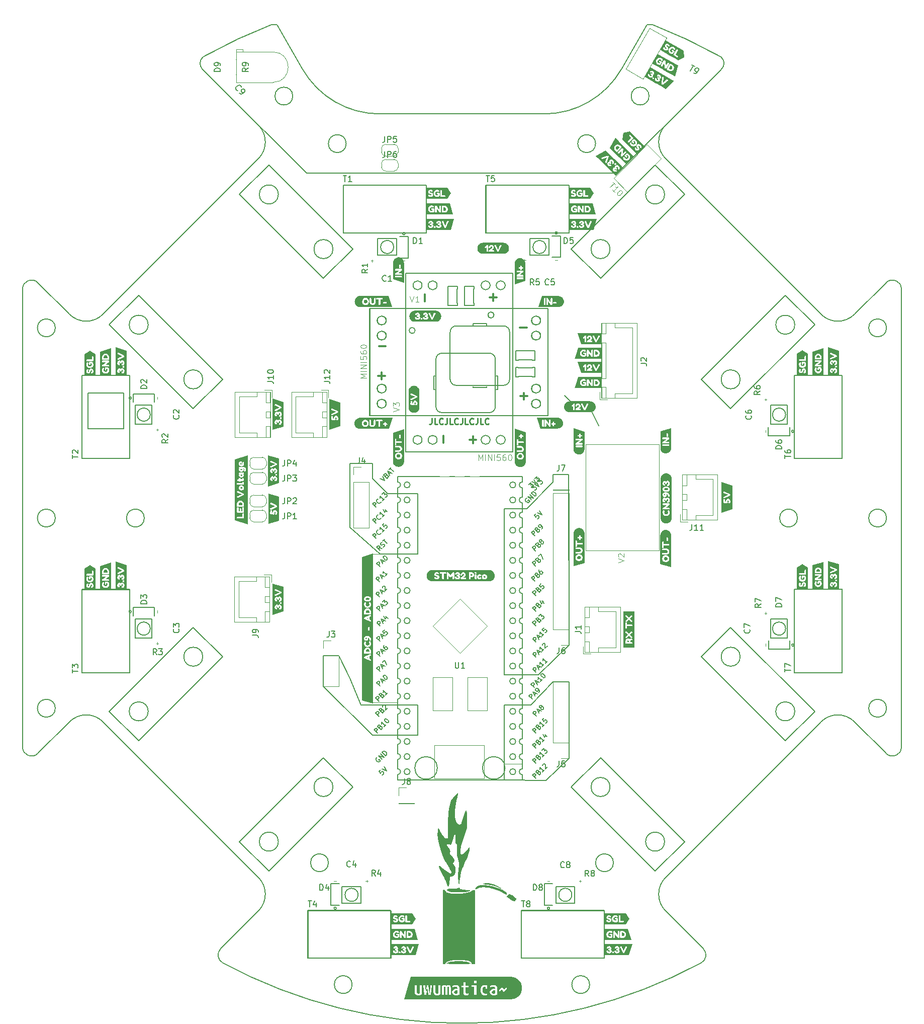
<source format=gto>
%TF.GenerationSoftware,KiCad,Pcbnew,7.0.9*%
%TF.CreationDate,2024-01-03T16:13:27+08:00*%
%TF.ProjectId,bottom-rounded,626f7474-6f6d-42d7-926f-756e6465642e,rev?*%
%TF.SameCoordinates,Original*%
%TF.FileFunction,Legend,Top*%
%TF.FilePolarity,Positive*%
%FSLAX46Y46*%
G04 Gerber Fmt 4.6, Leading zero omitted, Abs format (unit mm)*
G04 Created by KiCad (PCBNEW 7.0.9) date 2024-01-03 16:13:27*
%MOMM*%
%LPD*%
G01*
G04 APERTURE LIST*
%ADD10C,0.250000*%
%ADD11C,0.200000*%
%ADD12C,0.150000*%
%ADD13C,0.100000*%
%ADD14C,0.300000*%
%ADD15C,0.125000*%
%ADD16C,0.120000*%
G04 APERTURE END LIST*
D10*
X84915951Y-83219619D02*
X84915951Y-83933904D01*
X84915951Y-83933904D02*
X84868332Y-84076761D01*
X84868332Y-84076761D02*
X84773094Y-84172000D01*
X84773094Y-84172000D02*
X84630237Y-84219619D01*
X84630237Y-84219619D02*
X84534999Y-84219619D01*
X85868332Y-84219619D02*
X85392142Y-84219619D01*
X85392142Y-84219619D02*
X85392142Y-83219619D01*
X86773094Y-84124380D02*
X86725475Y-84172000D01*
X86725475Y-84172000D02*
X86582618Y-84219619D01*
X86582618Y-84219619D02*
X86487380Y-84219619D01*
X86487380Y-84219619D02*
X86344523Y-84172000D01*
X86344523Y-84172000D02*
X86249285Y-84076761D01*
X86249285Y-84076761D02*
X86201666Y-83981523D01*
X86201666Y-83981523D02*
X86154047Y-83791047D01*
X86154047Y-83791047D02*
X86154047Y-83648190D01*
X86154047Y-83648190D02*
X86201666Y-83457714D01*
X86201666Y-83457714D02*
X86249285Y-83362476D01*
X86249285Y-83362476D02*
X86344523Y-83267238D01*
X86344523Y-83267238D02*
X86487380Y-83219619D01*
X86487380Y-83219619D02*
X86582618Y-83219619D01*
X86582618Y-83219619D02*
X86725475Y-83267238D01*
X86725475Y-83267238D02*
X86773094Y-83314857D01*
X87487380Y-83219619D02*
X87487380Y-83933904D01*
X87487380Y-83933904D02*
X87439761Y-84076761D01*
X87439761Y-84076761D02*
X87344523Y-84172000D01*
X87344523Y-84172000D02*
X87201666Y-84219619D01*
X87201666Y-84219619D02*
X87106428Y-84219619D01*
X88439761Y-84219619D02*
X87963571Y-84219619D01*
X87963571Y-84219619D02*
X87963571Y-83219619D01*
X89344523Y-84124380D02*
X89296904Y-84172000D01*
X89296904Y-84172000D02*
X89154047Y-84219619D01*
X89154047Y-84219619D02*
X89058809Y-84219619D01*
X89058809Y-84219619D02*
X88915952Y-84172000D01*
X88915952Y-84172000D02*
X88820714Y-84076761D01*
X88820714Y-84076761D02*
X88773095Y-83981523D01*
X88773095Y-83981523D02*
X88725476Y-83791047D01*
X88725476Y-83791047D02*
X88725476Y-83648190D01*
X88725476Y-83648190D02*
X88773095Y-83457714D01*
X88773095Y-83457714D02*
X88820714Y-83362476D01*
X88820714Y-83362476D02*
X88915952Y-83267238D01*
X88915952Y-83267238D02*
X89058809Y-83219619D01*
X89058809Y-83219619D02*
X89154047Y-83219619D01*
X89154047Y-83219619D02*
X89296904Y-83267238D01*
X89296904Y-83267238D02*
X89344523Y-83314857D01*
X90058809Y-83219619D02*
X90058809Y-83933904D01*
X90058809Y-83933904D02*
X90011190Y-84076761D01*
X90011190Y-84076761D02*
X89915952Y-84172000D01*
X89915952Y-84172000D02*
X89773095Y-84219619D01*
X89773095Y-84219619D02*
X89677857Y-84219619D01*
X91011190Y-84219619D02*
X90535000Y-84219619D01*
X90535000Y-84219619D02*
X90535000Y-83219619D01*
X91915952Y-84124380D02*
X91868333Y-84172000D01*
X91868333Y-84172000D02*
X91725476Y-84219619D01*
X91725476Y-84219619D02*
X91630238Y-84219619D01*
X91630238Y-84219619D02*
X91487381Y-84172000D01*
X91487381Y-84172000D02*
X91392143Y-84076761D01*
X91392143Y-84076761D02*
X91344524Y-83981523D01*
X91344524Y-83981523D02*
X91296905Y-83791047D01*
X91296905Y-83791047D02*
X91296905Y-83648190D01*
X91296905Y-83648190D02*
X91344524Y-83457714D01*
X91344524Y-83457714D02*
X91392143Y-83362476D01*
X91392143Y-83362476D02*
X91487381Y-83267238D01*
X91487381Y-83267238D02*
X91630238Y-83219619D01*
X91630238Y-83219619D02*
X91725476Y-83219619D01*
X91725476Y-83219619D02*
X91868333Y-83267238D01*
X91868333Y-83267238D02*
X91915952Y-83314857D01*
X92630238Y-83219619D02*
X92630238Y-83933904D01*
X92630238Y-83933904D02*
X92582619Y-84076761D01*
X92582619Y-84076761D02*
X92487381Y-84172000D01*
X92487381Y-84172000D02*
X92344524Y-84219619D01*
X92344524Y-84219619D02*
X92249286Y-84219619D01*
X93582619Y-84219619D02*
X93106429Y-84219619D01*
X93106429Y-84219619D02*
X93106429Y-83219619D01*
X94487381Y-84124380D02*
X94439762Y-84172000D01*
X94439762Y-84172000D02*
X94296905Y-84219619D01*
X94296905Y-84219619D02*
X94201667Y-84219619D01*
X94201667Y-84219619D02*
X94058810Y-84172000D01*
X94058810Y-84172000D02*
X93963572Y-84076761D01*
X93963572Y-84076761D02*
X93915953Y-83981523D01*
X93915953Y-83981523D02*
X93868334Y-83791047D01*
X93868334Y-83791047D02*
X93868334Y-83648190D01*
X93868334Y-83648190D02*
X93915953Y-83457714D01*
X93915953Y-83457714D02*
X93963572Y-83362476D01*
X93963572Y-83362476D02*
X94058810Y-83267238D01*
X94058810Y-83267238D02*
X94201667Y-83219619D01*
X94201667Y-83219619D02*
X94296905Y-83219619D01*
X94296905Y-83219619D02*
X94439762Y-83267238D01*
X94439762Y-83267238D02*
X94487381Y-83314857D01*
D11*
X63169873Y-24500000D02*
X58839746Y-17000000D01*
X101448000Y-55800000D02*
X101448000Y-53000000D01*
X99050000Y-122360000D02*
G75*
G03*
X99050000Y-122360000I-500000J0D01*
G01*
X161439327Y-139619548D02*
G75*
G03*
X164000000Y-138558875I1060673J1060648D01*
G01*
X81250000Y-119820000D02*
G75*
G03*
X81250000Y-119820000I-500000J0D01*
G01*
X99050000Y-96960000D02*
G75*
G03*
X99050000Y-96960000I-500000J0D01*
G01*
X127476659Y-154447222D02*
X122526912Y-159396970D01*
X99050000Y-114740000D02*
G75*
G03*
X99050000Y-114740000I-500000J0D01*
G01*
X79150000Y-94920000D02*
G75*
G03*
X79150000Y-93920000I0J500000D01*
G01*
X122526912Y-40603030D02*
X127476659Y-45552778D01*
X79150000Y-110160000D02*
G75*
G03*
X79150000Y-109160000I0J500000D01*
G01*
X100150000Y-100000000D02*
X100150000Y-101540000D01*
X79150000Y-142180000D02*
X79150000Y-140640000D01*
X99050000Y-117280000D02*
G75*
G03*
X99050000Y-117280000I-500000J0D01*
G01*
X146000000Y-126000000D02*
X154000000Y-126000000D01*
X46410953Y-24591148D02*
X46270366Y-24446516D01*
X46136616Y-24284451D01*
X46032089Y-24113630D01*
X46002181Y-24049829D01*
X124294682Y-160457633D02*
G75*
G03*
X124294679Y-166114484I2828438J-2828427D01*
G01*
X72500000Y-163400000D02*
G75*
G03*
X72500000Y-163400000I-1100000J0D01*
G01*
X35000000Y-120200000D02*
X35000000Y-117000000D01*
X100150000Y-126940000D02*
G75*
G03*
X100150000Y-127940000I0J-500000D01*
G01*
X100150000Y-137100000D02*
G75*
G03*
X100150000Y-138100000I0J-500000D01*
G01*
D12*
X108585000Y-80645000D02*
X107315000Y-79375000D01*
D11*
X45900429Y-23579729D02*
X45908873Y-23362941D01*
X45943124Y-23165423D01*
X45989429Y-23009539D01*
X37800000Y-84200000D02*
X35000000Y-84200000D01*
X146000000Y-76000000D02*
X146000000Y-90000000D01*
X154000000Y-126000000D02*
X154000000Y-112000000D01*
X103839746Y-32000000D02*
X76160254Y-32000000D01*
X150457630Y-65705321D02*
G75*
G03*
X156114484Y-65705321I2828427J2828426D01*
G01*
X136854834Y-123334524D02*
G75*
G03*
X136854834Y-123334524I-1600000J0D01*
G01*
X37800000Y-120200000D02*
X35000000Y-120200000D01*
X136854834Y-76665476D02*
G75*
G03*
X136854834Y-76665476I-1600000J0D01*
G01*
X133969176Y-24111124D02*
X133863779Y-24283954D01*
X133730031Y-24446106D01*
X133589047Y-24591148D01*
X79000000Y-53000000D02*
X79000000Y-55800000D01*
X59073088Y-45552778D02*
G75*
G03*
X59073088Y-45552778I-1600000J0D01*
G01*
X33000000Y-79000000D02*
X33000000Y-85000000D01*
X99050000Y-112200000D02*
G75*
G03*
X99050000Y-112200000I-500000J0D01*
G01*
X103250000Y-80750000D02*
G75*
G03*
X103250000Y-80750000I-750000J0D01*
G01*
X100000000Y-174000000D02*
X114000000Y-174000000D01*
X37800000Y-117000000D02*
X37800000Y-120200000D01*
X100150000Y-96460000D02*
G75*
G03*
X100150000Y-97460000I0J-500000D01*
G01*
X112500000Y-37000000D02*
G75*
G03*
X112500000Y-37000000I-1500000J0D01*
G01*
X100150000Y-102540000D02*
X100150000Y-104080000D01*
X55705318Y-39542367D02*
G75*
G03*
X55705321Y-33885516I-2828438J2828427D01*
G01*
X81250000Y-117280000D02*
G75*
G03*
X81250000Y-117280000I-500000J0D01*
G01*
X100150000Y-138100000D02*
X100150000Y-139640000D01*
X79150000Y-143180000D02*
G75*
G03*
X79150000Y-142180000I0J500000D01*
G01*
X154000000Y-76000000D02*
X146000000Y-76000000D01*
X101448000Y-53000000D02*
X104648000Y-53000000D01*
X100150000Y-120320000D02*
X100150000Y-121860000D01*
X79150000Y-101540000D02*
X79150000Y-100000000D01*
X121160254Y-17000000D02*
X122124757Y-17000000D01*
X79150000Y-134560000D02*
X79150000Y-133020000D01*
X79150000Y-112700000D02*
G75*
G03*
X79150000Y-111700000I0J500000D01*
G01*
X78500000Y-54400000D02*
G75*
G03*
X78500000Y-54400000I-1100000J0D01*
G01*
X164000000Y-138558875D02*
X164000000Y-61441125D01*
X103839746Y-32000000D02*
G75*
G03*
X116830127Y-24500000I-6J15000010D01*
G01*
X99050000Y-142680000D02*
G75*
G03*
X99050000Y-142680000I-500000J0D01*
G01*
X161439340Y-60380465D02*
X156114484Y-65705321D01*
X163999982Y-61441125D02*
G75*
G03*
X161439340Y-60380465I-1499982J25D01*
G01*
X81250000Y-94420000D02*
G75*
G03*
X81250000Y-94420000I-500000J0D01*
G01*
X144800000Y-120200000D02*
X142000000Y-120200000D01*
X64000000Y-174000000D02*
X78000000Y-174000000D01*
X133589047Y-24591148D02*
X116180195Y-42000000D01*
X49694913Y-76665476D02*
X44745166Y-81615224D01*
X16000018Y-138558875D02*
G75*
G03*
X18560660Y-139619535I1499982J-25D01*
G01*
X100150000Y-97460000D02*
X100150000Y-99000000D01*
X70000000Y-52000000D02*
X84000000Y-52000000D01*
X74500000Y-82750000D02*
X74500000Y-64750000D01*
X79150000Y-111700000D02*
X79150000Y-110160000D01*
X73000000Y-162000000D02*
X73000000Y-164800000D01*
X79150000Y-102540000D02*
G75*
G03*
X79150000Y-101540000I0J500000D01*
G01*
X21500000Y-132000000D02*
G75*
G03*
X21500000Y-132000000I-1500000J0D01*
G01*
X100150000Y-143180000D02*
X100150000Y-144050000D01*
X124294676Y-33885513D02*
G75*
G03*
X124294679Y-39542370I2828424J-2828427D01*
G01*
X154000000Y-112000000D02*
X146000000Y-112000000D01*
X99050000Y-104580000D02*
G75*
G03*
X99050000Y-104580000I-500000J0D01*
G01*
X124294679Y-160457630D02*
X150457630Y-134294679D01*
X46345166Y-123334524D02*
G75*
G03*
X46345166Y-123334524I-1600000J0D01*
G01*
X26000000Y-76000000D02*
X26000000Y-90000000D01*
X81250000Y-140140000D02*
G75*
G03*
X81250000Y-140140000I-500000J0D01*
G01*
X161500000Y-100000000D02*
G75*
G03*
X161500000Y-100000000I-1500000J0D01*
G01*
X81250000Y-102040000D02*
G75*
G03*
X81250000Y-102040000I-500000J0D01*
G01*
X78000000Y-166000000D02*
X64000000Y-166000000D01*
X79150000Y-93050000D02*
X86310000Y-93050000D01*
X79150000Y-119320000D02*
X79150000Y-117780000D01*
X79150000Y-125400000D02*
G75*
G03*
X79150000Y-124400000I0J500000D01*
G01*
X133257445Y-22219582D02*
X133432164Y-22320241D01*
X133605089Y-22439842D01*
X133752387Y-22575963D01*
X133798647Y-22629296D01*
X100150000Y-130480000D02*
X100150000Y-132020000D01*
X57875243Y-16999999D02*
G75*
G03*
X46742555Y-22219582I32124157J-82998701D01*
G01*
X133798647Y-22629296D02*
X133914910Y-22799358D01*
X134000045Y-22980974D01*
X134026714Y-23057245D01*
X144500000Y-82600000D02*
G75*
G03*
X144500000Y-82600000I-1100000J0D01*
G01*
X100150000Y-99000000D02*
G75*
G03*
X100150000Y-100000000I0J-500000D01*
G01*
X79150000Y-114240000D02*
X79150000Y-112700000D01*
X45900429Y-23579729D02*
X45908873Y-23362941D01*
X45943124Y-23165423D01*
X45989429Y-23009539D01*
X81250000Y-109660000D02*
G75*
G03*
X81250000Y-109660000I-500000J0D01*
G01*
X127476659Y-45552778D02*
X113334524Y-59694913D01*
X46244074Y-22579821D02*
X46393203Y-22441157D01*
X46566746Y-22320891D01*
X46742555Y-22219582D01*
X79150000Y-115240000D02*
G75*
G03*
X79150000Y-114240000I0J500000D01*
G01*
X79150000Y-116780000D02*
X79150000Y-115240000D01*
X79150000Y-99000000D02*
X79150000Y-97460000D01*
X100150000Y-133020000D02*
X100150000Y-134560000D01*
X79150000Y-129480000D02*
X79150000Y-127940000D01*
X70000000Y-44000000D02*
X70000000Y-52000000D01*
X77250000Y-78210000D02*
G75*
G03*
X77250000Y-78210000I-750000J0D01*
G01*
X99050000Y-124900000D02*
G75*
G03*
X99050000Y-124900000I-500000J0D01*
G01*
X100150000Y-117780000D02*
X100150000Y-119320000D01*
X122526912Y-159396970D02*
X108384776Y-145254834D01*
X55705321Y-39542370D02*
X29542370Y-65705321D01*
X122124757Y-17000000D02*
X121160254Y-17000000D01*
X99050000Y-132520000D02*
G75*
G03*
X99050000Y-132520000I-500000J0D01*
G01*
X37800000Y-81000000D02*
X37800000Y-84200000D01*
X134026714Y-23057245D02*
X134078087Y-23269261D01*
X134099106Y-23469775D01*
X134096839Y-23633307D01*
X144800000Y-84200000D02*
X142000000Y-84200000D01*
X104648000Y-53000000D02*
X104648000Y-55800000D01*
D12*
X111760000Y-81915000D02*
X113030000Y-84455000D01*
D11*
X66665476Y-59694913D02*
X52523341Y-45552778D01*
X36500000Y-100000000D02*
G75*
G03*
X36500000Y-100000000I-1500000J0D01*
G01*
X133257445Y-22219582D02*
X133432164Y-22320241D01*
X133605089Y-22439842D01*
X133752387Y-22575963D01*
X133798647Y-22629296D01*
X94000000Y-44000000D02*
X94000000Y-52000000D01*
X79150000Y-135560000D02*
G75*
G03*
X79150000Y-134560000I0J500000D01*
G01*
X81250000Y-96960000D02*
G75*
G03*
X81250000Y-96960000I-500000J0D01*
G01*
X26000000Y-90000000D02*
X34000000Y-90000000D01*
X81250000Y-112200000D02*
G75*
G03*
X81250000Y-112200000I-500000J0D01*
G01*
X21500000Y-68000000D02*
G75*
G03*
X21500000Y-68000000I-1500000J0D01*
G01*
X55705321Y-166114484D02*
X49357935Y-172461870D01*
X81250000Y-114740000D02*
G75*
G03*
X81250000Y-114740000I-500000J0D01*
G01*
X100150000Y-112700000D02*
X100150000Y-114240000D01*
X130305087Y-76665476D02*
X144447222Y-62523341D01*
X135254834Y-118384776D02*
X149396970Y-132526912D01*
D12*
X71120000Y-127000000D02*
X73025000Y-131445000D01*
X82550000Y-131445000D01*
X82550000Y-136525000D01*
X74930000Y-136525000D01*
X66615000Y-128330000D01*
X66615000Y-123190000D01*
X69275000Y-123190000D01*
X71120000Y-127000000D01*
D11*
X81250000Y-124900000D02*
G75*
G03*
X81250000Y-124900000I-500000J0D01*
G01*
X81250000Y-135060000D02*
G75*
G03*
X81250000Y-135060000I-500000J0D01*
G01*
X35000000Y-84200000D02*
X35000000Y-81000000D01*
X79150000Y-138100000D02*
G75*
G03*
X79150000Y-137100000I0J500000D01*
G01*
X100150000Y-111700000D02*
G75*
G03*
X100150000Y-112700000I0J-500000D01*
G01*
X30603030Y-132526912D02*
X44745166Y-118384776D01*
X26000000Y-112000000D02*
X26000000Y-126000000D01*
X134096839Y-23633307D02*
X134067352Y-23835904D01*
X134003963Y-24035360D01*
X133969176Y-24111124D01*
X84000000Y-44000000D02*
X70000000Y-44000000D01*
X116830127Y-24500000D02*
X121160254Y-17000000D01*
X81250000Y-132520000D02*
G75*
G03*
X81250000Y-132520000I-500000J0D01*
G01*
X71500000Y-178500000D02*
G75*
G03*
X71500000Y-178500000I-1500000J0D01*
G01*
X90450000Y-93050000D02*
X91390000Y-93050000D01*
X75800000Y-53000000D02*
X79000000Y-53000000D01*
X71615224Y-145254834D02*
X57473088Y-159396970D01*
X108000000Y-44000000D02*
X94000000Y-44000000D01*
X100150000Y-105080000D02*
X100150000Y-106620000D01*
X79150000Y-104080000D02*
X79150000Y-102540000D01*
X130305087Y-123334524D02*
X135254834Y-118384776D01*
X100150000Y-93920000D02*
G75*
G03*
X100150000Y-94920000I0J-500000D01*
G01*
X45989429Y-23009539D02*
X46073919Y-22819760D01*
X46190066Y-22643338D01*
X46244074Y-22579821D01*
X79150000Y-140640000D02*
G75*
G03*
X79150000Y-139640000I0J500000D01*
G01*
X23885516Y-65705321D02*
G75*
G03*
X29542370Y-65705321I2828427J2828426D01*
G01*
X100150000Y-134560000D02*
G75*
G03*
X100150000Y-135560000I0J-500000D01*
G01*
X114934524Y-145254834D02*
G75*
G03*
X114934524Y-145254834I-1600000J0D01*
G01*
X130642065Y-172461870D02*
X124294679Y-166114484D01*
X81250000Y-104580000D02*
G75*
G03*
X81250000Y-104580000I-500000J0D01*
G01*
X100150000Y-121860000D02*
G75*
G03*
X100150000Y-122860000I0J-500000D01*
G01*
X55705324Y-166114487D02*
G75*
G03*
X55705321Y-160457630I-2828424J2828427D01*
G01*
X79150000Y-132020000D02*
X79150000Y-130480000D01*
X58839746Y-17000000D02*
X57875243Y-17000000D01*
X108500000Y-163400000D02*
G75*
G03*
X108500000Y-163400000I-1100000J0D01*
G01*
X74500000Y-64750000D02*
X104500000Y-64750000D01*
X99050000Y-94420000D02*
G75*
G03*
X99050000Y-94420000I-500000J0D01*
G01*
X79150000Y-122860000D02*
G75*
G03*
X79150000Y-121860000I0J500000D01*
G01*
X69800000Y-162000000D02*
X73000000Y-162000000D01*
X161500000Y-132000000D02*
G75*
G03*
X161500000Y-132000000I-1500000J0D01*
G01*
X100150000Y-116780000D02*
G75*
G03*
X100150000Y-117780000I0J-500000D01*
G01*
X68265476Y-145254834D02*
G75*
G03*
X68265476Y-145254834I-1600000J0D01*
G01*
X21500000Y-100000000D02*
G75*
G03*
X21500000Y-100000000I-1500000J0D01*
G01*
X37500000Y-118600000D02*
G75*
G03*
X37500000Y-118600000I-1100000J0D01*
G01*
X114934524Y-54745166D02*
G75*
G03*
X114934524Y-54745166I-1600000J0D01*
G01*
X99050000Y-107120000D02*
G75*
G03*
X99050000Y-107120000I-500000J0D01*
G01*
X79150000Y-100000000D02*
G75*
G03*
X79150000Y-99000000I0J500000D01*
G01*
X105800000Y-162000000D02*
X109000000Y-162000000D01*
X146500000Y-100000000D02*
G75*
G03*
X146500000Y-100000000I-1500000J0D01*
G01*
X49694913Y-123334524D02*
X35552778Y-137476659D01*
X94000000Y-52000000D02*
X108000000Y-52000000D01*
X79000000Y-55800000D02*
X75800000Y-55800000D01*
X79150000Y-121860000D02*
X79150000Y-120320000D01*
X35552778Y-137476659D02*
X30603030Y-132526912D01*
X34000000Y-76000000D02*
X26000000Y-76000000D01*
X103839746Y-32000000D02*
G75*
G03*
X116830127Y-24500000I-6J15000010D01*
G01*
X70500000Y-37000000D02*
G75*
G03*
X70500000Y-37000000I-1500000J0D01*
G01*
X144800000Y-81000000D02*
X144800000Y-84200000D01*
X99050000Y-135060000D02*
G75*
G03*
X99050000Y-135060000I-500000J0D01*
G01*
X27000000Y-79000000D02*
X33000000Y-79000000D01*
X79150000Y-109160000D02*
X79150000Y-107620000D01*
X100150000Y-114240000D02*
G75*
G03*
X100150000Y-115240000I0J-500000D01*
G01*
X35552778Y-62523341D02*
X49694913Y-76665476D01*
X104500000Y-64750000D02*
X104500000Y-82750000D01*
X66665476Y-140305087D02*
X71615224Y-145254834D01*
X100150000Y-107620000D02*
X100150000Y-109160000D01*
X99050000Y-102040000D02*
G75*
G03*
X99050000Y-102040000I-500000J0D01*
G01*
X108384776Y-54745166D02*
X122526912Y-40603030D01*
X46345166Y-76665476D02*
G75*
G03*
X46345166Y-76665476I-1600000J0D01*
G01*
X100150000Y-127940000D02*
X100150000Y-129480000D01*
X45989429Y-23009539D02*
X46073919Y-22819760D01*
X46190066Y-22643338D01*
X46244074Y-22579821D01*
X149396970Y-132526912D02*
X144447222Y-137476659D01*
X104648000Y-55800000D02*
X101448000Y-55800000D01*
X75800000Y-55800000D02*
X75800000Y-53000000D01*
X121500000Y-29000000D02*
G75*
G03*
X121500000Y-29000000I-1500000J0D01*
G01*
X99050000Y-140140000D02*
G75*
G03*
X99050000Y-140140000I-500000J0D01*
G01*
X37152778Y-67473088D02*
G75*
G03*
X37152778Y-67473088I-1600000J0D01*
G01*
X44745166Y-81615224D02*
X30603030Y-67473088D01*
X133257446Y-22219580D02*
G75*
G03*
X122124757Y-17000000I-43257946J-77781520D01*
G01*
X156114484Y-134294679D02*
G75*
G03*
X150457630Y-134294679I-2828427J-2828426D01*
G01*
X105800000Y-164800000D02*
X105800000Y-162000000D01*
X100150000Y-144050000D02*
X79150000Y-144050000D01*
X57875243Y-16999999D02*
G75*
G03*
X46742555Y-22219582I32124157J-82998701D01*
G01*
X100150000Y-129480000D02*
G75*
G03*
X100150000Y-130480000I0J-500000D01*
G01*
X79150000Y-144050000D02*
X79150000Y-143180000D01*
X116180195Y-42000000D02*
X63819805Y-42000000D01*
X79150000Y-117780000D02*
G75*
G03*
X79150000Y-116780000I0J500000D01*
G01*
X87910000Y-93050000D02*
X88850000Y-93050000D01*
X18560660Y-139619535D02*
X23885516Y-134294679D01*
X81250000Y-127440000D02*
G75*
G03*
X81250000Y-127440000I-500000J0D01*
G01*
X100150000Y-101540000D02*
G75*
G03*
X100150000Y-102540000I0J-500000D01*
G01*
X34000000Y-126000000D02*
X34000000Y-112000000D01*
X99050000Y-99500000D02*
G75*
G03*
X99050000Y-99500000I-500000J0D01*
G01*
X26000000Y-126000000D02*
X34000000Y-126000000D01*
X81250000Y-142680000D02*
G75*
G03*
X81250000Y-142680000I-500000J0D01*
G01*
X142000000Y-84200000D02*
X142000000Y-81000000D01*
X46410953Y-24591148D02*
X46270366Y-24446516D01*
X46136616Y-24284451D01*
X46032089Y-24113630D01*
X46002181Y-24049829D01*
X115500000Y-158000000D02*
G75*
G03*
X115500000Y-158000000I-1500000J0D01*
G01*
X100150000Y-132020000D02*
G75*
G03*
X100150000Y-133020000I0J-500000D01*
G01*
X79150000Y-130480000D02*
G75*
G03*
X79150000Y-129480000I0J500000D01*
G01*
X100150000Y-106620000D02*
G75*
G03*
X100150000Y-107620000I0J-500000D01*
G01*
X135254834Y-81615224D02*
X130305087Y-76665476D01*
X33000000Y-85000000D02*
X27000000Y-85000000D01*
X57473088Y-159396970D02*
X52523341Y-154447222D01*
X100150000Y-115240000D02*
X100150000Y-116780000D01*
X100000000Y-166000000D02*
X100000000Y-174000000D01*
X81250000Y-99500000D02*
G75*
G03*
X81250000Y-99500000I-500000J0D01*
G01*
X149396970Y-67473088D02*
X135254834Y-81615224D01*
X49707552Y-174843294D02*
G75*
G03*
X130292448Y-174843294I40292448J74843295D01*
G01*
X34000000Y-90000000D02*
X34000000Y-76000000D01*
X133257446Y-22219580D02*
G75*
G03*
X122124757Y-17000000I-43257946J-77781520D01*
G01*
X104500000Y-82750000D02*
X74500000Y-82750000D01*
X133969176Y-24111124D02*
X133863779Y-24283954D01*
X133730031Y-24446106D01*
X133589047Y-24591148D01*
X99050000Y-109660000D02*
G75*
G03*
X99050000Y-109660000I-500000J0D01*
G01*
D12*
X74930000Y-93345000D02*
X77470000Y-95885000D01*
X82550000Y-95885000D01*
X82550000Y-106045000D01*
X76200000Y-106045000D01*
X71120000Y-101600000D01*
X71120000Y-90805000D01*
X74930000Y-90805000D01*
X74930000Y-93345000D01*
X108010000Y-140395000D02*
X104140000Y-144145000D01*
X97133000Y-144050000D01*
X97155000Y-131445000D01*
X101600000Y-131445000D01*
X105350000Y-127575000D01*
X108010000Y-127575000D01*
X108010000Y-140395000D01*
D11*
X79150000Y-106620000D02*
X79150000Y-105080000D01*
X133798647Y-22629296D02*
X133914910Y-22799358D01*
X134000045Y-22980974D01*
X134026714Y-23057245D01*
X154000000Y-90000000D02*
X154000000Y-76000000D01*
X57473088Y-40603030D02*
X71615224Y-54745166D01*
X103250000Y-69290000D02*
G75*
G03*
X103250000Y-69290000I-750000J0D01*
G01*
X134026714Y-23057245D02*
X134078087Y-23269261D01*
X134099106Y-23469775D01*
X134096839Y-23633307D01*
X130292437Y-174843273D02*
G75*
G03*
X130642064Y-172461871I-711137J1320773D01*
G01*
X142000000Y-117000000D02*
X144800000Y-117000000D01*
X150457630Y-65705321D02*
X124294679Y-39542370D01*
X29542370Y-134294679D02*
G75*
G03*
X23885516Y-134294679I-2828427J-2828426D01*
G01*
X103250000Y-66750000D02*
G75*
G03*
X103250000Y-66750000I-750000J0D01*
G01*
X76160254Y-32000000D02*
X103839746Y-32000000D01*
X100150000Y-135560000D02*
X100150000Y-137100000D01*
X124126912Y-45552778D02*
G75*
G03*
X124126912Y-45552778I-1600000J0D01*
G01*
X104148000Y-54400000D02*
G75*
G03*
X104148000Y-54400000I-1100000J0D01*
G01*
X124126912Y-154447222D02*
G75*
G03*
X124126912Y-154447222I-1600000J0D01*
G01*
X100150000Y-94920000D02*
X100150000Y-96460000D01*
X37500000Y-82600000D02*
G75*
G03*
X37500000Y-82600000I-1100000J0D01*
G01*
X161500000Y-68000000D02*
G75*
G03*
X161500000Y-68000000I-1500000J0D01*
G01*
X81250000Y-137600000D02*
G75*
G03*
X81250000Y-137600000I-500000J0D01*
G01*
X121160254Y-17000000D02*
X116830127Y-24500000D01*
X67500000Y-158000000D02*
G75*
G03*
X67500000Y-158000000I-1500000J0D01*
G01*
X46410953Y-24591148D02*
X55705321Y-33885516D01*
X81250000Y-129980000D02*
G75*
G03*
X81250000Y-129980000I-500000J0D01*
G01*
X79150000Y-93920000D02*
X79150000Y-93050000D01*
X79150000Y-124400000D02*
X79150000Y-122860000D01*
X85850000Y-142050000D02*
G75*
G03*
X85850000Y-142050000I-1900000J0D01*
G01*
X100150000Y-140640000D02*
X100150000Y-142180000D01*
X49357903Y-172461838D02*
G75*
G03*
X49707552Y-174843293I1060697J-1060662D01*
G01*
X79150000Y-137100000D02*
X79150000Y-135560000D01*
X63169874Y-24499999D02*
G75*
G03*
X76160254Y-32000000I12990376J7499989D01*
G01*
X146000000Y-112000000D02*
X146000000Y-126000000D01*
X124294679Y-33885516D02*
X133589047Y-24591148D01*
X146000000Y-90000000D02*
X154000000Y-90000000D01*
X79150000Y-120320000D02*
G75*
G03*
X79150000Y-119320000I0J500000D01*
G01*
X16000000Y-61441125D02*
X16000000Y-138558875D01*
X113334524Y-59694913D02*
X108384776Y-54745166D01*
X114000000Y-174000000D02*
X114000000Y-166000000D01*
X79150000Y-139640000D02*
X79150000Y-138100000D01*
X111500000Y-178500000D02*
G75*
G03*
X111500000Y-178500000I-1500000J0D01*
G01*
X108000000Y-52000000D02*
X108000000Y-44000000D01*
X58839746Y-17000000D02*
X63169873Y-24500000D01*
X109000000Y-164800000D02*
X105800000Y-164800000D01*
X100150000Y-104080000D02*
G75*
G03*
X100150000Y-105080000I0J-500000D01*
G01*
X100150000Y-119320000D02*
G75*
G03*
X100150000Y-120320000I0J-500000D01*
G01*
X100150000Y-142180000D02*
G75*
G03*
X100150000Y-143180000I0J-500000D01*
G01*
X100150000Y-109160000D02*
G75*
G03*
X100150000Y-110160000I0J-500000D01*
G01*
X134096839Y-23633307D02*
X134067352Y-23835904D01*
X134003963Y-24035360D01*
X133969176Y-24111124D01*
X52523341Y-45552778D02*
X57473088Y-40603030D01*
X64000000Y-166000000D02*
X64000000Y-174000000D01*
X144500000Y-118600000D02*
G75*
G03*
X144500000Y-118600000I-1100000J0D01*
G01*
X142000000Y-81000000D02*
X144800000Y-81000000D01*
X77250000Y-80750000D02*
G75*
G03*
X77250000Y-80750000I-750000J0D01*
G01*
X99050000Y-119820000D02*
G75*
G03*
X99050000Y-119820000I-500000J0D01*
G01*
D12*
X107950000Y-92710000D02*
X108010000Y-121345000D01*
X102870000Y-126365000D01*
X97155000Y-126365000D01*
X97155000Y-98425000D01*
X100965000Y-98425000D01*
X105350000Y-93980000D01*
X105350000Y-92650000D01*
X107950000Y-92710000D01*
D11*
X78000000Y-174000000D02*
X78000000Y-166000000D01*
X79150000Y-126940000D02*
X79150000Y-125400000D01*
X99050000Y-129980000D02*
G75*
G03*
X99050000Y-129980000I-500000J0D01*
G01*
X35000000Y-117000000D02*
X37800000Y-117000000D01*
X63819805Y-42000000D02*
X46410953Y-24591148D01*
X99050000Y-137600000D02*
G75*
G03*
X99050000Y-137600000I-500000J0D01*
G01*
X156114484Y-134294679D02*
X161439340Y-139619535D01*
X146047222Y-132526912D02*
G75*
G03*
X146047222Y-132526912I-1600000J0D01*
G01*
X30603030Y-67473088D02*
X35552778Y-62523341D01*
X99050000Y-127440000D02*
G75*
G03*
X99050000Y-127440000I-500000J0D01*
G01*
X37152778Y-132526912D02*
G75*
G03*
X37152778Y-132526912I-1600000J0D01*
G01*
X146047222Y-67473088D02*
G75*
G03*
X146047222Y-67473088I-1600000J0D01*
G01*
X61500000Y-29000000D02*
G75*
G03*
X61500000Y-29000000I-1500000J0D01*
G01*
X63169874Y-24499999D02*
G75*
G03*
X76160254Y-32000000I12990376J7499989D01*
G01*
X144800000Y-117000000D02*
X144800000Y-120200000D01*
X77250000Y-66750000D02*
G75*
G03*
X77250000Y-66750000I-750000J0D01*
G01*
X108384776Y-145254834D02*
X113334524Y-140305087D01*
X79150000Y-127940000D02*
G75*
G03*
X79150000Y-126940000I0J500000D01*
G01*
X27000000Y-85000000D02*
X27000000Y-79000000D01*
X79150000Y-96460000D02*
X79150000Y-94920000D01*
X46002181Y-24049829D02*
X45937250Y-23856036D01*
X45903914Y-23643927D01*
X45900429Y-23579729D01*
X100150000Y-122860000D02*
X100150000Y-124400000D01*
X57875243Y-17000000D02*
X58839746Y-17000000D01*
X68265476Y-54745166D02*
G75*
G03*
X68265476Y-54745166I-1600000J0D01*
G01*
X100150000Y-124400000D02*
G75*
G03*
X100150000Y-125400000I0J-500000D01*
G01*
X79150000Y-97460000D02*
G75*
G03*
X79150000Y-96460000I0J500000D01*
G01*
X79150000Y-107620000D02*
G75*
G03*
X79150000Y-106620000I0J500000D01*
G01*
X23885516Y-65705321D02*
X18560660Y-60380465D01*
X95400000Y-65825000D02*
G75*
G03*
X95400000Y-65825000I-500000J0D01*
G01*
X34000000Y-112000000D02*
X26000000Y-112000000D01*
X142000000Y-120200000D02*
X142000000Y-117000000D01*
X52523341Y-154447222D02*
X66665476Y-140305087D01*
X109000000Y-162000000D02*
X109000000Y-164800000D01*
X71615224Y-54745166D02*
X66665476Y-59694913D01*
X29542370Y-134294679D02*
X55705321Y-160457630D01*
X100150000Y-110160000D02*
X100150000Y-111700000D01*
X81250000Y-107120000D02*
G75*
G03*
X81250000Y-107120000I-500000J0D01*
G01*
X100150000Y-139640000D02*
G75*
G03*
X100150000Y-140640000I0J-500000D01*
G01*
X103250000Y-78210000D02*
G75*
G03*
X103250000Y-78210000I-750000J0D01*
G01*
X18560666Y-60380459D02*
G75*
G03*
X16000000Y-61441125I-1060676J-1060631D01*
G01*
X100150000Y-125400000D02*
X100150000Y-126940000D01*
X92990000Y-93050000D02*
X100150000Y-93050000D01*
X144447222Y-62523341D02*
X149396970Y-67473088D01*
X144447222Y-137476659D02*
X130305087Y-123334524D01*
X46244074Y-22579821D02*
X46393203Y-22441157D01*
X46566746Y-22320891D01*
X46742555Y-22219582D01*
X44745166Y-118384776D02*
X49694913Y-123334524D01*
X100150000Y-93050000D02*
X100150000Y-93920000D01*
X35000000Y-81000000D02*
X37800000Y-81000000D01*
X77250000Y-69290000D02*
G75*
G03*
X77250000Y-69290000I-750000J0D01*
G01*
X59073088Y-154447222D02*
G75*
G03*
X59073088Y-154447222I-1600000J0D01*
G01*
X84000000Y-52000000D02*
X84000000Y-44000000D01*
X46002181Y-24049829D02*
X45937250Y-23856036D01*
X45903914Y-23643927D01*
X45900429Y-23579729D01*
X69800000Y-164800000D02*
X69800000Y-162000000D01*
X73000000Y-164800000D02*
X69800000Y-164800000D01*
X113334524Y-140305087D02*
X127476659Y-154447222D01*
X81250000Y-122360000D02*
G75*
G03*
X81250000Y-122360000I-500000J0D01*
G01*
X97250000Y-142050000D02*
G75*
G03*
X97250000Y-142050000I-1900000J0D01*
G01*
X79150000Y-133020000D02*
G75*
G03*
X79150000Y-132020000I0J500000D01*
G01*
X114000000Y-166000000D02*
X100000000Y-166000000D01*
X79150000Y-105080000D02*
G75*
G03*
X79150000Y-104080000I0J500000D01*
G01*
D13*
X116297419Y-107489523D02*
X117297419Y-107156190D01*
X117297419Y-107156190D02*
X116297419Y-106822857D01*
X116392657Y-106537142D02*
X116345038Y-106489523D01*
X116345038Y-106489523D02*
X116297419Y-106394285D01*
X116297419Y-106394285D02*
X116297419Y-106156190D01*
X116297419Y-106156190D02*
X116345038Y-106060952D01*
X116345038Y-106060952D02*
X116392657Y-106013333D01*
X116392657Y-106013333D02*
X116487895Y-105965714D01*
X116487895Y-105965714D02*
X116583133Y-105965714D01*
X116583133Y-105965714D02*
X116725990Y-106013333D01*
X116725990Y-106013333D02*
X117297419Y-106584761D01*
X117297419Y-106584761D02*
X117297419Y-105965714D01*
D12*
X140358019Y-114466666D02*
X139881828Y-114799999D01*
X140358019Y-115038094D02*
X139358019Y-115038094D01*
X139358019Y-115038094D02*
X139358019Y-114657142D01*
X139358019Y-114657142D02*
X139405638Y-114561904D01*
X139405638Y-114561904D02*
X139453257Y-114514285D01*
X139453257Y-114514285D02*
X139548495Y-114466666D01*
X139548495Y-114466666D02*
X139691352Y-114466666D01*
X139691352Y-114466666D02*
X139786590Y-114514285D01*
X139786590Y-114514285D02*
X139834209Y-114561904D01*
X139834209Y-114561904D02*
X139881828Y-114657142D01*
X139881828Y-114657142D02*
X139881828Y-115038094D01*
X139358019Y-114133332D02*
X139358019Y-113466666D01*
X139358019Y-113466666D02*
X140358019Y-113895237D01*
X140204519Y-78652666D02*
X139728328Y-78985999D01*
X140204519Y-79224094D02*
X139204519Y-79224094D01*
X139204519Y-79224094D02*
X139204519Y-78843142D01*
X139204519Y-78843142D02*
X139252138Y-78747904D01*
X139252138Y-78747904D02*
X139299757Y-78700285D01*
X139299757Y-78700285D02*
X139394995Y-78652666D01*
X139394995Y-78652666D02*
X139537852Y-78652666D01*
X139537852Y-78652666D02*
X139633090Y-78700285D01*
X139633090Y-78700285D02*
X139680709Y-78747904D01*
X139680709Y-78747904D02*
X139728328Y-78843142D01*
X139728328Y-78843142D02*
X139728328Y-79224094D01*
X139204519Y-77795523D02*
X139204519Y-77985999D01*
X139204519Y-77985999D02*
X139252138Y-78081237D01*
X139252138Y-78081237D02*
X139299757Y-78128856D01*
X139299757Y-78128856D02*
X139442614Y-78224094D01*
X139442614Y-78224094D02*
X139633090Y-78271713D01*
X139633090Y-78271713D02*
X140014042Y-78271713D01*
X140014042Y-78271713D02*
X140109280Y-78224094D01*
X140109280Y-78224094D02*
X140156900Y-78176475D01*
X140156900Y-78176475D02*
X140204519Y-78081237D01*
X140204519Y-78081237D02*
X140204519Y-77890761D01*
X140204519Y-77890761D02*
X140156900Y-77795523D01*
X140156900Y-77795523D02*
X140109280Y-77747904D01*
X140109280Y-77747904D02*
X140014042Y-77700285D01*
X140014042Y-77700285D02*
X139775947Y-77700285D01*
X139775947Y-77700285D02*
X139680709Y-77747904D01*
X139680709Y-77747904D02*
X139633090Y-77795523D01*
X139633090Y-77795523D02*
X139585471Y-77890761D01*
X139585471Y-77890761D02*
X139585471Y-78081237D01*
X139585471Y-78081237D02*
X139633090Y-78176475D01*
X139633090Y-78176475D02*
X139680709Y-78224094D01*
X139680709Y-78224094D02*
X139775947Y-78271713D01*
D13*
X78425146Y-82062380D02*
X79425146Y-81729047D01*
X79425146Y-81729047D02*
X78425146Y-81395714D01*
X78425146Y-81157618D02*
X78425146Y-80538571D01*
X78425146Y-80538571D02*
X78806098Y-80871904D01*
X78806098Y-80871904D02*
X78806098Y-80729047D01*
X78806098Y-80729047D02*
X78853717Y-80633809D01*
X78853717Y-80633809D02*
X78901336Y-80586190D01*
X78901336Y-80586190D02*
X78996574Y-80538571D01*
X78996574Y-80538571D02*
X79234669Y-80538571D01*
X79234669Y-80538571D02*
X79329907Y-80586190D01*
X79329907Y-80586190D02*
X79377527Y-80633809D01*
X79377527Y-80633809D02*
X79425146Y-80729047D01*
X79425146Y-80729047D02*
X79425146Y-81014761D01*
X79425146Y-81014761D02*
X79377527Y-81109999D01*
X79377527Y-81109999D02*
X79329907Y-81157618D01*
D14*
X95825155Y-62857957D02*
X94682298Y-62857957D01*
X95253726Y-62286528D02*
X95253726Y-63429385D01*
X92413216Y-86849457D02*
X91270359Y-86849457D01*
X91841787Y-86278028D02*
X91841787Y-87420885D01*
X83716827Y-62393428D02*
X83716827Y-63536286D01*
X86833127Y-87302346D02*
X86833127Y-86159489D01*
D13*
X92784411Y-90295476D02*
X92784411Y-89295476D01*
X92784411Y-89295476D02*
X93117744Y-90009761D01*
X93117744Y-90009761D02*
X93451077Y-89295476D01*
X93451077Y-89295476D02*
X93451077Y-90295476D01*
X93927268Y-90295476D02*
X93927268Y-89295476D01*
X94403458Y-90295476D02*
X94403458Y-89295476D01*
X94403458Y-89295476D02*
X94974886Y-90295476D01*
X94974886Y-90295476D02*
X94974886Y-89295476D01*
X95451077Y-90295476D02*
X95451077Y-89295476D01*
X96403457Y-89295476D02*
X95927267Y-89295476D01*
X95927267Y-89295476D02*
X95879648Y-89771666D01*
X95879648Y-89771666D02*
X95927267Y-89724047D01*
X95927267Y-89724047D02*
X96022505Y-89676428D01*
X96022505Y-89676428D02*
X96260600Y-89676428D01*
X96260600Y-89676428D02*
X96355838Y-89724047D01*
X96355838Y-89724047D02*
X96403457Y-89771666D01*
X96403457Y-89771666D02*
X96451076Y-89866904D01*
X96451076Y-89866904D02*
X96451076Y-90104999D01*
X96451076Y-90104999D02*
X96403457Y-90200237D01*
X96403457Y-90200237D02*
X96355838Y-90247857D01*
X96355838Y-90247857D02*
X96260600Y-90295476D01*
X96260600Y-90295476D02*
X96022505Y-90295476D01*
X96022505Y-90295476D02*
X95927267Y-90247857D01*
X95927267Y-90247857D02*
X95879648Y-90200237D01*
X97308219Y-89295476D02*
X97117743Y-89295476D01*
X97117743Y-89295476D02*
X97022505Y-89343095D01*
X97022505Y-89343095D02*
X96974886Y-89390714D01*
X96974886Y-89390714D02*
X96879648Y-89533571D01*
X96879648Y-89533571D02*
X96832029Y-89724047D01*
X96832029Y-89724047D02*
X96832029Y-90104999D01*
X96832029Y-90104999D02*
X96879648Y-90200237D01*
X96879648Y-90200237D02*
X96927267Y-90247857D01*
X96927267Y-90247857D02*
X97022505Y-90295476D01*
X97022505Y-90295476D02*
X97212981Y-90295476D01*
X97212981Y-90295476D02*
X97308219Y-90247857D01*
X97308219Y-90247857D02*
X97355838Y-90200237D01*
X97355838Y-90200237D02*
X97403457Y-90104999D01*
X97403457Y-90104999D02*
X97403457Y-89866904D01*
X97403457Y-89866904D02*
X97355838Y-89771666D01*
X97355838Y-89771666D02*
X97308219Y-89724047D01*
X97308219Y-89724047D02*
X97212981Y-89676428D01*
X97212981Y-89676428D02*
X97022505Y-89676428D01*
X97022505Y-89676428D02*
X96927267Y-89724047D01*
X96927267Y-89724047D02*
X96879648Y-89771666D01*
X96879648Y-89771666D02*
X96832029Y-89866904D01*
X98022505Y-89295476D02*
X98117743Y-89295476D01*
X98117743Y-89295476D02*
X98212981Y-89343095D01*
X98212981Y-89343095D02*
X98260600Y-89390714D01*
X98260600Y-89390714D02*
X98308219Y-89485952D01*
X98308219Y-89485952D02*
X98355838Y-89676428D01*
X98355838Y-89676428D02*
X98355838Y-89914523D01*
X98355838Y-89914523D02*
X98308219Y-90104999D01*
X98308219Y-90104999D02*
X98260600Y-90200237D01*
X98260600Y-90200237D02*
X98212981Y-90247857D01*
X98212981Y-90247857D02*
X98117743Y-90295476D01*
X98117743Y-90295476D02*
X98022505Y-90295476D01*
X98022505Y-90295476D02*
X97927267Y-90247857D01*
X97927267Y-90247857D02*
X97879648Y-90200237D01*
X97879648Y-90200237D02*
X97832029Y-90104999D01*
X97832029Y-90104999D02*
X97784410Y-89914523D01*
X97784410Y-89914523D02*
X97784410Y-89676428D01*
X97784410Y-89676428D02*
X97832029Y-89485952D01*
X97832029Y-89485952D02*
X97879648Y-89390714D01*
X97879648Y-89390714D02*
X97927267Y-89343095D01*
X97927267Y-89343095D02*
X98022505Y-89295476D01*
D12*
X24346819Y-89966519D02*
X24346819Y-89395091D01*
X25346819Y-89680805D02*
X24346819Y-89680805D01*
X24442057Y-89109376D02*
X24394438Y-89061757D01*
X24394438Y-89061757D02*
X24346819Y-88966519D01*
X24346819Y-88966519D02*
X24346819Y-88728424D01*
X24346819Y-88728424D02*
X24394438Y-88633186D01*
X24394438Y-88633186D02*
X24442057Y-88585567D01*
X24442057Y-88585567D02*
X24537295Y-88537948D01*
X24537295Y-88537948D02*
X24632533Y-88537948D01*
X24632533Y-88537948D02*
X24775390Y-88585567D01*
X24775390Y-88585567D02*
X25346819Y-89156995D01*
X25346819Y-89156995D02*
X25346819Y-88537948D01*
X38568333Y-123009819D02*
X38235000Y-122533628D01*
X37996905Y-123009819D02*
X37996905Y-122009819D01*
X37996905Y-122009819D02*
X38377857Y-122009819D01*
X38377857Y-122009819D02*
X38473095Y-122057438D01*
X38473095Y-122057438D02*
X38520714Y-122105057D01*
X38520714Y-122105057D02*
X38568333Y-122200295D01*
X38568333Y-122200295D02*
X38568333Y-122343152D01*
X38568333Y-122343152D02*
X38520714Y-122438390D01*
X38520714Y-122438390D02*
X38473095Y-122486009D01*
X38473095Y-122486009D02*
X38377857Y-122533628D01*
X38377857Y-122533628D02*
X37996905Y-122533628D01*
X38901667Y-122009819D02*
X39520714Y-122009819D01*
X39520714Y-122009819D02*
X39187381Y-122390771D01*
X39187381Y-122390771D02*
X39330238Y-122390771D01*
X39330238Y-122390771D02*
X39425476Y-122438390D01*
X39425476Y-122438390D02*
X39473095Y-122486009D01*
X39473095Y-122486009D02*
X39520714Y-122581247D01*
X39520714Y-122581247D02*
X39520714Y-122819342D01*
X39520714Y-122819342D02*
X39473095Y-122914580D01*
X39473095Y-122914580D02*
X39425476Y-122962200D01*
X39425476Y-122962200D02*
X39330238Y-123009819D01*
X39330238Y-123009819D02*
X39044524Y-123009819D01*
X39044524Y-123009819D02*
X38949286Y-122962200D01*
X38949286Y-122962200D02*
X38901667Y-122914580D01*
X60126666Y-99149819D02*
X60126666Y-99864104D01*
X60126666Y-99864104D02*
X60079047Y-100006961D01*
X60079047Y-100006961D02*
X59983809Y-100102200D01*
X59983809Y-100102200D02*
X59840952Y-100149819D01*
X59840952Y-100149819D02*
X59745714Y-100149819D01*
X60602857Y-100149819D02*
X60602857Y-99149819D01*
X60602857Y-99149819D02*
X60983809Y-99149819D01*
X60983809Y-99149819D02*
X61079047Y-99197438D01*
X61079047Y-99197438D02*
X61126666Y-99245057D01*
X61126666Y-99245057D02*
X61174285Y-99340295D01*
X61174285Y-99340295D02*
X61174285Y-99483152D01*
X61174285Y-99483152D02*
X61126666Y-99578390D01*
X61126666Y-99578390D02*
X61079047Y-99626009D01*
X61079047Y-99626009D02*
X60983809Y-99673628D01*
X60983809Y-99673628D02*
X60602857Y-99673628D01*
X62126666Y-100149819D02*
X61555238Y-100149819D01*
X61840952Y-100149819D02*
X61840952Y-99149819D01*
X61840952Y-99149819D02*
X61745714Y-99292676D01*
X61745714Y-99292676D02*
X61650476Y-99387914D01*
X61650476Y-99387914D02*
X61555238Y-99435533D01*
X77002666Y-38294819D02*
X77002666Y-39009104D01*
X77002666Y-39009104D02*
X76955047Y-39151961D01*
X76955047Y-39151961D02*
X76859809Y-39247200D01*
X76859809Y-39247200D02*
X76716952Y-39294819D01*
X76716952Y-39294819D02*
X76621714Y-39294819D01*
X77478857Y-39294819D02*
X77478857Y-38294819D01*
X77478857Y-38294819D02*
X77859809Y-38294819D01*
X77859809Y-38294819D02*
X77955047Y-38342438D01*
X77955047Y-38342438D02*
X78002666Y-38390057D01*
X78002666Y-38390057D02*
X78050285Y-38485295D01*
X78050285Y-38485295D02*
X78050285Y-38628152D01*
X78050285Y-38628152D02*
X78002666Y-38723390D01*
X78002666Y-38723390D02*
X77955047Y-38771009D01*
X77955047Y-38771009D02*
X77859809Y-38818628D01*
X77859809Y-38818628D02*
X77478857Y-38818628D01*
X78907428Y-38294819D02*
X78716952Y-38294819D01*
X78716952Y-38294819D02*
X78621714Y-38342438D01*
X78621714Y-38342438D02*
X78574095Y-38390057D01*
X78574095Y-38390057D02*
X78478857Y-38532914D01*
X78478857Y-38532914D02*
X78431238Y-38723390D01*
X78431238Y-38723390D02*
X78431238Y-39104342D01*
X78431238Y-39104342D02*
X78478857Y-39199580D01*
X78478857Y-39199580D02*
X78526476Y-39247200D01*
X78526476Y-39247200D02*
X78621714Y-39294819D01*
X78621714Y-39294819D02*
X78812190Y-39294819D01*
X78812190Y-39294819D02*
X78907428Y-39247200D01*
X78907428Y-39247200D02*
X78955047Y-39199580D01*
X78955047Y-39199580D02*
X79002666Y-39104342D01*
X79002666Y-39104342D02*
X79002666Y-38866247D01*
X79002666Y-38866247D02*
X78955047Y-38771009D01*
X78955047Y-38771009D02*
X78907428Y-38723390D01*
X78907428Y-38723390D02*
X78812190Y-38675771D01*
X78812190Y-38675771D02*
X78621714Y-38675771D01*
X78621714Y-38675771D02*
X78526476Y-38723390D01*
X78526476Y-38723390D02*
X78478857Y-38771009D01*
X78478857Y-38771009D02*
X78431238Y-38866247D01*
X88878095Y-124253219D02*
X88878095Y-125062742D01*
X88878095Y-125062742D02*
X88925714Y-125157980D01*
X88925714Y-125157980D02*
X88973333Y-125205600D01*
X88973333Y-125205600D02*
X89068571Y-125253219D01*
X89068571Y-125253219D02*
X89259047Y-125253219D01*
X89259047Y-125253219D02*
X89354285Y-125205600D01*
X89354285Y-125205600D02*
X89401904Y-125157980D01*
X89401904Y-125157980D02*
X89449523Y-125062742D01*
X89449523Y-125062742D02*
X89449523Y-124253219D01*
X90449523Y-125253219D02*
X89878095Y-125253219D01*
X90163809Y-125253219D02*
X90163809Y-124253219D01*
X90163809Y-124253219D02*
X90068571Y-124396076D01*
X90068571Y-124396076D02*
X89973333Y-124491314D01*
X89973333Y-124491314D02*
X89878095Y-124538933D01*
X102249809Y-110616553D02*
X101684123Y-110050868D01*
X101684123Y-110050868D02*
X101899623Y-109835368D01*
X101899623Y-109835368D02*
X101980435Y-109808431D01*
X101980435Y-109808431D02*
X102034310Y-109808431D01*
X102034310Y-109808431D02*
X102115122Y-109835368D01*
X102115122Y-109835368D02*
X102195934Y-109916181D01*
X102195934Y-109916181D02*
X102222871Y-109996993D01*
X102222871Y-109996993D02*
X102222871Y-110050868D01*
X102222871Y-110050868D02*
X102195934Y-110131680D01*
X102195934Y-110131680D02*
X101980435Y-110347179D01*
X102707745Y-109565994D02*
X102815494Y-109512120D01*
X102815494Y-109512120D02*
X102869369Y-109512120D01*
X102869369Y-109512120D02*
X102950181Y-109539057D01*
X102950181Y-109539057D02*
X103030993Y-109619869D01*
X103030993Y-109619869D02*
X103057931Y-109700681D01*
X103057931Y-109700681D02*
X103057931Y-109754556D01*
X103057931Y-109754556D02*
X103030993Y-109835368D01*
X103030993Y-109835368D02*
X102815494Y-110050868D01*
X102815494Y-110050868D02*
X102249809Y-109485182D01*
X102249809Y-109485182D02*
X102438371Y-109296620D01*
X102438371Y-109296620D02*
X102519183Y-109269683D01*
X102519183Y-109269683D02*
X102573058Y-109269683D01*
X102573058Y-109269683D02*
X102653870Y-109296620D01*
X102653870Y-109296620D02*
X102707745Y-109350495D01*
X102707745Y-109350495D02*
X102734682Y-109431307D01*
X102734682Y-109431307D02*
X102734682Y-109485182D01*
X102734682Y-109485182D02*
X102707745Y-109565994D01*
X102707745Y-109565994D02*
X102519183Y-109754556D01*
X103057931Y-108677060D02*
X102950181Y-108784810D01*
X102950181Y-108784810D02*
X102923244Y-108865622D01*
X102923244Y-108865622D02*
X102923244Y-108919497D01*
X102923244Y-108919497D02*
X102950181Y-109054184D01*
X102950181Y-109054184D02*
X103030993Y-109188871D01*
X103030993Y-109188871D02*
X103246493Y-109404370D01*
X103246493Y-109404370D02*
X103327305Y-109431307D01*
X103327305Y-109431307D02*
X103381180Y-109431307D01*
X103381180Y-109431307D02*
X103461992Y-109404370D01*
X103461992Y-109404370D02*
X103569741Y-109296620D01*
X103569741Y-109296620D02*
X103596679Y-109215808D01*
X103596679Y-109215808D02*
X103596679Y-109161933D01*
X103596679Y-109161933D02*
X103569741Y-109081121D01*
X103569741Y-109081121D02*
X103435054Y-108946434D01*
X103435054Y-108946434D02*
X103354242Y-108919497D01*
X103354242Y-108919497D02*
X103300367Y-108919497D01*
X103300367Y-108919497D02*
X103219555Y-108946434D01*
X103219555Y-108946434D02*
X103111806Y-109054184D01*
X103111806Y-109054184D02*
X103084868Y-109134996D01*
X103084868Y-109134996D02*
X103084868Y-109188871D01*
X103084868Y-109188871D02*
X103111806Y-109269683D01*
X102439234Y-141264328D02*
X101873549Y-140698642D01*
X101873549Y-140698642D02*
X102089048Y-140483143D01*
X102089048Y-140483143D02*
X102169860Y-140456205D01*
X102169860Y-140456205D02*
X102223735Y-140456205D01*
X102223735Y-140456205D02*
X102304547Y-140483143D01*
X102304547Y-140483143D02*
X102385360Y-140563955D01*
X102385360Y-140563955D02*
X102412297Y-140644767D01*
X102412297Y-140644767D02*
X102412297Y-140698642D01*
X102412297Y-140698642D02*
X102385360Y-140779454D01*
X102385360Y-140779454D02*
X102169860Y-140994954D01*
X102897170Y-140213769D02*
X103004920Y-140159894D01*
X103004920Y-140159894D02*
X103058795Y-140159894D01*
X103058795Y-140159894D02*
X103139607Y-140186831D01*
X103139607Y-140186831D02*
X103220419Y-140267644D01*
X103220419Y-140267644D02*
X103247356Y-140348456D01*
X103247356Y-140348456D02*
X103247356Y-140402331D01*
X103247356Y-140402331D02*
X103220419Y-140483143D01*
X103220419Y-140483143D02*
X103004920Y-140698642D01*
X103004920Y-140698642D02*
X102439234Y-140132957D01*
X102439234Y-140132957D02*
X102627796Y-139944395D01*
X102627796Y-139944395D02*
X102708608Y-139917457D01*
X102708608Y-139917457D02*
X102762483Y-139917457D01*
X102762483Y-139917457D02*
X102843295Y-139944395D01*
X102843295Y-139944395D02*
X102897170Y-139998270D01*
X102897170Y-139998270D02*
X102924108Y-140079082D01*
X102924108Y-140079082D02*
X102924108Y-140132957D01*
X102924108Y-140132957D02*
X102897170Y-140213769D01*
X102897170Y-140213769D02*
X102708608Y-140402331D01*
X103866917Y-139836645D02*
X103543668Y-140159894D01*
X103705292Y-139998270D02*
X103139607Y-139432584D01*
X103139607Y-139432584D02*
X103166544Y-139567271D01*
X103166544Y-139567271D02*
X103166544Y-139675021D01*
X103166544Y-139675021D02*
X103139607Y-139755833D01*
X103489793Y-139082398D02*
X103839979Y-138732212D01*
X103839979Y-138732212D02*
X103866917Y-139136273D01*
X103866917Y-139136273D02*
X103947729Y-139055460D01*
X103947729Y-139055460D02*
X104028541Y-139028523D01*
X104028541Y-139028523D02*
X104082416Y-139028523D01*
X104082416Y-139028523D02*
X104163228Y-139055460D01*
X104163228Y-139055460D02*
X104297915Y-139190147D01*
X104297915Y-139190147D02*
X104324853Y-139270960D01*
X104324853Y-139270960D02*
X104324853Y-139324834D01*
X104324853Y-139324834D02*
X104297915Y-139405647D01*
X104297915Y-139405647D02*
X104136291Y-139567271D01*
X104136291Y-139567271D02*
X104055479Y-139594208D01*
X104055479Y-139594208D02*
X104001604Y-139594208D01*
X76236215Y-118196147D02*
X75670530Y-117630461D01*
X75670530Y-117630461D02*
X75886029Y-117414962D01*
X75886029Y-117414962D02*
X75966841Y-117388025D01*
X75966841Y-117388025D02*
X76020716Y-117388025D01*
X76020716Y-117388025D02*
X76101528Y-117414962D01*
X76101528Y-117414962D02*
X76182340Y-117495774D01*
X76182340Y-117495774D02*
X76209278Y-117576587D01*
X76209278Y-117576587D02*
X76209278Y-117630461D01*
X76209278Y-117630461D02*
X76182340Y-117711274D01*
X76182340Y-117711274D02*
X75966841Y-117926773D01*
X76613339Y-117495774D02*
X76882713Y-117226400D01*
X76721088Y-117711274D02*
X76343965Y-116957026D01*
X76343965Y-116957026D02*
X77098212Y-117334150D01*
X77152086Y-116526028D02*
X77529210Y-116903152D01*
X76801900Y-116445216D02*
X77071274Y-116983964D01*
X77071274Y-116983964D02*
X77421460Y-116633778D01*
X102495015Y-133334547D02*
X101929330Y-132768861D01*
X101929330Y-132768861D02*
X102144829Y-132553362D01*
X102144829Y-132553362D02*
X102225641Y-132526425D01*
X102225641Y-132526425D02*
X102279516Y-132526425D01*
X102279516Y-132526425D02*
X102360328Y-132553362D01*
X102360328Y-132553362D02*
X102441140Y-132634174D01*
X102441140Y-132634174D02*
X102468078Y-132714987D01*
X102468078Y-132714987D02*
X102468078Y-132768861D01*
X102468078Y-132768861D02*
X102441140Y-132849674D01*
X102441140Y-132849674D02*
X102225641Y-133065173D01*
X102872139Y-132634174D02*
X103141513Y-132364800D01*
X102979888Y-132849674D02*
X102602765Y-132095426D01*
X102602765Y-132095426D02*
X103357012Y-132472550D01*
X103303137Y-131879927D02*
X103222325Y-131906865D01*
X103222325Y-131906865D02*
X103168450Y-131906865D01*
X103168450Y-131906865D02*
X103087638Y-131879927D01*
X103087638Y-131879927D02*
X103060700Y-131852990D01*
X103060700Y-131852990D02*
X103033763Y-131772178D01*
X103033763Y-131772178D02*
X103033763Y-131718303D01*
X103033763Y-131718303D02*
X103060700Y-131637491D01*
X103060700Y-131637491D02*
X103168450Y-131529741D01*
X103168450Y-131529741D02*
X103249262Y-131502804D01*
X103249262Y-131502804D02*
X103303137Y-131502804D01*
X103303137Y-131502804D02*
X103383949Y-131529741D01*
X103383949Y-131529741D02*
X103410886Y-131556679D01*
X103410886Y-131556679D02*
X103437824Y-131637491D01*
X103437824Y-131637491D02*
X103437824Y-131691366D01*
X103437824Y-131691366D02*
X103410886Y-131772178D01*
X103410886Y-131772178D02*
X103303137Y-131879927D01*
X103303137Y-131879927D02*
X103276199Y-131960740D01*
X103276199Y-131960740D02*
X103276199Y-132014614D01*
X103276199Y-132014614D02*
X103303137Y-132095427D01*
X103303137Y-132095427D02*
X103410886Y-132203176D01*
X103410886Y-132203176D02*
X103491699Y-132230114D01*
X103491699Y-132230114D02*
X103545573Y-132230114D01*
X103545573Y-132230114D02*
X103626386Y-132203176D01*
X103626386Y-132203176D02*
X103734135Y-132095427D01*
X103734135Y-132095427D02*
X103761073Y-132014614D01*
X103761073Y-132014614D02*
X103761073Y-131960740D01*
X103761073Y-131960740D02*
X103734135Y-131879927D01*
X103734135Y-131879927D02*
X103626386Y-131772178D01*
X103626386Y-131772178D02*
X103545573Y-131745240D01*
X103545573Y-131745240D02*
X103491699Y-131745240D01*
X103491699Y-131745240D02*
X103410886Y-131772178D01*
X100886435Y-96668431D02*
X100805623Y-96695368D01*
X100805623Y-96695368D02*
X100724811Y-96776180D01*
X100724811Y-96776180D02*
X100670936Y-96883930D01*
X100670936Y-96883930D02*
X100670936Y-96991680D01*
X100670936Y-96991680D02*
X100697873Y-97072492D01*
X100697873Y-97072492D02*
X100778685Y-97207179D01*
X100778685Y-97207179D02*
X100859498Y-97287991D01*
X100859498Y-97287991D02*
X100994185Y-97368803D01*
X100994185Y-97368803D02*
X101074997Y-97395741D01*
X101074997Y-97395741D02*
X101182746Y-97395741D01*
X101182746Y-97395741D02*
X101290496Y-97341866D01*
X101290496Y-97341866D02*
X101344371Y-97287991D01*
X101344371Y-97287991D02*
X101398246Y-97180241D01*
X101398246Y-97180241D02*
X101398246Y-97126367D01*
X101398246Y-97126367D02*
X101209684Y-96937805D01*
X101209684Y-96937805D02*
X101101934Y-97045554D01*
X101694557Y-96937805D02*
X101128872Y-96372119D01*
X101128872Y-96372119D02*
X102017806Y-96614556D01*
X102017806Y-96614556D02*
X101452120Y-96048871D01*
X102287180Y-96345182D02*
X101721494Y-95779497D01*
X101721494Y-95779497D02*
X101856181Y-95644810D01*
X101856181Y-95644810D02*
X101963931Y-95590935D01*
X101963931Y-95590935D02*
X102071680Y-95590935D01*
X102071680Y-95590935D02*
X102152493Y-95617872D01*
X102152493Y-95617872D02*
X102287180Y-95698685D01*
X102287180Y-95698685D02*
X102367992Y-95779497D01*
X102367992Y-95779497D02*
X102448804Y-95914184D01*
X102448804Y-95914184D02*
X102475741Y-95994996D01*
X102475741Y-95994996D02*
X102475741Y-96102746D01*
X102475741Y-96102746D02*
X102421867Y-96210495D01*
X102421867Y-96210495D02*
X102287180Y-96345182D01*
X76079015Y-113268547D02*
X75513330Y-112702861D01*
X75513330Y-112702861D02*
X75728829Y-112487362D01*
X75728829Y-112487362D02*
X75809641Y-112460425D01*
X75809641Y-112460425D02*
X75863516Y-112460425D01*
X75863516Y-112460425D02*
X75944328Y-112487362D01*
X75944328Y-112487362D02*
X76025140Y-112568174D01*
X76025140Y-112568174D02*
X76052078Y-112648987D01*
X76052078Y-112648987D02*
X76052078Y-112702861D01*
X76052078Y-112702861D02*
X76025140Y-112783674D01*
X76025140Y-112783674D02*
X75809641Y-112999173D01*
X76456139Y-112568174D02*
X76725513Y-112298800D01*
X76563888Y-112783674D02*
X76186765Y-112029426D01*
X76186765Y-112029426D02*
X76941012Y-112406550D01*
X76590825Y-111733115D02*
X76590825Y-111679240D01*
X76590825Y-111679240D02*
X76617763Y-111598428D01*
X76617763Y-111598428D02*
X76752450Y-111463741D01*
X76752450Y-111463741D02*
X76833262Y-111436804D01*
X76833262Y-111436804D02*
X76887137Y-111436804D01*
X76887137Y-111436804D02*
X76967949Y-111463741D01*
X76967949Y-111463741D02*
X77021824Y-111517616D01*
X77021824Y-111517616D02*
X77075699Y-111625366D01*
X77075699Y-111625366D02*
X77075699Y-112271863D01*
X77075699Y-112271863D02*
X77425885Y-111921677D01*
X76182215Y-125816147D02*
X75616530Y-125250461D01*
X75616530Y-125250461D02*
X75832029Y-125034962D01*
X75832029Y-125034962D02*
X75912841Y-125008025D01*
X75912841Y-125008025D02*
X75966716Y-125008025D01*
X75966716Y-125008025D02*
X76047528Y-125034962D01*
X76047528Y-125034962D02*
X76128340Y-125115774D01*
X76128340Y-125115774D02*
X76155278Y-125196587D01*
X76155278Y-125196587D02*
X76155278Y-125250461D01*
X76155278Y-125250461D02*
X76128340Y-125331274D01*
X76128340Y-125331274D02*
X75912841Y-125546773D01*
X76559339Y-125115774D02*
X76828713Y-124846400D01*
X76667088Y-125331274D02*
X76289965Y-124577026D01*
X76289965Y-124577026D02*
X77044212Y-124954150D01*
X76613213Y-124253778D02*
X76990337Y-123876654D01*
X76990337Y-123876654D02*
X77313586Y-124684776D01*
X102249809Y-102996553D02*
X101684123Y-102430868D01*
X101684123Y-102430868D02*
X101899623Y-102215368D01*
X101899623Y-102215368D02*
X101980435Y-102188431D01*
X101980435Y-102188431D02*
X102034310Y-102188431D01*
X102034310Y-102188431D02*
X102115122Y-102215368D01*
X102115122Y-102215368D02*
X102195934Y-102296181D01*
X102195934Y-102296181D02*
X102222871Y-102376993D01*
X102222871Y-102376993D02*
X102222871Y-102430868D01*
X102222871Y-102430868D02*
X102195934Y-102511680D01*
X102195934Y-102511680D02*
X101980435Y-102727179D01*
X102707745Y-101945994D02*
X102815494Y-101892120D01*
X102815494Y-101892120D02*
X102869369Y-101892120D01*
X102869369Y-101892120D02*
X102950181Y-101919057D01*
X102950181Y-101919057D02*
X103030993Y-101999869D01*
X103030993Y-101999869D02*
X103057931Y-102080681D01*
X103057931Y-102080681D02*
X103057931Y-102134556D01*
X103057931Y-102134556D02*
X103030993Y-102215368D01*
X103030993Y-102215368D02*
X102815494Y-102430868D01*
X102815494Y-102430868D02*
X102249809Y-101865182D01*
X102249809Y-101865182D02*
X102438371Y-101676620D01*
X102438371Y-101676620D02*
X102519183Y-101649683D01*
X102519183Y-101649683D02*
X102573058Y-101649683D01*
X102573058Y-101649683D02*
X102653870Y-101676620D01*
X102653870Y-101676620D02*
X102707745Y-101730495D01*
X102707745Y-101730495D02*
X102734682Y-101811307D01*
X102734682Y-101811307D02*
X102734682Y-101865182D01*
X102734682Y-101865182D02*
X102707745Y-101945994D01*
X102707745Y-101945994D02*
X102519183Y-102134556D01*
X103408117Y-101838245D02*
X103515867Y-101730495D01*
X103515867Y-101730495D02*
X103542804Y-101649683D01*
X103542804Y-101649683D02*
X103542804Y-101595808D01*
X103542804Y-101595808D02*
X103515867Y-101461121D01*
X103515867Y-101461121D02*
X103435054Y-101326434D01*
X103435054Y-101326434D02*
X103219555Y-101110935D01*
X103219555Y-101110935D02*
X103138743Y-101083998D01*
X103138743Y-101083998D02*
X103084868Y-101083998D01*
X103084868Y-101083998D02*
X103004056Y-101110935D01*
X103004056Y-101110935D02*
X102896306Y-101218685D01*
X102896306Y-101218685D02*
X102869369Y-101299497D01*
X102869369Y-101299497D02*
X102869369Y-101353372D01*
X102869369Y-101353372D02*
X102896306Y-101434184D01*
X102896306Y-101434184D02*
X103030993Y-101568871D01*
X103030993Y-101568871D02*
X103111806Y-101595808D01*
X103111806Y-101595808D02*
X103165680Y-101595808D01*
X103165680Y-101595808D02*
X103246493Y-101568871D01*
X103246493Y-101568871D02*
X103354242Y-101461121D01*
X103354242Y-101461121D02*
X103381180Y-101380309D01*
X103381180Y-101380309D02*
X103381180Y-101326434D01*
X103381180Y-101326434D02*
X103354242Y-101245622D01*
X76182215Y-120736147D02*
X75616530Y-120170461D01*
X75616530Y-120170461D02*
X75832029Y-119954962D01*
X75832029Y-119954962D02*
X75912841Y-119928025D01*
X75912841Y-119928025D02*
X75966716Y-119928025D01*
X75966716Y-119928025D02*
X76047528Y-119954962D01*
X76047528Y-119954962D02*
X76128340Y-120035774D01*
X76128340Y-120035774D02*
X76155278Y-120116587D01*
X76155278Y-120116587D02*
X76155278Y-120170461D01*
X76155278Y-120170461D02*
X76128340Y-120251274D01*
X76128340Y-120251274D02*
X75912841Y-120466773D01*
X76559339Y-120035774D02*
X76828713Y-119766400D01*
X76667088Y-120251274D02*
X76289965Y-119497026D01*
X76289965Y-119497026D02*
X77044212Y-119874150D01*
X76936462Y-118850529D02*
X76667088Y-119119903D01*
X76667088Y-119119903D02*
X76909525Y-119416214D01*
X76909525Y-119416214D02*
X76909525Y-119362340D01*
X76909525Y-119362340D02*
X76936462Y-119281527D01*
X76936462Y-119281527D02*
X77071149Y-119146840D01*
X77071149Y-119146840D02*
X77151961Y-119119903D01*
X77151961Y-119119903D02*
X77205836Y-119119903D01*
X77205836Y-119119903D02*
X77286648Y-119146840D01*
X77286648Y-119146840D02*
X77421335Y-119281527D01*
X77421335Y-119281527D02*
X77448273Y-119362340D01*
X77448273Y-119362340D02*
X77448273Y-119416214D01*
X77448273Y-119416214D02*
X77421335Y-119497027D01*
X77421335Y-119497027D02*
X77286648Y-119631714D01*
X77286648Y-119631714D02*
X77205836Y-119658651D01*
X77205836Y-119658651D02*
X77151961Y-119658651D01*
X75515234Y-98185928D02*
X74949549Y-97620242D01*
X74949549Y-97620242D02*
X75165048Y-97404743D01*
X75165048Y-97404743D02*
X75245860Y-97377805D01*
X75245860Y-97377805D02*
X75299735Y-97377805D01*
X75299735Y-97377805D02*
X75380547Y-97404743D01*
X75380547Y-97404743D02*
X75461360Y-97485555D01*
X75461360Y-97485555D02*
X75488297Y-97566367D01*
X75488297Y-97566367D02*
X75488297Y-97620242D01*
X75488297Y-97620242D02*
X75461360Y-97701054D01*
X75461360Y-97701054D02*
X75245860Y-97916554D01*
X76350294Y-97243118D02*
X76350294Y-97296993D01*
X76350294Y-97296993D02*
X76296419Y-97404743D01*
X76296419Y-97404743D02*
X76242544Y-97458618D01*
X76242544Y-97458618D02*
X76134795Y-97512493D01*
X76134795Y-97512493D02*
X76027045Y-97512493D01*
X76027045Y-97512493D02*
X75946233Y-97485555D01*
X75946233Y-97485555D02*
X75811546Y-97404743D01*
X75811546Y-97404743D02*
X75730734Y-97323931D01*
X75730734Y-97323931D02*
X75649921Y-97189244D01*
X75649921Y-97189244D02*
X75622984Y-97108431D01*
X75622984Y-97108431D02*
X75622984Y-97000682D01*
X75622984Y-97000682D02*
X75676859Y-96892932D01*
X75676859Y-96892932D02*
X75730734Y-96839057D01*
X75730734Y-96839057D02*
X75838483Y-96785183D01*
X75838483Y-96785183D02*
X75892358Y-96785183D01*
X76942917Y-96758245D02*
X76619668Y-97081494D01*
X76781292Y-96919870D02*
X76215607Y-96354184D01*
X76215607Y-96354184D02*
X76242544Y-96488871D01*
X76242544Y-96488871D02*
X76242544Y-96596621D01*
X76242544Y-96596621D02*
X76215607Y-96677433D01*
X76565793Y-96003998D02*
X76915979Y-95653812D01*
X76915979Y-95653812D02*
X76942917Y-96057873D01*
X76942917Y-96057873D02*
X77023729Y-95977060D01*
X77023729Y-95977060D02*
X77104541Y-95950123D01*
X77104541Y-95950123D02*
X77158416Y-95950123D01*
X77158416Y-95950123D02*
X77239228Y-95977060D01*
X77239228Y-95977060D02*
X77373915Y-96111747D01*
X77373915Y-96111747D02*
X77400853Y-96192560D01*
X77400853Y-96192560D02*
X77400853Y-96246434D01*
X77400853Y-96246434D02*
X77373915Y-96327247D01*
X77373915Y-96327247D02*
X77212291Y-96488871D01*
X77212291Y-96488871D02*
X77131479Y-96515808D01*
X77131479Y-96515808D02*
X77077604Y-96515808D01*
X76038609Y-133374953D02*
X75472923Y-132809268D01*
X75472923Y-132809268D02*
X75688423Y-132593768D01*
X75688423Y-132593768D02*
X75769235Y-132566831D01*
X75769235Y-132566831D02*
X75823110Y-132566831D01*
X75823110Y-132566831D02*
X75903922Y-132593768D01*
X75903922Y-132593768D02*
X75984734Y-132674581D01*
X75984734Y-132674581D02*
X76011671Y-132755393D01*
X76011671Y-132755393D02*
X76011671Y-132809268D01*
X76011671Y-132809268D02*
X75984734Y-132890080D01*
X75984734Y-132890080D02*
X75769235Y-133105579D01*
X76496545Y-132324394D02*
X76604294Y-132270520D01*
X76604294Y-132270520D02*
X76658169Y-132270520D01*
X76658169Y-132270520D02*
X76738981Y-132297457D01*
X76738981Y-132297457D02*
X76819793Y-132378269D01*
X76819793Y-132378269D02*
X76846731Y-132459081D01*
X76846731Y-132459081D02*
X76846731Y-132512956D01*
X76846731Y-132512956D02*
X76819793Y-132593768D01*
X76819793Y-132593768D02*
X76604294Y-132809268D01*
X76604294Y-132809268D02*
X76038609Y-132243582D01*
X76038609Y-132243582D02*
X76227171Y-132055020D01*
X76227171Y-132055020D02*
X76307983Y-132028083D01*
X76307983Y-132028083D02*
X76361858Y-132028083D01*
X76361858Y-132028083D02*
X76442670Y-132055020D01*
X76442670Y-132055020D02*
X76496545Y-132108895D01*
X76496545Y-132108895D02*
X76523482Y-132189707D01*
X76523482Y-132189707D02*
X76523482Y-132243582D01*
X76523482Y-132243582D02*
X76496545Y-132324394D01*
X76496545Y-132324394D02*
X76307983Y-132512956D01*
X76631232Y-131758709D02*
X76631232Y-131704834D01*
X76631232Y-131704834D02*
X76658169Y-131624022D01*
X76658169Y-131624022D02*
X76792856Y-131489335D01*
X76792856Y-131489335D02*
X76873668Y-131462398D01*
X76873668Y-131462398D02*
X76927543Y-131462398D01*
X76927543Y-131462398D02*
X77008355Y-131489335D01*
X77008355Y-131489335D02*
X77062230Y-131543210D01*
X77062230Y-131543210D02*
X77116105Y-131650959D01*
X77116105Y-131650959D02*
X77116105Y-132297457D01*
X77116105Y-132297457D02*
X77466291Y-131947271D01*
X102454609Y-115696553D02*
X101888923Y-115130868D01*
X101888923Y-115130868D02*
X102104423Y-114915368D01*
X102104423Y-114915368D02*
X102185235Y-114888431D01*
X102185235Y-114888431D02*
X102239110Y-114888431D01*
X102239110Y-114888431D02*
X102319922Y-114915368D01*
X102319922Y-114915368D02*
X102400734Y-114996181D01*
X102400734Y-114996181D02*
X102427671Y-115076993D01*
X102427671Y-115076993D02*
X102427671Y-115130868D01*
X102427671Y-115130868D02*
X102400734Y-115211680D01*
X102400734Y-115211680D02*
X102185235Y-115427179D01*
X102912545Y-114645994D02*
X103020294Y-114592120D01*
X103020294Y-114592120D02*
X103074169Y-114592120D01*
X103074169Y-114592120D02*
X103154981Y-114619057D01*
X103154981Y-114619057D02*
X103235793Y-114699869D01*
X103235793Y-114699869D02*
X103262731Y-114780681D01*
X103262731Y-114780681D02*
X103262731Y-114834556D01*
X103262731Y-114834556D02*
X103235793Y-114915368D01*
X103235793Y-114915368D02*
X103020294Y-115130868D01*
X103020294Y-115130868D02*
X102454609Y-114565182D01*
X102454609Y-114565182D02*
X102643171Y-114376620D01*
X102643171Y-114376620D02*
X102723983Y-114349683D01*
X102723983Y-114349683D02*
X102777858Y-114349683D01*
X102777858Y-114349683D02*
X102858670Y-114376620D01*
X102858670Y-114376620D02*
X102912545Y-114430495D01*
X102912545Y-114430495D02*
X102939482Y-114511307D01*
X102939482Y-114511307D02*
X102939482Y-114565182D01*
X102939482Y-114565182D02*
X102912545Y-114645994D01*
X102912545Y-114645994D02*
X102723983Y-114834556D01*
X103451293Y-113945622D02*
X103828416Y-114322746D01*
X103101106Y-113864810D02*
X103370480Y-114403558D01*
X103370480Y-114403558D02*
X103720667Y-114053372D01*
X101225123Y-94370868D02*
X101575309Y-94020682D01*
X101575309Y-94020682D02*
X101602247Y-94424743D01*
X101602247Y-94424743D02*
X101683059Y-94343931D01*
X101683059Y-94343931D02*
X101763871Y-94316993D01*
X101763871Y-94316993D02*
X101817746Y-94316993D01*
X101817746Y-94316993D02*
X101898558Y-94343931D01*
X101898558Y-94343931D02*
X102033245Y-94478618D01*
X102033245Y-94478618D02*
X102060182Y-94559430D01*
X102060182Y-94559430D02*
X102060182Y-94613305D01*
X102060182Y-94613305D02*
X102033245Y-94694117D01*
X102033245Y-94694117D02*
X101871621Y-94855741D01*
X101871621Y-94855741D02*
X101790808Y-94882679D01*
X101790808Y-94882679D02*
X101736934Y-94882679D01*
X101736934Y-93859057D02*
X102491181Y-94236181D01*
X102491181Y-94236181D02*
X102114057Y-93481934D01*
X102248744Y-93347247D02*
X102598930Y-92997061D01*
X102598930Y-92997061D02*
X102625868Y-93401122D01*
X102625868Y-93401122D02*
X102706680Y-93320309D01*
X102706680Y-93320309D02*
X102787492Y-93293372D01*
X102787492Y-93293372D02*
X102841367Y-93293372D01*
X102841367Y-93293372D02*
X102922179Y-93320309D01*
X102922179Y-93320309D02*
X103056866Y-93454996D01*
X103056866Y-93454996D02*
X103083804Y-93535809D01*
X103083804Y-93535809D02*
X103083804Y-93589683D01*
X103083804Y-93589683D02*
X103056866Y-93670496D01*
X103056866Y-93670496D02*
X102895242Y-93832120D01*
X102895242Y-93832120D02*
X102814430Y-93859057D01*
X102814430Y-93859057D02*
X102760555Y-93859057D01*
X102479641Y-125983921D02*
X101913955Y-125418236D01*
X101913955Y-125418236D02*
X102129454Y-125202737D01*
X102129454Y-125202737D02*
X102210266Y-125175799D01*
X102210266Y-125175799D02*
X102264141Y-125175799D01*
X102264141Y-125175799D02*
X102344954Y-125202737D01*
X102344954Y-125202737D02*
X102425766Y-125283549D01*
X102425766Y-125283549D02*
X102452703Y-125364361D01*
X102452703Y-125364361D02*
X102452703Y-125418236D01*
X102452703Y-125418236D02*
X102425766Y-125499048D01*
X102425766Y-125499048D02*
X102210266Y-125714547D01*
X102856764Y-125283549D02*
X103126138Y-125014175D01*
X102964514Y-125499048D02*
X102587390Y-124744801D01*
X102587390Y-124744801D02*
X103341637Y-125121924D01*
X103826510Y-124637051D02*
X103503262Y-124960300D01*
X103664886Y-124798676D02*
X103099201Y-124232990D01*
X103099201Y-124232990D02*
X103126138Y-124367677D01*
X103126138Y-124367677D02*
X103126138Y-124475427D01*
X103126138Y-124475427D02*
X103099201Y-124556239D01*
X104365259Y-124098303D02*
X104042010Y-124421552D01*
X104203634Y-124259928D02*
X103637949Y-123694242D01*
X103637949Y-123694242D02*
X103664886Y-123828929D01*
X103664886Y-123828929D02*
X103664886Y-123936679D01*
X103664886Y-123936679D02*
X103637949Y-124017491D01*
X76079015Y-110728547D02*
X75513330Y-110162861D01*
X75513330Y-110162861D02*
X75728829Y-109947362D01*
X75728829Y-109947362D02*
X75809641Y-109920425D01*
X75809641Y-109920425D02*
X75863516Y-109920425D01*
X75863516Y-109920425D02*
X75944328Y-109947362D01*
X75944328Y-109947362D02*
X76025140Y-110028174D01*
X76025140Y-110028174D02*
X76052078Y-110108987D01*
X76052078Y-110108987D02*
X76052078Y-110162861D01*
X76052078Y-110162861D02*
X76025140Y-110243674D01*
X76025140Y-110243674D02*
X75809641Y-110459173D01*
X76456139Y-110028174D02*
X76725513Y-109758800D01*
X76563888Y-110243674D02*
X76186765Y-109489426D01*
X76186765Y-109489426D02*
X76941012Y-109866550D01*
X77425885Y-109381677D02*
X77102636Y-109704926D01*
X77264260Y-109543301D02*
X76698575Y-108977616D01*
X76698575Y-108977616D02*
X76725512Y-109112303D01*
X76725512Y-109112303D02*
X76725512Y-109220053D01*
X76725512Y-109220053D02*
X76698575Y-109300865D01*
X76182215Y-115656147D02*
X75616530Y-115090461D01*
X75616530Y-115090461D02*
X75832029Y-114874962D01*
X75832029Y-114874962D02*
X75912841Y-114848025D01*
X75912841Y-114848025D02*
X75966716Y-114848025D01*
X75966716Y-114848025D02*
X76047528Y-114874962D01*
X76047528Y-114874962D02*
X76128340Y-114955774D01*
X76128340Y-114955774D02*
X76155278Y-115036587D01*
X76155278Y-115036587D02*
X76155278Y-115090461D01*
X76155278Y-115090461D02*
X76128340Y-115171274D01*
X76128340Y-115171274D02*
X75912841Y-115386773D01*
X76559339Y-114955774D02*
X76828713Y-114686400D01*
X76667088Y-115171274D02*
X76289965Y-114417026D01*
X76289965Y-114417026D02*
X77044212Y-114794150D01*
X76613213Y-114093778D02*
X76963399Y-113743592D01*
X76963399Y-113743592D02*
X76990337Y-114147653D01*
X76990337Y-114147653D02*
X77071149Y-114066840D01*
X77071149Y-114066840D02*
X77151961Y-114039903D01*
X77151961Y-114039903D02*
X77205836Y-114039903D01*
X77205836Y-114039903D02*
X77286648Y-114066840D01*
X77286648Y-114066840D02*
X77421335Y-114201527D01*
X77421335Y-114201527D02*
X77448273Y-114282340D01*
X77448273Y-114282340D02*
X77448273Y-114336214D01*
X77448273Y-114336214D02*
X77421335Y-114417027D01*
X77421335Y-114417027D02*
X77259711Y-114578651D01*
X77259711Y-114578651D02*
X77178899Y-114605588D01*
X77178899Y-114605588D02*
X77125024Y-114605588D01*
X102439234Y-143804328D02*
X101873549Y-143238642D01*
X101873549Y-143238642D02*
X102089048Y-143023143D01*
X102089048Y-143023143D02*
X102169860Y-142996205D01*
X102169860Y-142996205D02*
X102223735Y-142996205D01*
X102223735Y-142996205D02*
X102304547Y-143023143D01*
X102304547Y-143023143D02*
X102385360Y-143103955D01*
X102385360Y-143103955D02*
X102412297Y-143184767D01*
X102412297Y-143184767D02*
X102412297Y-143238642D01*
X102412297Y-143238642D02*
X102385360Y-143319454D01*
X102385360Y-143319454D02*
X102169860Y-143534954D01*
X102897170Y-142753769D02*
X103004920Y-142699894D01*
X103004920Y-142699894D02*
X103058795Y-142699894D01*
X103058795Y-142699894D02*
X103139607Y-142726831D01*
X103139607Y-142726831D02*
X103220419Y-142807644D01*
X103220419Y-142807644D02*
X103247356Y-142888456D01*
X103247356Y-142888456D02*
X103247356Y-142942331D01*
X103247356Y-142942331D02*
X103220419Y-143023143D01*
X103220419Y-143023143D02*
X103004920Y-143238642D01*
X103004920Y-143238642D02*
X102439234Y-142672957D01*
X102439234Y-142672957D02*
X102627796Y-142484395D01*
X102627796Y-142484395D02*
X102708608Y-142457457D01*
X102708608Y-142457457D02*
X102762483Y-142457457D01*
X102762483Y-142457457D02*
X102843295Y-142484395D01*
X102843295Y-142484395D02*
X102897170Y-142538270D01*
X102897170Y-142538270D02*
X102924108Y-142619082D01*
X102924108Y-142619082D02*
X102924108Y-142672957D01*
X102924108Y-142672957D02*
X102897170Y-142753769D01*
X102897170Y-142753769D02*
X102708608Y-142942331D01*
X103866917Y-142376645D02*
X103543668Y-142699894D01*
X103705292Y-142538270D02*
X103139607Y-141972584D01*
X103139607Y-141972584D02*
X103166544Y-142107271D01*
X103166544Y-142107271D02*
X103166544Y-142215021D01*
X103166544Y-142215021D02*
X103139607Y-142295833D01*
X103570605Y-141649335D02*
X103570605Y-141595460D01*
X103570605Y-141595460D02*
X103597543Y-141514648D01*
X103597543Y-141514648D02*
X103732230Y-141379961D01*
X103732230Y-141379961D02*
X103813042Y-141353024D01*
X103813042Y-141353024D02*
X103866917Y-141353024D01*
X103866917Y-141353024D02*
X103947729Y-141379961D01*
X103947729Y-141379961D02*
X104001604Y-141433836D01*
X104001604Y-141433836D02*
X104055479Y-141541586D01*
X104055479Y-141541586D02*
X104055479Y-142188083D01*
X104055479Y-142188083D02*
X104405665Y-141837897D01*
X76182215Y-123266147D02*
X75616530Y-122700461D01*
X75616530Y-122700461D02*
X75832029Y-122484962D01*
X75832029Y-122484962D02*
X75912841Y-122458025D01*
X75912841Y-122458025D02*
X75966716Y-122458025D01*
X75966716Y-122458025D02*
X76047528Y-122484962D01*
X76047528Y-122484962D02*
X76128340Y-122565774D01*
X76128340Y-122565774D02*
X76155278Y-122646587D01*
X76155278Y-122646587D02*
X76155278Y-122700461D01*
X76155278Y-122700461D02*
X76128340Y-122781274D01*
X76128340Y-122781274D02*
X75912841Y-122996773D01*
X76559339Y-122565774D02*
X76828713Y-122296400D01*
X76667088Y-122781274D02*
X76289965Y-122027026D01*
X76289965Y-122027026D02*
X77044212Y-122404150D01*
X76909525Y-121407466D02*
X76801775Y-121515216D01*
X76801775Y-121515216D02*
X76774838Y-121596028D01*
X76774838Y-121596028D02*
X76774838Y-121649903D01*
X76774838Y-121649903D02*
X76801775Y-121784590D01*
X76801775Y-121784590D02*
X76882587Y-121919277D01*
X76882587Y-121919277D02*
X77098086Y-122134776D01*
X77098086Y-122134776D02*
X77178899Y-122161714D01*
X77178899Y-122161714D02*
X77232773Y-122161714D01*
X77232773Y-122161714D02*
X77313586Y-122134776D01*
X77313586Y-122134776D02*
X77421335Y-122027027D01*
X77421335Y-122027027D02*
X77448273Y-121946214D01*
X77448273Y-121946214D02*
X77448273Y-121892340D01*
X77448273Y-121892340D02*
X77421335Y-121811527D01*
X77421335Y-121811527D02*
X77286648Y-121676840D01*
X77286648Y-121676840D02*
X77205836Y-121649903D01*
X77205836Y-121649903D02*
X77151961Y-121649903D01*
X77151961Y-121649903D02*
X77071149Y-121676840D01*
X77071149Y-121676840D02*
X76963399Y-121784590D01*
X76963399Y-121784590D02*
X76936462Y-121865402D01*
X76936462Y-121865402D02*
X76936462Y-121919277D01*
X76936462Y-121919277D02*
X76963399Y-122000089D01*
X76182215Y-108188547D02*
X75616530Y-107622861D01*
X75616530Y-107622861D02*
X75832029Y-107407362D01*
X75832029Y-107407362D02*
X75912841Y-107380425D01*
X75912841Y-107380425D02*
X75966716Y-107380425D01*
X75966716Y-107380425D02*
X76047528Y-107407362D01*
X76047528Y-107407362D02*
X76128340Y-107488174D01*
X76128340Y-107488174D02*
X76155278Y-107568987D01*
X76155278Y-107568987D02*
X76155278Y-107622861D01*
X76155278Y-107622861D02*
X76128340Y-107703674D01*
X76128340Y-107703674D02*
X75912841Y-107919173D01*
X76559339Y-107488174D02*
X76828713Y-107218800D01*
X76667088Y-107703674D02*
X76289965Y-106949426D01*
X76289965Y-106949426D02*
X77044212Y-107326550D01*
X76774838Y-106464553D02*
X76828712Y-106410679D01*
X76828712Y-106410679D02*
X76909525Y-106383741D01*
X76909525Y-106383741D02*
X76963399Y-106383741D01*
X76963399Y-106383741D02*
X77044212Y-106410679D01*
X77044212Y-106410679D02*
X77178899Y-106491491D01*
X77178899Y-106491491D02*
X77313586Y-106626178D01*
X77313586Y-106626178D02*
X77394398Y-106760865D01*
X77394398Y-106760865D02*
X77421335Y-106841677D01*
X77421335Y-106841677D02*
X77421335Y-106895552D01*
X77421335Y-106895552D02*
X77394398Y-106976364D01*
X77394398Y-106976364D02*
X77340523Y-107030239D01*
X77340523Y-107030239D02*
X77259711Y-107057176D01*
X77259711Y-107057176D02*
X77205836Y-107057176D01*
X77205836Y-107057176D02*
X77125024Y-107030239D01*
X77125024Y-107030239D02*
X76990337Y-106949427D01*
X76990337Y-106949427D02*
X76855650Y-106814740D01*
X76855650Y-106814740D02*
X76774838Y-106680053D01*
X76774838Y-106680053D02*
X76747900Y-106599240D01*
X76747900Y-106599240D02*
X76747900Y-106545366D01*
X76747900Y-106545366D02*
X76774838Y-106464553D01*
X75726435Y-140288431D02*
X75645623Y-140315368D01*
X75645623Y-140315368D02*
X75564811Y-140396180D01*
X75564811Y-140396180D02*
X75510936Y-140503930D01*
X75510936Y-140503930D02*
X75510936Y-140611680D01*
X75510936Y-140611680D02*
X75537873Y-140692492D01*
X75537873Y-140692492D02*
X75618685Y-140827179D01*
X75618685Y-140827179D02*
X75699498Y-140907991D01*
X75699498Y-140907991D02*
X75834185Y-140988803D01*
X75834185Y-140988803D02*
X75914997Y-141015741D01*
X75914997Y-141015741D02*
X76022746Y-141015741D01*
X76022746Y-141015741D02*
X76130496Y-140961866D01*
X76130496Y-140961866D02*
X76184371Y-140907991D01*
X76184371Y-140907991D02*
X76238246Y-140800241D01*
X76238246Y-140800241D02*
X76238246Y-140746367D01*
X76238246Y-140746367D02*
X76049684Y-140557805D01*
X76049684Y-140557805D02*
X75941934Y-140665554D01*
X76534557Y-140557805D02*
X75968872Y-139992119D01*
X75968872Y-139992119D02*
X76857806Y-140234556D01*
X76857806Y-140234556D02*
X76292120Y-139668871D01*
X77127180Y-139965182D02*
X76561494Y-139399497D01*
X76561494Y-139399497D02*
X76696181Y-139264810D01*
X76696181Y-139264810D02*
X76803931Y-139210935D01*
X76803931Y-139210935D02*
X76911680Y-139210935D01*
X76911680Y-139210935D02*
X76992493Y-139237872D01*
X76992493Y-139237872D02*
X77127180Y-139318685D01*
X77127180Y-139318685D02*
X77207992Y-139399497D01*
X77207992Y-139399497D02*
X77288804Y-139534184D01*
X77288804Y-139534184D02*
X77315741Y-139614996D01*
X77315741Y-139614996D02*
X77315741Y-139722746D01*
X77315741Y-139722746D02*
X77261867Y-139830495D01*
X77261867Y-139830495D02*
X77127180Y-139965182D01*
X76038609Y-130834953D02*
X75472923Y-130269268D01*
X75472923Y-130269268D02*
X75688423Y-130053768D01*
X75688423Y-130053768D02*
X75769235Y-130026831D01*
X75769235Y-130026831D02*
X75823110Y-130026831D01*
X75823110Y-130026831D02*
X75903922Y-130053768D01*
X75903922Y-130053768D02*
X75984734Y-130134581D01*
X75984734Y-130134581D02*
X76011671Y-130215393D01*
X76011671Y-130215393D02*
X76011671Y-130269268D01*
X76011671Y-130269268D02*
X75984734Y-130350080D01*
X75984734Y-130350080D02*
X75769235Y-130565579D01*
X76496545Y-129784394D02*
X76604294Y-129730520D01*
X76604294Y-129730520D02*
X76658169Y-129730520D01*
X76658169Y-129730520D02*
X76738981Y-129757457D01*
X76738981Y-129757457D02*
X76819793Y-129838269D01*
X76819793Y-129838269D02*
X76846731Y-129919081D01*
X76846731Y-129919081D02*
X76846731Y-129972956D01*
X76846731Y-129972956D02*
X76819793Y-130053768D01*
X76819793Y-130053768D02*
X76604294Y-130269268D01*
X76604294Y-130269268D02*
X76038609Y-129703582D01*
X76038609Y-129703582D02*
X76227171Y-129515020D01*
X76227171Y-129515020D02*
X76307983Y-129488083D01*
X76307983Y-129488083D02*
X76361858Y-129488083D01*
X76361858Y-129488083D02*
X76442670Y-129515020D01*
X76442670Y-129515020D02*
X76496545Y-129568895D01*
X76496545Y-129568895D02*
X76523482Y-129649707D01*
X76523482Y-129649707D02*
X76523482Y-129703582D01*
X76523482Y-129703582D02*
X76496545Y-129784394D01*
X76496545Y-129784394D02*
X76307983Y-129972956D01*
X77466291Y-129407271D02*
X77143042Y-129730520D01*
X77304667Y-129568895D02*
X76738981Y-129003210D01*
X76738981Y-129003210D02*
X76765919Y-129137897D01*
X76765919Y-129137897D02*
X76765919Y-129245646D01*
X76765919Y-129245646D02*
X76738981Y-129326459D01*
X75515234Y-103418328D02*
X74949549Y-102852642D01*
X74949549Y-102852642D02*
X75165048Y-102637143D01*
X75165048Y-102637143D02*
X75245860Y-102610205D01*
X75245860Y-102610205D02*
X75299735Y-102610205D01*
X75299735Y-102610205D02*
X75380547Y-102637143D01*
X75380547Y-102637143D02*
X75461360Y-102717955D01*
X75461360Y-102717955D02*
X75488297Y-102798767D01*
X75488297Y-102798767D02*
X75488297Y-102852642D01*
X75488297Y-102852642D02*
X75461360Y-102933454D01*
X75461360Y-102933454D02*
X75245860Y-103148954D01*
X76350294Y-102475518D02*
X76350294Y-102529393D01*
X76350294Y-102529393D02*
X76296419Y-102637143D01*
X76296419Y-102637143D02*
X76242544Y-102691018D01*
X76242544Y-102691018D02*
X76134795Y-102744893D01*
X76134795Y-102744893D02*
X76027045Y-102744893D01*
X76027045Y-102744893D02*
X75946233Y-102717955D01*
X75946233Y-102717955D02*
X75811546Y-102637143D01*
X75811546Y-102637143D02*
X75730734Y-102556331D01*
X75730734Y-102556331D02*
X75649921Y-102421644D01*
X75649921Y-102421644D02*
X75622984Y-102340831D01*
X75622984Y-102340831D02*
X75622984Y-102233082D01*
X75622984Y-102233082D02*
X75676859Y-102125332D01*
X75676859Y-102125332D02*
X75730734Y-102071457D01*
X75730734Y-102071457D02*
X75838483Y-102017583D01*
X75838483Y-102017583D02*
X75892358Y-102017583D01*
X76942917Y-101990645D02*
X76619668Y-102313894D01*
X76781292Y-102152270D02*
X76215607Y-101586584D01*
X76215607Y-101586584D02*
X76242544Y-101721271D01*
X76242544Y-101721271D02*
X76242544Y-101829021D01*
X76242544Y-101829021D02*
X76215607Y-101909833D01*
X76889042Y-100913149D02*
X76619668Y-101182523D01*
X76619668Y-101182523D02*
X76862105Y-101478834D01*
X76862105Y-101478834D02*
X76862105Y-101424960D01*
X76862105Y-101424960D02*
X76889042Y-101344147D01*
X76889042Y-101344147D02*
X77023729Y-101209460D01*
X77023729Y-101209460D02*
X77104541Y-101182523D01*
X77104541Y-101182523D02*
X77158416Y-101182523D01*
X77158416Y-101182523D02*
X77239228Y-101209460D01*
X77239228Y-101209460D02*
X77373915Y-101344147D01*
X77373915Y-101344147D02*
X77400853Y-101424960D01*
X77400853Y-101424960D02*
X77400853Y-101478834D01*
X77400853Y-101478834D02*
X77373915Y-101559647D01*
X77373915Y-101559647D02*
X77239228Y-101694334D01*
X77239228Y-101694334D02*
X77158416Y-101721271D01*
X77158416Y-101721271D02*
X77104541Y-101721271D01*
X101684123Y-94810868D02*
X102034309Y-94460682D01*
X102034309Y-94460682D02*
X102061247Y-94864743D01*
X102061247Y-94864743D02*
X102142059Y-94783931D01*
X102142059Y-94783931D02*
X102222871Y-94756993D01*
X102222871Y-94756993D02*
X102276746Y-94756993D01*
X102276746Y-94756993D02*
X102357558Y-94783931D01*
X102357558Y-94783931D02*
X102492245Y-94918618D01*
X102492245Y-94918618D02*
X102519182Y-94999430D01*
X102519182Y-94999430D02*
X102519182Y-95053305D01*
X102519182Y-95053305D02*
X102492245Y-95134117D01*
X102492245Y-95134117D02*
X102330621Y-95295741D01*
X102330621Y-95295741D02*
X102249808Y-95322679D01*
X102249808Y-95322679D02*
X102195934Y-95322679D01*
X102195934Y-94299057D02*
X102950181Y-94676181D01*
X102950181Y-94676181D02*
X102573057Y-93921934D01*
X102707744Y-93787247D02*
X103057930Y-93437061D01*
X103057930Y-93437061D02*
X103084868Y-93841122D01*
X103084868Y-93841122D02*
X103165680Y-93760309D01*
X103165680Y-93760309D02*
X103246492Y-93733372D01*
X103246492Y-93733372D02*
X103300367Y-93733372D01*
X103300367Y-93733372D02*
X103381179Y-93760309D01*
X103381179Y-93760309D02*
X103515866Y-93894996D01*
X103515866Y-93894996D02*
X103542804Y-93975809D01*
X103542804Y-93975809D02*
X103542804Y-94029683D01*
X103542804Y-94029683D02*
X103515866Y-94110496D01*
X103515866Y-94110496D02*
X103354242Y-94272120D01*
X103354242Y-94272120D02*
X103273430Y-94299057D01*
X103273430Y-94299057D02*
X103219555Y-94299057D01*
X101831215Y-130456147D02*
X101265530Y-129890461D01*
X101265530Y-129890461D02*
X101481029Y-129674962D01*
X101481029Y-129674962D02*
X101561841Y-129648025D01*
X101561841Y-129648025D02*
X101615716Y-129648025D01*
X101615716Y-129648025D02*
X101696528Y-129674962D01*
X101696528Y-129674962D02*
X101777340Y-129755774D01*
X101777340Y-129755774D02*
X101804278Y-129836587D01*
X101804278Y-129836587D02*
X101804278Y-129890461D01*
X101804278Y-129890461D02*
X101777340Y-129971274D01*
X101777340Y-129971274D02*
X101561841Y-130186773D01*
X102208339Y-129755774D02*
X102477713Y-129486400D01*
X102316088Y-129971274D02*
X101938965Y-129217026D01*
X101938965Y-129217026D02*
X102693212Y-129594150D01*
X102908711Y-129378651D02*
X103016460Y-129270901D01*
X103016460Y-129270901D02*
X103043398Y-129190089D01*
X103043398Y-129190089D02*
X103043398Y-129136214D01*
X103043398Y-129136214D02*
X103016460Y-129001527D01*
X103016460Y-129001527D02*
X102935648Y-128866840D01*
X102935648Y-128866840D02*
X102720149Y-128651341D01*
X102720149Y-128651341D02*
X102639337Y-128624404D01*
X102639337Y-128624404D02*
X102585462Y-128624404D01*
X102585462Y-128624404D02*
X102504650Y-128651341D01*
X102504650Y-128651341D02*
X102396900Y-128759091D01*
X102396900Y-128759091D02*
X102369963Y-128839903D01*
X102369963Y-128839903D02*
X102369963Y-128893778D01*
X102369963Y-128893778D02*
X102396900Y-128974590D01*
X102396900Y-128974590D02*
X102531587Y-129109277D01*
X102531587Y-129109277D02*
X102612399Y-129136214D01*
X102612399Y-129136214D02*
X102666274Y-129136214D01*
X102666274Y-129136214D02*
X102747086Y-129109277D01*
X102747086Y-129109277D02*
X102854836Y-129001527D01*
X102854836Y-129001527D02*
X102881773Y-128920715D01*
X102881773Y-128920715D02*
X102881773Y-128866840D01*
X102881773Y-128866840D02*
X102854836Y-128786028D01*
X102439234Y-136184328D02*
X101873549Y-135618642D01*
X101873549Y-135618642D02*
X102089048Y-135403143D01*
X102089048Y-135403143D02*
X102169860Y-135376205D01*
X102169860Y-135376205D02*
X102223735Y-135376205D01*
X102223735Y-135376205D02*
X102304547Y-135403143D01*
X102304547Y-135403143D02*
X102385360Y-135483955D01*
X102385360Y-135483955D02*
X102412297Y-135564767D01*
X102412297Y-135564767D02*
X102412297Y-135618642D01*
X102412297Y-135618642D02*
X102385360Y-135699454D01*
X102385360Y-135699454D02*
X102169860Y-135914954D01*
X102897170Y-135133769D02*
X103004920Y-135079894D01*
X103004920Y-135079894D02*
X103058795Y-135079894D01*
X103058795Y-135079894D02*
X103139607Y-135106831D01*
X103139607Y-135106831D02*
X103220419Y-135187644D01*
X103220419Y-135187644D02*
X103247356Y-135268456D01*
X103247356Y-135268456D02*
X103247356Y-135322331D01*
X103247356Y-135322331D02*
X103220419Y-135403143D01*
X103220419Y-135403143D02*
X103004920Y-135618642D01*
X103004920Y-135618642D02*
X102439234Y-135052957D01*
X102439234Y-135052957D02*
X102627796Y-134864395D01*
X102627796Y-134864395D02*
X102708608Y-134837457D01*
X102708608Y-134837457D02*
X102762483Y-134837457D01*
X102762483Y-134837457D02*
X102843295Y-134864395D01*
X102843295Y-134864395D02*
X102897170Y-134918270D01*
X102897170Y-134918270D02*
X102924108Y-134999082D01*
X102924108Y-134999082D02*
X102924108Y-135052957D01*
X102924108Y-135052957D02*
X102897170Y-135133769D01*
X102897170Y-135133769D02*
X102708608Y-135322331D01*
X103866917Y-134756645D02*
X103543668Y-135079894D01*
X103705292Y-134918270D02*
X103139607Y-134352584D01*
X103139607Y-134352584D02*
X103166544Y-134487271D01*
X103166544Y-134487271D02*
X103166544Y-134595021D01*
X103166544Y-134595021D02*
X103139607Y-134675833D01*
X103813042Y-133679149D02*
X103543668Y-133948523D01*
X103543668Y-133948523D02*
X103786105Y-134244834D01*
X103786105Y-134244834D02*
X103786105Y-134190960D01*
X103786105Y-134190960D02*
X103813042Y-134110147D01*
X103813042Y-134110147D02*
X103947729Y-133975460D01*
X103947729Y-133975460D02*
X104028541Y-133948523D01*
X104028541Y-133948523D02*
X104082416Y-133948523D01*
X104082416Y-133948523D02*
X104163228Y-133975460D01*
X104163228Y-133975460D02*
X104297915Y-134110147D01*
X104297915Y-134110147D02*
X104324853Y-134190960D01*
X104324853Y-134190960D02*
X104324853Y-134244834D01*
X104324853Y-134244834D02*
X104297915Y-134325647D01*
X104297915Y-134325647D02*
X104163228Y-134460334D01*
X104163228Y-134460334D02*
X104082416Y-134487271D01*
X104082416Y-134487271D02*
X104028541Y-134487271D01*
X102196841Y-128523921D02*
X101631155Y-127958236D01*
X101631155Y-127958236D02*
X101846654Y-127742737D01*
X101846654Y-127742737D02*
X101927466Y-127715799D01*
X101927466Y-127715799D02*
X101981341Y-127715799D01*
X101981341Y-127715799D02*
X102062154Y-127742737D01*
X102062154Y-127742737D02*
X102142966Y-127823549D01*
X102142966Y-127823549D02*
X102169903Y-127904361D01*
X102169903Y-127904361D02*
X102169903Y-127958236D01*
X102169903Y-127958236D02*
X102142966Y-128039048D01*
X102142966Y-128039048D02*
X101927466Y-128254547D01*
X102573964Y-127823549D02*
X102843338Y-127554175D01*
X102681714Y-128039048D02*
X102304590Y-127284801D01*
X102304590Y-127284801D02*
X103058837Y-127661924D01*
X103543710Y-127177051D02*
X103220462Y-127500300D01*
X103382086Y-127338676D02*
X102816401Y-126772990D01*
X102816401Y-126772990D02*
X102843338Y-126907677D01*
X102843338Y-126907677D02*
X102843338Y-127015427D01*
X102843338Y-127015427D02*
X102816401Y-127096239D01*
X103328211Y-126261180D02*
X103382086Y-126207305D01*
X103382086Y-126207305D02*
X103462898Y-126180367D01*
X103462898Y-126180367D02*
X103516773Y-126180367D01*
X103516773Y-126180367D02*
X103597585Y-126207305D01*
X103597585Y-126207305D02*
X103732272Y-126288117D01*
X103732272Y-126288117D02*
X103866959Y-126422804D01*
X103866959Y-126422804D02*
X103947772Y-126557491D01*
X103947772Y-126557491D02*
X103974709Y-126638303D01*
X103974709Y-126638303D02*
X103974709Y-126692178D01*
X103974709Y-126692178D02*
X103947772Y-126772990D01*
X103947772Y-126772990D02*
X103893897Y-126826865D01*
X103893897Y-126826865D02*
X103813085Y-126853802D01*
X103813085Y-126853802D02*
X103759210Y-126853802D01*
X103759210Y-126853802D02*
X103678398Y-126826865D01*
X103678398Y-126826865D02*
X103543711Y-126746053D01*
X103543711Y-126746053D02*
X103409024Y-126611366D01*
X103409024Y-126611366D02*
X103328211Y-126476679D01*
X103328211Y-126476679D02*
X103301274Y-126395867D01*
X103301274Y-126395867D02*
X103301274Y-126341992D01*
X103301274Y-126341992D02*
X103328211Y-126261180D01*
X75769234Y-136184328D02*
X75203549Y-135618642D01*
X75203549Y-135618642D02*
X75419048Y-135403143D01*
X75419048Y-135403143D02*
X75499860Y-135376205D01*
X75499860Y-135376205D02*
X75553735Y-135376205D01*
X75553735Y-135376205D02*
X75634547Y-135403143D01*
X75634547Y-135403143D02*
X75715360Y-135483955D01*
X75715360Y-135483955D02*
X75742297Y-135564767D01*
X75742297Y-135564767D02*
X75742297Y-135618642D01*
X75742297Y-135618642D02*
X75715360Y-135699454D01*
X75715360Y-135699454D02*
X75499860Y-135914954D01*
X76227170Y-135133769D02*
X76334920Y-135079894D01*
X76334920Y-135079894D02*
X76388795Y-135079894D01*
X76388795Y-135079894D02*
X76469607Y-135106831D01*
X76469607Y-135106831D02*
X76550419Y-135187644D01*
X76550419Y-135187644D02*
X76577356Y-135268456D01*
X76577356Y-135268456D02*
X76577356Y-135322331D01*
X76577356Y-135322331D02*
X76550419Y-135403143D01*
X76550419Y-135403143D02*
X76334920Y-135618642D01*
X76334920Y-135618642D02*
X75769234Y-135052957D01*
X75769234Y-135052957D02*
X75957796Y-134864395D01*
X75957796Y-134864395D02*
X76038608Y-134837457D01*
X76038608Y-134837457D02*
X76092483Y-134837457D01*
X76092483Y-134837457D02*
X76173295Y-134864395D01*
X76173295Y-134864395D02*
X76227170Y-134918270D01*
X76227170Y-134918270D02*
X76254108Y-134999082D01*
X76254108Y-134999082D02*
X76254108Y-135052957D01*
X76254108Y-135052957D02*
X76227170Y-135133769D01*
X76227170Y-135133769D02*
X76038608Y-135322331D01*
X77196917Y-134756645D02*
X76873668Y-135079894D01*
X77035292Y-134918270D02*
X76469607Y-134352584D01*
X76469607Y-134352584D02*
X76496544Y-134487271D01*
X76496544Y-134487271D02*
X76496544Y-134595021D01*
X76496544Y-134595021D02*
X76469607Y-134675833D01*
X76981418Y-133840773D02*
X77035292Y-133786899D01*
X77035292Y-133786899D02*
X77116105Y-133759961D01*
X77116105Y-133759961D02*
X77169979Y-133759961D01*
X77169979Y-133759961D02*
X77250792Y-133786899D01*
X77250792Y-133786899D02*
X77385479Y-133867711D01*
X77385479Y-133867711D02*
X77520166Y-134002398D01*
X77520166Y-134002398D02*
X77600978Y-134137085D01*
X77600978Y-134137085D02*
X77627915Y-134217897D01*
X77627915Y-134217897D02*
X77627915Y-134271772D01*
X77627915Y-134271772D02*
X77600978Y-134352584D01*
X77600978Y-134352584D02*
X77547103Y-134406459D01*
X77547103Y-134406459D02*
X77466291Y-134433396D01*
X77466291Y-134433396D02*
X77412416Y-134433396D01*
X77412416Y-134433396D02*
X77331604Y-134406459D01*
X77331604Y-134406459D02*
X77196917Y-134325647D01*
X77196917Y-134325647D02*
X77062230Y-134190960D01*
X77062230Y-134190960D02*
X76981418Y-134056273D01*
X76981418Y-134056273D02*
X76954480Y-133975460D01*
X76954480Y-133975460D02*
X76954480Y-133921586D01*
X76954480Y-133921586D02*
X76981418Y-133840773D01*
X76182215Y-128254547D02*
X75616530Y-127688861D01*
X75616530Y-127688861D02*
X75832029Y-127473362D01*
X75832029Y-127473362D02*
X75912841Y-127446425D01*
X75912841Y-127446425D02*
X75966716Y-127446425D01*
X75966716Y-127446425D02*
X76047528Y-127473362D01*
X76047528Y-127473362D02*
X76128340Y-127554174D01*
X76128340Y-127554174D02*
X76155278Y-127634987D01*
X76155278Y-127634987D02*
X76155278Y-127688861D01*
X76155278Y-127688861D02*
X76128340Y-127769674D01*
X76128340Y-127769674D02*
X75912841Y-127985173D01*
X76559339Y-127554174D02*
X76828713Y-127284800D01*
X76667088Y-127769674D02*
X76289965Y-127015426D01*
X76289965Y-127015426D02*
X77044212Y-127392550D01*
X76774838Y-126530553D02*
X76828712Y-126476679D01*
X76828712Y-126476679D02*
X76909525Y-126449741D01*
X76909525Y-126449741D02*
X76963399Y-126449741D01*
X76963399Y-126449741D02*
X77044212Y-126476679D01*
X77044212Y-126476679D02*
X77178899Y-126557491D01*
X77178899Y-126557491D02*
X77313586Y-126692178D01*
X77313586Y-126692178D02*
X77394398Y-126826865D01*
X77394398Y-126826865D02*
X77421335Y-126907677D01*
X77421335Y-126907677D02*
X77421335Y-126961552D01*
X77421335Y-126961552D02*
X77394398Y-127042364D01*
X77394398Y-127042364D02*
X77340523Y-127096239D01*
X77340523Y-127096239D02*
X77259711Y-127123176D01*
X77259711Y-127123176D02*
X77205836Y-127123176D01*
X77205836Y-127123176D02*
X77125024Y-127096239D01*
X77125024Y-127096239D02*
X76990337Y-127015427D01*
X76990337Y-127015427D02*
X76855650Y-126880740D01*
X76855650Y-126880740D02*
X76774838Y-126746053D01*
X76774838Y-126746053D02*
X76747900Y-126665240D01*
X76747900Y-126665240D02*
X76747900Y-126611366D01*
X76747900Y-126611366D02*
X76774838Y-126530553D01*
X102454609Y-113054953D02*
X101888923Y-112489268D01*
X101888923Y-112489268D02*
X102104423Y-112273768D01*
X102104423Y-112273768D02*
X102185235Y-112246831D01*
X102185235Y-112246831D02*
X102239110Y-112246831D01*
X102239110Y-112246831D02*
X102319922Y-112273768D01*
X102319922Y-112273768D02*
X102400734Y-112354581D01*
X102400734Y-112354581D02*
X102427671Y-112435393D01*
X102427671Y-112435393D02*
X102427671Y-112489268D01*
X102427671Y-112489268D02*
X102400734Y-112570080D01*
X102400734Y-112570080D02*
X102185235Y-112785579D01*
X102912545Y-112004394D02*
X103020294Y-111950520D01*
X103020294Y-111950520D02*
X103074169Y-111950520D01*
X103074169Y-111950520D02*
X103154981Y-111977457D01*
X103154981Y-111977457D02*
X103235793Y-112058269D01*
X103235793Y-112058269D02*
X103262731Y-112139081D01*
X103262731Y-112139081D02*
X103262731Y-112192956D01*
X103262731Y-112192956D02*
X103235793Y-112273768D01*
X103235793Y-112273768D02*
X103020294Y-112489268D01*
X103020294Y-112489268D02*
X102454609Y-111923582D01*
X102454609Y-111923582D02*
X102643171Y-111735020D01*
X102643171Y-111735020D02*
X102723983Y-111708083D01*
X102723983Y-111708083D02*
X102777858Y-111708083D01*
X102777858Y-111708083D02*
X102858670Y-111735020D01*
X102858670Y-111735020D02*
X102912545Y-111788895D01*
X102912545Y-111788895D02*
X102939482Y-111869707D01*
X102939482Y-111869707D02*
X102939482Y-111923582D01*
X102939482Y-111923582D02*
X102912545Y-112004394D01*
X102912545Y-112004394D02*
X102723983Y-112192956D01*
X103289668Y-111088523D02*
X103020294Y-111357897D01*
X103020294Y-111357897D02*
X103262731Y-111654208D01*
X103262731Y-111654208D02*
X103262731Y-111600333D01*
X103262731Y-111600333D02*
X103289668Y-111519521D01*
X103289668Y-111519521D02*
X103424355Y-111384834D01*
X103424355Y-111384834D02*
X103505167Y-111357897D01*
X103505167Y-111357897D02*
X103559042Y-111357897D01*
X103559042Y-111357897D02*
X103639854Y-111384834D01*
X103639854Y-111384834D02*
X103774541Y-111519521D01*
X103774541Y-111519521D02*
X103801479Y-111600333D01*
X103801479Y-111600333D02*
X103801479Y-111654208D01*
X103801479Y-111654208D02*
X103774541Y-111735020D01*
X103774541Y-111735020D02*
X103639854Y-111869707D01*
X103639854Y-111869707D02*
X103559042Y-111896645D01*
X103559042Y-111896645D02*
X103505167Y-111896645D01*
X102479641Y-123443921D02*
X101913955Y-122878236D01*
X101913955Y-122878236D02*
X102129454Y-122662737D01*
X102129454Y-122662737D02*
X102210266Y-122635799D01*
X102210266Y-122635799D02*
X102264141Y-122635799D01*
X102264141Y-122635799D02*
X102344954Y-122662737D01*
X102344954Y-122662737D02*
X102425766Y-122743549D01*
X102425766Y-122743549D02*
X102452703Y-122824361D01*
X102452703Y-122824361D02*
X102452703Y-122878236D01*
X102452703Y-122878236D02*
X102425766Y-122959048D01*
X102425766Y-122959048D02*
X102210266Y-123174547D01*
X102856764Y-122743549D02*
X103126138Y-122474175D01*
X102964514Y-122959048D02*
X102587390Y-122204801D01*
X102587390Y-122204801D02*
X103341637Y-122581924D01*
X103826510Y-122097051D02*
X103503262Y-122420300D01*
X103664886Y-122258676D02*
X103099201Y-121692990D01*
X103099201Y-121692990D02*
X103126138Y-121827677D01*
X103126138Y-121827677D02*
X103126138Y-121935427D01*
X103126138Y-121935427D02*
X103099201Y-122016239D01*
X103530199Y-121369741D02*
X103530199Y-121315867D01*
X103530199Y-121315867D02*
X103557137Y-121235054D01*
X103557137Y-121235054D02*
X103691824Y-121100367D01*
X103691824Y-121100367D02*
X103772636Y-121073430D01*
X103772636Y-121073430D02*
X103826511Y-121073430D01*
X103826511Y-121073430D02*
X103907323Y-121100367D01*
X103907323Y-121100367D02*
X103961198Y-121154242D01*
X103961198Y-121154242D02*
X104015072Y-121261992D01*
X104015072Y-121261992D02*
X104015072Y-121908489D01*
X104015072Y-121908489D02*
X104365259Y-121558303D01*
X102454609Y-118134953D02*
X101888923Y-117569268D01*
X101888923Y-117569268D02*
X102104423Y-117353768D01*
X102104423Y-117353768D02*
X102185235Y-117326831D01*
X102185235Y-117326831D02*
X102239110Y-117326831D01*
X102239110Y-117326831D02*
X102319922Y-117353768D01*
X102319922Y-117353768D02*
X102400734Y-117434581D01*
X102400734Y-117434581D02*
X102427671Y-117515393D01*
X102427671Y-117515393D02*
X102427671Y-117569268D01*
X102427671Y-117569268D02*
X102400734Y-117650080D01*
X102400734Y-117650080D02*
X102185235Y-117865579D01*
X102912545Y-117084394D02*
X103020294Y-117030520D01*
X103020294Y-117030520D02*
X103074169Y-117030520D01*
X103074169Y-117030520D02*
X103154981Y-117057457D01*
X103154981Y-117057457D02*
X103235793Y-117138269D01*
X103235793Y-117138269D02*
X103262731Y-117219081D01*
X103262731Y-117219081D02*
X103262731Y-117272956D01*
X103262731Y-117272956D02*
X103235793Y-117353768D01*
X103235793Y-117353768D02*
X103020294Y-117569268D01*
X103020294Y-117569268D02*
X102454609Y-117003582D01*
X102454609Y-117003582D02*
X102643171Y-116815020D01*
X102643171Y-116815020D02*
X102723983Y-116788083D01*
X102723983Y-116788083D02*
X102777858Y-116788083D01*
X102777858Y-116788083D02*
X102858670Y-116815020D01*
X102858670Y-116815020D02*
X102912545Y-116868895D01*
X102912545Y-116868895D02*
X102939482Y-116949707D01*
X102939482Y-116949707D02*
X102939482Y-117003582D01*
X102939482Y-117003582D02*
X102912545Y-117084394D01*
X102912545Y-117084394D02*
X102723983Y-117272956D01*
X102966419Y-116491772D02*
X103316606Y-116141585D01*
X103316606Y-116141585D02*
X103343543Y-116545646D01*
X103343543Y-116545646D02*
X103424355Y-116464834D01*
X103424355Y-116464834D02*
X103505167Y-116437897D01*
X103505167Y-116437897D02*
X103559042Y-116437897D01*
X103559042Y-116437897D02*
X103639854Y-116464834D01*
X103639854Y-116464834D02*
X103774541Y-116599521D01*
X103774541Y-116599521D02*
X103801479Y-116680333D01*
X103801479Y-116680333D02*
X103801479Y-116734208D01*
X103801479Y-116734208D02*
X103774541Y-116815020D01*
X103774541Y-116815020D02*
X103612917Y-116976645D01*
X103612917Y-116976645D02*
X103532105Y-117003582D01*
X103532105Y-117003582D02*
X103478230Y-117003582D01*
X102395809Y-105536553D02*
X101830123Y-104970868D01*
X101830123Y-104970868D02*
X102045623Y-104755368D01*
X102045623Y-104755368D02*
X102126435Y-104728431D01*
X102126435Y-104728431D02*
X102180310Y-104728431D01*
X102180310Y-104728431D02*
X102261122Y-104755368D01*
X102261122Y-104755368D02*
X102341934Y-104836181D01*
X102341934Y-104836181D02*
X102368871Y-104916993D01*
X102368871Y-104916993D02*
X102368871Y-104970868D01*
X102368871Y-104970868D02*
X102341934Y-105051680D01*
X102341934Y-105051680D02*
X102126435Y-105267179D01*
X102853745Y-104485994D02*
X102961494Y-104432120D01*
X102961494Y-104432120D02*
X103015369Y-104432120D01*
X103015369Y-104432120D02*
X103096181Y-104459057D01*
X103096181Y-104459057D02*
X103176993Y-104539869D01*
X103176993Y-104539869D02*
X103203931Y-104620681D01*
X103203931Y-104620681D02*
X103203931Y-104674556D01*
X103203931Y-104674556D02*
X103176993Y-104755368D01*
X103176993Y-104755368D02*
X102961494Y-104970868D01*
X102961494Y-104970868D02*
X102395809Y-104405182D01*
X102395809Y-104405182D02*
X102584371Y-104216620D01*
X102584371Y-104216620D02*
X102665183Y-104189683D01*
X102665183Y-104189683D02*
X102719058Y-104189683D01*
X102719058Y-104189683D02*
X102799870Y-104216620D01*
X102799870Y-104216620D02*
X102853745Y-104270495D01*
X102853745Y-104270495D02*
X102880682Y-104351307D01*
X102880682Y-104351307D02*
X102880682Y-104405182D01*
X102880682Y-104405182D02*
X102853745Y-104485994D01*
X102853745Y-104485994D02*
X102665183Y-104674556D01*
X103284743Y-104001121D02*
X103203931Y-104028059D01*
X103203931Y-104028059D02*
X103150056Y-104028059D01*
X103150056Y-104028059D02*
X103069244Y-104001121D01*
X103069244Y-104001121D02*
X103042306Y-103974184D01*
X103042306Y-103974184D02*
X103015369Y-103893372D01*
X103015369Y-103893372D02*
X103015369Y-103839497D01*
X103015369Y-103839497D02*
X103042306Y-103758685D01*
X103042306Y-103758685D02*
X103150056Y-103650935D01*
X103150056Y-103650935D02*
X103230868Y-103623998D01*
X103230868Y-103623998D02*
X103284743Y-103623998D01*
X103284743Y-103623998D02*
X103365555Y-103650935D01*
X103365555Y-103650935D02*
X103392493Y-103677872D01*
X103392493Y-103677872D02*
X103419430Y-103758685D01*
X103419430Y-103758685D02*
X103419430Y-103812559D01*
X103419430Y-103812559D02*
X103392493Y-103893372D01*
X103392493Y-103893372D02*
X103284743Y-104001121D01*
X103284743Y-104001121D02*
X103257806Y-104081933D01*
X103257806Y-104081933D02*
X103257806Y-104135808D01*
X103257806Y-104135808D02*
X103284743Y-104216620D01*
X103284743Y-104216620D02*
X103392493Y-104324370D01*
X103392493Y-104324370D02*
X103473305Y-104351307D01*
X103473305Y-104351307D02*
X103527180Y-104351307D01*
X103527180Y-104351307D02*
X103607992Y-104324370D01*
X103607992Y-104324370D02*
X103715741Y-104216620D01*
X103715741Y-104216620D02*
X103742679Y-104135808D01*
X103742679Y-104135808D02*
X103742679Y-104081933D01*
X103742679Y-104081933D02*
X103715741Y-104001121D01*
X103715741Y-104001121D02*
X103607992Y-103893372D01*
X103607992Y-103893372D02*
X103527180Y-103866434D01*
X103527180Y-103866434D02*
X103473305Y-103866434D01*
X103473305Y-103866434D02*
X103392493Y-103893372D01*
X102439234Y-138724328D02*
X101873549Y-138158642D01*
X101873549Y-138158642D02*
X102089048Y-137943143D01*
X102089048Y-137943143D02*
X102169860Y-137916205D01*
X102169860Y-137916205D02*
X102223735Y-137916205D01*
X102223735Y-137916205D02*
X102304547Y-137943143D01*
X102304547Y-137943143D02*
X102385360Y-138023955D01*
X102385360Y-138023955D02*
X102412297Y-138104767D01*
X102412297Y-138104767D02*
X102412297Y-138158642D01*
X102412297Y-138158642D02*
X102385360Y-138239454D01*
X102385360Y-138239454D02*
X102169860Y-138454954D01*
X102897170Y-137673769D02*
X103004920Y-137619894D01*
X103004920Y-137619894D02*
X103058795Y-137619894D01*
X103058795Y-137619894D02*
X103139607Y-137646831D01*
X103139607Y-137646831D02*
X103220419Y-137727644D01*
X103220419Y-137727644D02*
X103247356Y-137808456D01*
X103247356Y-137808456D02*
X103247356Y-137862331D01*
X103247356Y-137862331D02*
X103220419Y-137943143D01*
X103220419Y-137943143D02*
X103004920Y-138158642D01*
X103004920Y-138158642D02*
X102439234Y-137592957D01*
X102439234Y-137592957D02*
X102627796Y-137404395D01*
X102627796Y-137404395D02*
X102708608Y-137377457D01*
X102708608Y-137377457D02*
X102762483Y-137377457D01*
X102762483Y-137377457D02*
X102843295Y-137404395D01*
X102843295Y-137404395D02*
X102897170Y-137458270D01*
X102897170Y-137458270D02*
X102924108Y-137539082D01*
X102924108Y-137539082D02*
X102924108Y-137592957D01*
X102924108Y-137592957D02*
X102897170Y-137673769D01*
X102897170Y-137673769D02*
X102708608Y-137862331D01*
X103866917Y-137296645D02*
X103543668Y-137619894D01*
X103705292Y-137458270D02*
X103139607Y-136892584D01*
X103139607Y-136892584D02*
X103166544Y-137027271D01*
X103166544Y-137027271D02*
X103166544Y-137135021D01*
X103166544Y-137135021D02*
X103139607Y-137215833D01*
X103974666Y-136434648D02*
X104351790Y-136811772D01*
X103624480Y-136353836D02*
X103893854Y-136892584D01*
X103893854Y-136892584D02*
X104244040Y-136542398D01*
X75515234Y-100878328D02*
X74949549Y-100312642D01*
X74949549Y-100312642D02*
X75165048Y-100097143D01*
X75165048Y-100097143D02*
X75245860Y-100070205D01*
X75245860Y-100070205D02*
X75299735Y-100070205D01*
X75299735Y-100070205D02*
X75380547Y-100097143D01*
X75380547Y-100097143D02*
X75461360Y-100177955D01*
X75461360Y-100177955D02*
X75488297Y-100258767D01*
X75488297Y-100258767D02*
X75488297Y-100312642D01*
X75488297Y-100312642D02*
X75461360Y-100393454D01*
X75461360Y-100393454D02*
X75245860Y-100608954D01*
X76350294Y-99935518D02*
X76350294Y-99989393D01*
X76350294Y-99989393D02*
X76296419Y-100097143D01*
X76296419Y-100097143D02*
X76242544Y-100151018D01*
X76242544Y-100151018D02*
X76134795Y-100204893D01*
X76134795Y-100204893D02*
X76027045Y-100204893D01*
X76027045Y-100204893D02*
X75946233Y-100177955D01*
X75946233Y-100177955D02*
X75811546Y-100097143D01*
X75811546Y-100097143D02*
X75730734Y-100016331D01*
X75730734Y-100016331D02*
X75649921Y-99881644D01*
X75649921Y-99881644D02*
X75622984Y-99800831D01*
X75622984Y-99800831D02*
X75622984Y-99693082D01*
X75622984Y-99693082D02*
X75676859Y-99585332D01*
X75676859Y-99585332D02*
X75730734Y-99531457D01*
X75730734Y-99531457D02*
X75838483Y-99477583D01*
X75838483Y-99477583D02*
X75892358Y-99477583D01*
X76942917Y-99450645D02*
X76619668Y-99773894D01*
X76781292Y-99612270D02*
X76215607Y-99046584D01*
X76215607Y-99046584D02*
X76242544Y-99181271D01*
X76242544Y-99181271D02*
X76242544Y-99289021D01*
X76242544Y-99289021D02*
X76215607Y-99369833D01*
X77050666Y-98588648D02*
X77427790Y-98965772D01*
X76700480Y-98507836D02*
X76969854Y-99046584D01*
X76969854Y-99046584D02*
X77320040Y-98696398D01*
X76231155Y-93329836D02*
X76985403Y-93706959D01*
X76985403Y-93706959D02*
X76608279Y-92952712D01*
X77254776Y-92844963D02*
X77362526Y-92791088D01*
X77362526Y-92791088D02*
X77416401Y-92791088D01*
X77416401Y-92791088D02*
X77497213Y-92818025D01*
X77497213Y-92818025D02*
X77578025Y-92898837D01*
X77578025Y-92898837D02*
X77604963Y-92979650D01*
X77604963Y-92979650D02*
X77604963Y-93033524D01*
X77604963Y-93033524D02*
X77578025Y-93114337D01*
X77578025Y-93114337D02*
X77362526Y-93329836D01*
X77362526Y-93329836D02*
X76796841Y-92764150D01*
X76796841Y-92764150D02*
X76985402Y-92575589D01*
X76985402Y-92575589D02*
X77066215Y-92548651D01*
X77066215Y-92548651D02*
X77120089Y-92548651D01*
X77120089Y-92548651D02*
X77200902Y-92575589D01*
X77200902Y-92575589D02*
X77254776Y-92629463D01*
X77254776Y-92629463D02*
X77281714Y-92710276D01*
X77281714Y-92710276D02*
X77281714Y-92764150D01*
X77281714Y-92764150D02*
X77254776Y-92844963D01*
X77254776Y-92844963D02*
X77066215Y-93033524D01*
X77739650Y-92629463D02*
X78009024Y-92360089D01*
X77847399Y-92844963D02*
X77470276Y-92090715D01*
X77470276Y-92090715D02*
X78224523Y-92467839D01*
X77766587Y-91794404D02*
X78089836Y-91471155D01*
X78493897Y-92198465D02*
X77928211Y-91632780D01*
X102481546Y-99298245D02*
X102212172Y-99567619D01*
X102212172Y-99567619D02*
X102454609Y-99863930D01*
X102454609Y-99863930D02*
X102454609Y-99810055D01*
X102454609Y-99810055D02*
X102481546Y-99729243D01*
X102481546Y-99729243D02*
X102616233Y-99594556D01*
X102616233Y-99594556D02*
X102697045Y-99567619D01*
X102697045Y-99567619D02*
X102750920Y-99567619D01*
X102750920Y-99567619D02*
X102831732Y-99594556D01*
X102831732Y-99594556D02*
X102966419Y-99729243D01*
X102966419Y-99729243D02*
X102993357Y-99810055D01*
X102993357Y-99810055D02*
X102993357Y-99863930D01*
X102993357Y-99863930D02*
X102966419Y-99944742D01*
X102966419Y-99944742D02*
X102831732Y-100079429D01*
X102831732Y-100079429D02*
X102750920Y-100106367D01*
X102750920Y-100106367D02*
X102697045Y-100106367D01*
X102670108Y-99109683D02*
X103424355Y-99486806D01*
X103424355Y-99486806D02*
X103047232Y-98732559D01*
X76319546Y-142376645D02*
X76050172Y-142646019D01*
X76050172Y-142646019D02*
X76292609Y-142942330D01*
X76292609Y-142942330D02*
X76292609Y-142888455D01*
X76292609Y-142888455D02*
X76319546Y-142807643D01*
X76319546Y-142807643D02*
X76454233Y-142672956D01*
X76454233Y-142672956D02*
X76535045Y-142646019D01*
X76535045Y-142646019D02*
X76588920Y-142646019D01*
X76588920Y-142646019D02*
X76669732Y-142672956D01*
X76669732Y-142672956D02*
X76804419Y-142807643D01*
X76804419Y-142807643D02*
X76831357Y-142888455D01*
X76831357Y-142888455D02*
X76831357Y-142942330D01*
X76831357Y-142942330D02*
X76804419Y-143023142D01*
X76804419Y-143023142D02*
X76669732Y-143157829D01*
X76669732Y-143157829D02*
X76588920Y-143184767D01*
X76588920Y-143184767D02*
X76535045Y-143184767D01*
X76508108Y-142188083D02*
X77262355Y-142565206D01*
X77262355Y-142565206D02*
X76885232Y-141810959D01*
X102479641Y-120903921D02*
X101913955Y-120338236D01*
X101913955Y-120338236D02*
X102129454Y-120122737D01*
X102129454Y-120122737D02*
X102210266Y-120095799D01*
X102210266Y-120095799D02*
X102264141Y-120095799D01*
X102264141Y-120095799D02*
X102344954Y-120122737D01*
X102344954Y-120122737D02*
X102425766Y-120203549D01*
X102425766Y-120203549D02*
X102452703Y-120284361D01*
X102452703Y-120284361D02*
X102452703Y-120338236D01*
X102452703Y-120338236D02*
X102425766Y-120419048D01*
X102425766Y-120419048D02*
X102210266Y-120634547D01*
X102856764Y-120203549D02*
X103126138Y-119934175D01*
X102964514Y-120419048D02*
X102587390Y-119664801D01*
X102587390Y-119664801D02*
X103341637Y-120041924D01*
X103826510Y-119557051D02*
X103503262Y-119880300D01*
X103664886Y-119718676D02*
X103099201Y-119152990D01*
X103099201Y-119152990D02*
X103126138Y-119287677D01*
X103126138Y-119287677D02*
X103126138Y-119395427D01*
X103126138Y-119395427D02*
X103099201Y-119476239D01*
X103772636Y-118479555D02*
X103503262Y-118748929D01*
X103503262Y-118748929D02*
X103745698Y-119045241D01*
X103745698Y-119045241D02*
X103745698Y-118991366D01*
X103745698Y-118991366D02*
X103772636Y-118910554D01*
X103772636Y-118910554D02*
X103907323Y-118775867D01*
X103907323Y-118775867D02*
X103988135Y-118748929D01*
X103988135Y-118748929D02*
X104042010Y-118748929D01*
X104042010Y-118748929D02*
X104122822Y-118775867D01*
X104122822Y-118775867D02*
X104257509Y-118910554D01*
X104257509Y-118910554D02*
X104284446Y-118991366D01*
X104284446Y-118991366D02*
X104284446Y-119045241D01*
X104284446Y-119045241D02*
X104257509Y-119126053D01*
X104257509Y-119126053D02*
X104122822Y-119260740D01*
X104122822Y-119260740D02*
X104042010Y-119287677D01*
X104042010Y-119287677D02*
X103988135Y-119287677D01*
X76532401Y-105145961D02*
X76074465Y-105065149D01*
X76209152Y-105469210D02*
X75643467Y-104903524D01*
X75643467Y-104903524D02*
X75858966Y-104688025D01*
X75858966Y-104688025D02*
X75939778Y-104661088D01*
X75939778Y-104661088D02*
X75993653Y-104661088D01*
X75993653Y-104661088D02*
X76074465Y-104688025D01*
X76074465Y-104688025D02*
X76155277Y-104768837D01*
X76155277Y-104768837D02*
X76182215Y-104849649D01*
X76182215Y-104849649D02*
X76182215Y-104903524D01*
X76182215Y-104903524D02*
X76155277Y-104984336D01*
X76155277Y-104984336D02*
X75939778Y-105199836D01*
X76720963Y-104903524D02*
X76828712Y-104849649D01*
X76828712Y-104849649D02*
X76963399Y-104714962D01*
X76963399Y-104714962D02*
X76990337Y-104634150D01*
X76990337Y-104634150D02*
X76990337Y-104580275D01*
X76990337Y-104580275D02*
X76963399Y-104499463D01*
X76963399Y-104499463D02*
X76909525Y-104445588D01*
X76909525Y-104445588D02*
X76828712Y-104418651D01*
X76828712Y-104418651D02*
X76774838Y-104418651D01*
X76774838Y-104418651D02*
X76694025Y-104445588D01*
X76694025Y-104445588D02*
X76559338Y-104526401D01*
X76559338Y-104526401D02*
X76478526Y-104553338D01*
X76478526Y-104553338D02*
X76424651Y-104553338D01*
X76424651Y-104553338D02*
X76343839Y-104526401D01*
X76343839Y-104526401D02*
X76289964Y-104472526D01*
X76289964Y-104472526D02*
X76263027Y-104391714D01*
X76263027Y-104391714D02*
X76263027Y-104337839D01*
X76263027Y-104337839D02*
X76289964Y-104257027D01*
X76289964Y-104257027D02*
X76424651Y-104122340D01*
X76424651Y-104122340D02*
X76532401Y-104068465D01*
X76667088Y-103879903D02*
X76990337Y-103556654D01*
X77394398Y-104283964D02*
X76828713Y-103718278D01*
X102395809Y-108076553D02*
X101830123Y-107510868D01*
X101830123Y-107510868D02*
X102045623Y-107295368D01*
X102045623Y-107295368D02*
X102126435Y-107268431D01*
X102126435Y-107268431D02*
X102180310Y-107268431D01*
X102180310Y-107268431D02*
X102261122Y-107295368D01*
X102261122Y-107295368D02*
X102341934Y-107376181D01*
X102341934Y-107376181D02*
X102368871Y-107456993D01*
X102368871Y-107456993D02*
X102368871Y-107510868D01*
X102368871Y-107510868D02*
X102341934Y-107591680D01*
X102341934Y-107591680D02*
X102126435Y-107807179D01*
X102853745Y-107025994D02*
X102961494Y-106972120D01*
X102961494Y-106972120D02*
X103015369Y-106972120D01*
X103015369Y-106972120D02*
X103096181Y-106999057D01*
X103096181Y-106999057D02*
X103176993Y-107079869D01*
X103176993Y-107079869D02*
X103203931Y-107160681D01*
X103203931Y-107160681D02*
X103203931Y-107214556D01*
X103203931Y-107214556D02*
X103176993Y-107295368D01*
X103176993Y-107295368D02*
X102961494Y-107510868D01*
X102961494Y-107510868D02*
X102395809Y-106945182D01*
X102395809Y-106945182D02*
X102584371Y-106756620D01*
X102584371Y-106756620D02*
X102665183Y-106729683D01*
X102665183Y-106729683D02*
X102719058Y-106729683D01*
X102719058Y-106729683D02*
X102799870Y-106756620D01*
X102799870Y-106756620D02*
X102853745Y-106810495D01*
X102853745Y-106810495D02*
X102880682Y-106891307D01*
X102880682Y-106891307D02*
X102880682Y-106945182D01*
X102880682Y-106945182D02*
X102853745Y-107025994D01*
X102853745Y-107025994D02*
X102665183Y-107214556D01*
X102907619Y-106433372D02*
X103284743Y-106056248D01*
X103284743Y-106056248D02*
X103607992Y-106864370D01*
X66063905Y-162633819D02*
X66063905Y-161633819D01*
X66063905Y-161633819D02*
X66302000Y-161633819D01*
X66302000Y-161633819D02*
X66444857Y-161681438D01*
X66444857Y-161681438D02*
X66540095Y-161776676D01*
X66540095Y-161776676D02*
X66587714Y-161871914D01*
X66587714Y-161871914D02*
X66635333Y-162062390D01*
X66635333Y-162062390D02*
X66635333Y-162205247D01*
X66635333Y-162205247D02*
X66587714Y-162395723D01*
X66587714Y-162395723D02*
X66540095Y-162490961D01*
X66540095Y-162490961D02*
X66444857Y-162586200D01*
X66444857Y-162586200D02*
X66302000Y-162633819D01*
X66302000Y-162633819D02*
X66063905Y-162633819D01*
X67492476Y-161967152D02*
X67492476Y-162633819D01*
X67254381Y-161586200D02*
X67016286Y-162300485D01*
X67016286Y-162300485D02*
X67635333Y-162300485D01*
D15*
X68455023Y-161081333D02*
X68835976Y-161081333D01*
X73789023Y-161081333D02*
X74169976Y-161081333D01*
X73979499Y-161271809D02*
X73979499Y-160890857D01*
D12*
X67611666Y-119044819D02*
X67611666Y-119759104D01*
X67611666Y-119759104D02*
X67564047Y-119901961D01*
X67564047Y-119901961D02*
X67468809Y-119997200D01*
X67468809Y-119997200D02*
X67325952Y-120044819D01*
X67325952Y-120044819D02*
X67230714Y-120044819D01*
X67992619Y-119044819D02*
X68611666Y-119044819D01*
X68611666Y-119044819D02*
X68278333Y-119425771D01*
X68278333Y-119425771D02*
X68421190Y-119425771D01*
X68421190Y-119425771D02*
X68516428Y-119473390D01*
X68516428Y-119473390D02*
X68564047Y-119521009D01*
X68564047Y-119521009D02*
X68611666Y-119616247D01*
X68611666Y-119616247D02*
X68611666Y-119854342D01*
X68611666Y-119854342D02*
X68564047Y-119949580D01*
X68564047Y-119949580D02*
X68516428Y-119997200D01*
X68516428Y-119997200D02*
X68421190Y-120044819D01*
X68421190Y-120044819D02*
X68135476Y-120044819D01*
X68135476Y-120044819D02*
X68040238Y-119997200D01*
X68040238Y-119997200D02*
X67992619Y-119949580D01*
X111339333Y-160271619D02*
X111006000Y-159795428D01*
X110767905Y-160271619D02*
X110767905Y-159271619D01*
X110767905Y-159271619D02*
X111148857Y-159271619D01*
X111148857Y-159271619D02*
X111244095Y-159319238D01*
X111244095Y-159319238D02*
X111291714Y-159366857D01*
X111291714Y-159366857D02*
X111339333Y-159462095D01*
X111339333Y-159462095D02*
X111339333Y-159604952D01*
X111339333Y-159604952D02*
X111291714Y-159700190D01*
X111291714Y-159700190D02*
X111244095Y-159747809D01*
X111244095Y-159747809D02*
X111148857Y-159795428D01*
X111148857Y-159795428D02*
X110767905Y-159795428D01*
X111910762Y-159700190D02*
X111815524Y-159652571D01*
X111815524Y-159652571D02*
X111767905Y-159604952D01*
X111767905Y-159604952D02*
X111720286Y-159509714D01*
X111720286Y-159509714D02*
X111720286Y-159462095D01*
X111720286Y-159462095D02*
X111767905Y-159366857D01*
X111767905Y-159366857D02*
X111815524Y-159319238D01*
X111815524Y-159319238D02*
X111910762Y-159271619D01*
X111910762Y-159271619D02*
X112101238Y-159271619D01*
X112101238Y-159271619D02*
X112196476Y-159319238D01*
X112196476Y-159319238D02*
X112244095Y-159366857D01*
X112244095Y-159366857D02*
X112291714Y-159462095D01*
X112291714Y-159462095D02*
X112291714Y-159509714D01*
X112291714Y-159509714D02*
X112244095Y-159604952D01*
X112244095Y-159604952D02*
X112196476Y-159652571D01*
X112196476Y-159652571D02*
X112101238Y-159700190D01*
X112101238Y-159700190D02*
X111910762Y-159700190D01*
X111910762Y-159700190D02*
X111815524Y-159747809D01*
X111815524Y-159747809D02*
X111767905Y-159795428D01*
X111767905Y-159795428D02*
X111720286Y-159890666D01*
X111720286Y-159890666D02*
X111720286Y-160081142D01*
X111720286Y-160081142D02*
X111767905Y-160176380D01*
X111767905Y-160176380D02*
X111815524Y-160224000D01*
X111815524Y-160224000D02*
X111910762Y-160271619D01*
X111910762Y-160271619D02*
X112101238Y-160271619D01*
X112101238Y-160271619D02*
X112196476Y-160224000D01*
X112196476Y-160224000D02*
X112244095Y-160176380D01*
X112244095Y-160176380D02*
X112291714Y-160081142D01*
X112291714Y-160081142D02*
X112291714Y-159890666D01*
X112291714Y-159890666D02*
X112244095Y-159795428D01*
X112244095Y-159795428D02*
X112196476Y-159747809D01*
X112196476Y-159747809D02*
X112101238Y-159700190D01*
X109044819Y-119078333D02*
X109759104Y-119078333D01*
X109759104Y-119078333D02*
X109901961Y-119125952D01*
X109901961Y-119125952D02*
X109997200Y-119221190D01*
X109997200Y-119221190D02*
X110044819Y-119364047D01*
X110044819Y-119364047D02*
X110044819Y-119459285D01*
X110044819Y-118078333D02*
X110044819Y-118649761D01*
X110044819Y-118364047D02*
X109044819Y-118364047D01*
X109044819Y-118364047D02*
X109187676Y-118459285D01*
X109187676Y-118459285D02*
X109282914Y-118554523D01*
X109282914Y-118554523D02*
X109330533Y-118649761D01*
X138408580Y-118733866D02*
X138456200Y-118781485D01*
X138456200Y-118781485D02*
X138503819Y-118924342D01*
X138503819Y-118924342D02*
X138503819Y-119019580D01*
X138503819Y-119019580D02*
X138456200Y-119162437D01*
X138456200Y-119162437D02*
X138360961Y-119257675D01*
X138360961Y-119257675D02*
X138265723Y-119305294D01*
X138265723Y-119305294D02*
X138075247Y-119352913D01*
X138075247Y-119352913D02*
X137932390Y-119352913D01*
X137932390Y-119352913D02*
X137741914Y-119305294D01*
X137741914Y-119305294D02*
X137646676Y-119257675D01*
X137646676Y-119257675D02*
X137551438Y-119162437D01*
X137551438Y-119162437D02*
X137503819Y-119019580D01*
X137503819Y-119019580D02*
X137503819Y-118924342D01*
X137503819Y-118924342D02*
X137551438Y-118781485D01*
X137551438Y-118781485D02*
X137599057Y-118733866D01*
X137503819Y-118400532D02*
X137503819Y-117733866D01*
X137503819Y-117733866D02*
X138503819Y-118162437D01*
X54699819Y-119713333D02*
X55414104Y-119713333D01*
X55414104Y-119713333D02*
X55556961Y-119760952D01*
X55556961Y-119760952D02*
X55652200Y-119856190D01*
X55652200Y-119856190D02*
X55699819Y-119999047D01*
X55699819Y-119999047D02*
X55699819Y-120094285D01*
X55699819Y-119189523D02*
X55699819Y-118999047D01*
X55699819Y-118999047D02*
X55652200Y-118903809D01*
X55652200Y-118903809D02*
X55604580Y-118856190D01*
X55604580Y-118856190D02*
X55461723Y-118760952D01*
X55461723Y-118760952D02*
X55271247Y-118713333D01*
X55271247Y-118713333D02*
X54890295Y-118713333D01*
X54890295Y-118713333D02*
X54795057Y-118760952D01*
X54795057Y-118760952D02*
X54747438Y-118808571D01*
X54747438Y-118808571D02*
X54699819Y-118903809D01*
X54699819Y-118903809D02*
X54699819Y-119094285D01*
X54699819Y-119094285D02*
X54747438Y-119189523D01*
X54747438Y-119189523D02*
X54795057Y-119237142D01*
X54795057Y-119237142D02*
X54890295Y-119284761D01*
X54890295Y-119284761D02*
X55128390Y-119284761D01*
X55128390Y-119284761D02*
X55223628Y-119237142D01*
X55223628Y-119237142D02*
X55271247Y-119189523D01*
X55271247Y-119189523D02*
X55318866Y-119094285D01*
X55318866Y-119094285D02*
X55318866Y-118903809D01*
X55318866Y-118903809D02*
X55271247Y-118808571D01*
X55271247Y-118808571D02*
X55223628Y-118760952D01*
X55223628Y-118760952D02*
X55128390Y-118713333D01*
X24346819Y-126034519D02*
X24346819Y-125463091D01*
X25346819Y-125748805D02*
X24346819Y-125748805D01*
X24346819Y-125224995D02*
X24346819Y-124605948D01*
X24346819Y-124605948D02*
X24727771Y-124939281D01*
X24727771Y-124939281D02*
X24727771Y-124796424D01*
X24727771Y-124796424D02*
X24775390Y-124701186D01*
X24775390Y-124701186D02*
X24823009Y-124653567D01*
X24823009Y-124653567D02*
X24918247Y-124605948D01*
X24918247Y-124605948D02*
X25156342Y-124605948D01*
X25156342Y-124605948D02*
X25251580Y-124653567D01*
X25251580Y-124653567D02*
X25299200Y-124701186D01*
X25299200Y-124701186D02*
X25346819Y-124796424D01*
X25346819Y-124796424D02*
X25346819Y-125082138D01*
X25346819Y-125082138D02*
X25299200Y-125177376D01*
X25299200Y-125177376D02*
X25251580Y-125224995D01*
X64084480Y-164427819D02*
X64655908Y-164427819D01*
X64370194Y-165427819D02*
X64370194Y-164427819D01*
X65417813Y-164761152D02*
X65417813Y-165427819D01*
X65179718Y-164380200D02*
X64941623Y-165094485D01*
X64941623Y-165094485D02*
X65560670Y-165094485D01*
X138662580Y-82767466D02*
X138710200Y-82815085D01*
X138710200Y-82815085D02*
X138757819Y-82957942D01*
X138757819Y-82957942D02*
X138757819Y-83053180D01*
X138757819Y-83053180D02*
X138710200Y-83196037D01*
X138710200Y-83196037D02*
X138614961Y-83291275D01*
X138614961Y-83291275D02*
X138519723Y-83338894D01*
X138519723Y-83338894D02*
X138329247Y-83386513D01*
X138329247Y-83386513D02*
X138186390Y-83386513D01*
X138186390Y-83386513D02*
X137995914Y-83338894D01*
X137995914Y-83338894D02*
X137900676Y-83291275D01*
X137900676Y-83291275D02*
X137805438Y-83196037D01*
X137805438Y-83196037D02*
X137757819Y-83053180D01*
X137757819Y-83053180D02*
X137757819Y-82957942D01*
X137757819Y-82957942D02*
X137805438Y-82815085D01*
X137805438Y-82815085D02*
X137853057Y-82767466D01*
X137757819Y-81910323D02*
X137757819Y-82100799D01*
X137757819Y-82100799D02*
X137805438Y-82196037D01*
X137805438Y-82196037D02*
X137853057Y-82243656D01*
X137853057Y-82243656D02*
X137995914Y-82338894D01*
X137995914Y-82338894D02*
X138186390Y-82386513D01*
X138186390Y-82386513D02*
X138567342Y-82386513D01*
X138567342Y-82386513D02*
X138662580Y-82338894D01*
X138662580Y-82338894D02*
X138710200Y-82291275D01*
X138710200Y-82291275D02*
X138757819Y-82196037D01*
X138757819Y-82196037D02*
X138757819Y-82005561D01*
X138757819Y-82005561D02*
X138710200Y-81910323D01*
X138710200Y-81910323D02*
X138662580Y-81862704D01*
X138662580Y-81862704D02*
X138567342Y-81815085D01*
X138567342Y-81815085D02*
X138329247Y-81815085D01*
X138329247Y-81815085D02*
X138234009Y-81862704D01*
X138234009Y-81862704D02*
X138186390Y-81910323D01*
X138186390Y-81910323D02*
X138138771Y-82005561D01*
X138138771Y-82005561D02*
X138138771Y-82196037D01*
X138138771Y-82196037D02*
X138186390Y-82291275D01*
X138186390Y-82291275D02*
X138234009Y-82338894D01*
X138234009Y-82338894D02*
X138329247Y-82386513D01*
X144361819Y-125907519D02*
X144361819Y-125336091D01*
X145361819Y-125621805D02*
X144361819Y-125621805D01*
X144361819Y-125097995D02*
X144361819Y-124431329D01*
X144361819Y-124431329D02*
X145361819Y-124859900D01*
X77002666Y-35754819D02*
X77002666Y-36469104D01*
X77002666Y-36469104D02*
X76955047Y-36611961D01*
X76955047Y-36611961D02*
X76859809Y-36707200D01*
X76859809Y-36707200D02*
X76716952Y-36754819D01*
X76716952Y-36754819D02*
X76621714Y-36754819D01*
X77478857Y-36754819D02*
X77478857Y-35754819D01*
X77478857Y-35754819D02*
X77859809Y-35754819D01*
X77859809Y-35754819D02*
X77955047Y-35802438D01*
X77955047Y-35802438D02*
X78002666Y-35850057D01*
X78002666Y-35850057D02*
X78050285Y-35945295D01*
X78050285Y-35945295D02*
X78050285Y-36088152D01*
X78050285Y-36088152D02*
X78002666Y-36183390D01*
X78002666Y-36183390D02*
X77955047Y-36231009D01*
X77955047Y-36231009D02*
X77859809Y-36278628D01*
X77859809Y-36278628D02*
X77478857Y-36278628D01*
X78955047Y-35754819D02*
X78478857Y-35754819D01*
X78478857Y-35754819D02*
X78431238Y-36231009D01*
X78431238Y-36231009D02*
X78478857Y-36183390D01*
X78478857Y-36183390D02*
X78574095Y-36135771D01*
X78574095Y-36135771D02*
X78812190Y-36135771D01*
X78812190Y-36135771D02*
X78907428Y-36183390D01*
X78907428Y-36183390D02*
X78955047Y-36231009D01*
X78955047Y-36231009D02*
X79002666Y-36326247D01*
X79002666Y-36326247D02*
X79002666Y-36564342D01*
X79002666Y-36564342D02*
X78955047Y-36659580D01*
X78955047Y-36659580D02*
X78907428Y-36707200D01*
X78907428Y-36707200D02*
X78812190Y-36754819D01*
X78812190Y-36754819D02*
X78574095Y-36754819D01*
X78574095Y-36754819D02*
X78478857Y-36707200D01*
X78478857Y-36707200D02*
X78431238Y-36659580D01*
X104608333Y-60684580D02*
X104560714Y-60732200D01*
X104560714Y-60732200D02*
X104417857Y-60779819D01*
X104417857Y-60779819D02*
X104322619Y-60779819D01*
X104322619Y-60779819D02*
X104179762Y-60732200D01*
X104179762Y-60732200D02*
X104084524Y-60636961D01*
X104084524Y-60636961D02*
X104036905Y-60541723D01*
X104036905Y-60541723D02*
X103989286Y-60351247D01*
X103989286Y-60351247D02*
X103989286Y-60208390D01*
X103989286Y-60208390D02*
X104036905Y-60017914D01*
X104036905Y-60017914D02*
X104084524Y-59922676D01*
X104084524Y-59922676D02*
X104179762Y-59827438D01*
X104179762Y-59827438D02*
X104322619Y-59779819D01*
X104322619Y-59779819D02*
X104417857Y-59779819D01*
X104417857Y-59779819D02*
X104560714Y-59827438D01*
X104560714Y-59827438D02*
X104608333Y-59875057D01*
X105513095Y-59779819D02*
X105036905Y-59779819D01*
X105036905Y-59779819D02*
X104989286Y-60256009D01*
X104989286Y-60256009D02*
X105036905Y-60208390D01*
X105036905Y-60208390D02*
X105132143Y-60160771D01*
X105132143Y-60160771D02*
X105370238Y-60160771D01*
X105370238Y-60160771D02*
X105465476Y-60208390D01*
X105465476Y-60208390D02*
X105513095Y-60256009D01*
X105513095Y-60256009D02*
X105560714Y-60351247D01*
X105560714Y-60351247D02*
X105560714Y-60589342D01*
X105560714Y-60589342D02*
X105513095Y-60684580D01*
X105513095Y-60684580D02*
X105465476Y-60732200D01*
X105465476Y-60732200D02*
X105370238Y-60779819D01*
X105370238Y-60779819D02*
X105132143Y-60779819D01*
X105132143Y-60779819D02*
X105036905Y-60732200D01*
X105036905Y-60732200D02*
X104989286Y-60684580D01*
X66764819Y-77009523D02*
X67479104Y-77009523D01*
X67479104Y-77009523D02*
X67621961Y-77057142D01*
X67621961Y-77057142D02*
X67717200Y-77152380D01*
X67717200Y-77152380D02*
X67764819Y-77295237D01*
X67764819Y-77295237D02*
X67764819Y-77390475D01*
X67764819Y-76009523D02*
X67764819Y-76580951D01*
X67764819Y-76295237D02*
X66764819Y-76295237D01*
X66764819Y-76295237D02*
X66907676Y-76390475D01*
X66907676Y-76390475D02*
X67002914Y-76485713D01*
X67002914Y-76485713D02*
X67050533Y-76580951D01*
X66860057Y-75628570D02*
X66812438Y-75580951D01*
X66812438Y-75580951D02*
X66764819Y-75485713D01*
X66764819Y-75485713D02*
X66764819Y-75247618D01*
X66764819Y-75247618D02*
X66812438Y-75152380D01*
X66812438Y-75152380D02*
X66860057Y-75104761D01*
X66860057Y-75104761D02*
X66955295Y-75057142D01*
X66955295Y-75057142D02*
X67050533Y-75057142D01*
X67050533Y-75057142D02*
X67193390Y-75104761D01*
X67193390Y-75104761D02*
X67764819Y-75676189D01*
X67764819Y-75676189D02*
X67764819Y-75057142D01*
X120104819Y-73993333D02*
X120819104Y-73993333D01*
X120819104Y-73993333D02*
X120961961Y-74040952D01*
X120961961Y-74040952D02*
X121057200Y-74136190D01*
X121057200Y-74136190D02*
X121104819Y-74279047D01*
X121104819Y-74279047D02*
X121104819Y-74374285D01*
X120200057Y-73564761D02*
X120152438Y-73517142D01*
X120152438Y-73517142D02*
X120104819Y-73421904D01*
X120104819Y-73421904D02*
X120104819Y-73183809D01*
X120104819Y-73183809D02*
X120152438Y-73088571D01*
X120152438Y-73088571D02*
X120200057Y-73040952D01*
X120200057Y-73040952D02*
X120295295Y-72993333D01*
X120295295Y-72993333D02*
X120390533Y-72993333D01*
X120390533Y-72993333D02*
X120533390Y-73040952D01*
X120533390Y-73040952D02*
X121104819Y-73612380D01*
X121104819Y-73612380D02*
X121104819Y-72993333D01*
X107225633Y-158728580D02*
X107178014Y-158776200D01*
X107178014Y-158776200D02*
X107035157Y-158823819D01*
X107035157Y-158823819D02*
X106939919Y-158823819D01*
X106939919Y-158823819D02*
X106797062Y-158776200D01*
X106797062Y-158776200D02*
X106701824Y-158680961D01*
X106701824Y-158680961D02*
X106654205Y-158585723D01*
X106654205Y-158585723D02*
X106606586Y-158395247D01*
X106606586Y-158395247D02*
X106606586Y-158252390D01*
X106606586Y-158252390D02*
X106654205Y-158061914D01*
X106654205Y-158061914D02*
X106701824Y-157966676D01*
X106701824Y-157966676D02*
X106797062Y-157871438D01*
X106797062Y-157871438D02*
X106939919Y-157823819D01*
X106939919Y-157823819D02*
X107035157Y-157823819D01*
X107035157Y-157823819D02*
X107178014Y-157871438D01*
X107178014Y-157871438D02*
X107225633Y-157919057D01*
X107797062Y-158252390D02*
X107701824Y-158204771D01*
X107701824Y-158204771D02*
X107654205Y-158157152D01*
X107654205Y-158157152D02*
X107606586Y-158061914D01*
X107606586Y-158061914D02*
X107606586Y-158014295D01*
X107606586Y-158014295D02*
X107654205Y-157919057D01*
X107654205Y-157919057D02*
X107701824Y-157871438D01*
X107701824Y-157871438D02*
X107797062Y-157823819D01*
X107797062Y-157823819D02*
X107987538Y-157823819D01*
X107987538Y-157823819D02*
X108082776Y-157871438D01*
X108082776Y-157871438D02*
X108130395Y-157919057D01*
X108130395Y-157919057D02*
X108178014Y-158014295D01*
X108178014Y-158014295D02*
X108178014Y-158061914D01*
X108178014Y-158061914D02*
X108130395Y-158157152D01*
X108130395Y-158157152D02*
X108082776Y-158204771D01*
X108082776Y-158204771D02*
X107987538Y-158252390D01*
X107987538Y-158252390D02*
X107797062Y-158252390D01*
X107797062Y-158252390D02*
X107701824Y-158300009D01*
X107701824Y-158300009D02*
X107654205Y-158347628D01*
X107654205Y-158347628D02*
X107606586Y-158442866D01*
X107606586Y-158442866D02*
X107606586Y-158633342D01*
X107606586Y-158633342D02*
X107654205Y-158728580D01*
X107654205Y-158728580D02*
X107701824Y-158776200D01*
X107701824Y-158776200D02*
X107797062Y-158823819D01*
X107797062Y-158823819D02*
X107987538Y-158823819D01*
X107987538Y-158823819D02*
X108082776Y-158776200D01*
X108082776Y-158776200D02*
X108130395Y-158728580D01*
X108130395Y-158728580D02*
X108178014Y-158633342D01*
X108178014Y-158633342D02*
X108178014Y-158442866D01*
X108178014Y-158442866D02*
X108130395Y-158347628D01*
X108130395Y-158347628D02*
X108082776Y-158300009D01*
X108082776Y-158300009D02*
X107987538Y-158252390D01*
X100025480Y-164427819D02*
X100596908Y-164427819D01*
X100311194Y-165427819D02*
X100311194Y-164427819D01*
X101073099Y-164856390D02*
X100977861Y-164808771D01*
X100977861Y-164808771D02*
X100930242Y-164761152D01*
X100930242Y-164761152D02*
X100882623Y-164665914D01*
X100882623Y-164665914D02*
X100882623Y-164618295D01*
X100882623Y-164618295D02*
X100930242Y-164523057D01*
X100930242Y-164523057D02*
X100977861Y-164475438D01*
X100977861Y-164475438D02*
X101073099Y-164427819D01*
X101073099Y-164427819D02*
X101263575Y-164427819D01*
X101263575Y-164427819D02*
X101358813Y-164475438D01*
X101358813Y-164475438D02*
X101406432Y-164523057D01*
X101406432Y-164523057D02*
X101454051Y-164618295D01*
X101454051Y-164618295D02*
X101454051Y-164665914D01*
X101454051Y-164665914D02*
X101406432Y-164761152D01*
X101406432Y-164761152D02*
X101358813Y-164808771D01*
X101358813Y-164808771D02*
X101263575Y-164856390D01*
X101263575Y-164856390D02*
X101073099Y-164856390D01*
X101073099Y-164856390D02*
X100977861Y-164904009D01*
X100977861Y-164904009D02*
X100930242Y-164951628D01*
X100930242Y-164951628D02*
X100882623Y-165046866D01*
X100882623Y-165046866D02*
X100882623Y-165237342D01*
X100882623Y-165237342D02*
X100930242Y-165332580D01*
X100930242Y-165332580D02*
X100977861Y-165380200D01*
X100977861Y-165380200D02*
X101073099Y-165427819D01*
X101073099Y-165427819D02*
X101263575Y-165427819D01*
X101263575Y-165427819D02*
X101358813Y-165380200D01*
X101358813Y-165380200D02*
X101406432Y-165332580D01*
X101406432Y-165332580D02*
X101454051Y-165237342D01*
X101454051Y-165237342D02*
X101454051Y-165046866D01*
X101454051Y-165046866D02*
X101406432Y-164951628D01*
X101406432Y-164951628D02*
X101358813Y-164904009D01*
X101358813Y-164904009D02*
X101263575Y-164856390D01*
X36903819Y-114403094D02*
X35903819Y-114403094D01*
X35903819Y-114403094D02*
X35903819Y-114164999D01*
X35903819Y-114164999D02*
X35951438Y-114022142D01*
X35951438Y-114022142D02*
X36046676Y-113926904D01*
X36046676Y-113926904D02*
X36141914Y-113879285D01*
X36141914Y-113879285D02*
X36332390Y-113831666D01*
X36332390Y-113831666D02*
X36475247Y-113831666D01*
X36475247Y-113831666D02*
X36665723Y-113879285D01*
X36665723Y-113879285D02*
X36760961Y-113926904D01*
X36760961Y-113926904D02*
X36856200Y-114022142D01*
X36856200Y-114022142D02*
X36903819Y-114164999D01*
X36903819Y-114164999D02*
X36903819Y-114403094D01*
X35903819Y-113498332D02*
X35903819Y-112879285D01*
X35903819Y-112879285D02*
X36284771Y-113212618D01*
X36284771Y-113212618D02*
X36284771Y-113069761D01*
X36284771Y-113069761D02*
X36332390Y-112974523D01*
X36332390Y-112974523D02*
X36380009Y-112926904D01*
X36380009Y-112926904D02*
X36475247Y-112879285D01*
X36475247Y-112879285D02*
X36713342Y-112879285D01*
X36713342Y-112879285D02*
X36808580Y-112926904D01*
X36808580Y-112926904D02*
X36856200Y-112974523D01*
X36856200Y-112974523D02*
X36903819Y-113069761D01*
X36903819Y-113069761D02*
X36903819Y-113355475D01*
X36903819Y-113355475D02*
X36856200Y-113450713D01*
X36856200Y-113450713D02*
X36808580Y-113498332D01*
D15*
X38689666Y-120906023D02*
X38689666Y-121286976D01*
X38499190Y-121096499D02*
X38880142Y-121096499D01*
X38689666Y-115572023D02*
X38689666Y-115952976D01*
D13*
X81232476Y-62673419D02*
X81565809Y-63673419D01*
X81565809Y-63673419D02*
X81899142Y-62673419D01*
X82756285Y-63673419D02*
X82184857Y-63673419D01*
X82470571Y-63673419D02*
X82470571Y-62673419D01*
X82470571Y-62673419D02*
X82375333Y-62816276D01*
X82375333Y-62816276D02*
X82280095Y-62911514D01*
X82280095Y-62911514D02*
X82184857Y-62959133D01*
D14*
X100436900Y-80073428D02*
X100436900Y-78930571D01*
X101008328Y-79501999D02*
X99865471Y-79501999D01*
X76445400Y-76661489D02*
X76445400Y-75518632D01*
X77016828Y-76090060D02*
X75873971Y-76090060D01*
X75992510Y-71081400D02*
X77135368Y-71081400D01*
D13*
X73914219Y-76424915D02*
X72914219Y-76424915D01*
X72914219Y-76424915D02*
X73628504Y-76091582D01*
X73628504Y-76091582D02*
X72914219Y-75758249D01*
X72914219Y-75758249D02*
X73914219Y-75758249D01*
X73914219Y-75282058D02*
X72914219Y-75282058D01*
X73914219Y-74805868D02*
X72914219Y-74805868D01*
X72914219Y-74805868D02*
X73914219Y-74234440D01*
X73914219Y-74234440D02*
X72914219Y-74234440D01*
X73914219Y-73758249D02*
X72914219Y-73758249D01*
X72914219Y-72805869D02*
X72914219Y-73282059D01*
X72914219Y-73282059D02*
X73390409Y-73329678D01*
X73390409Y-73329678D02*
X73342790Y-73282059D01*
X73342790Y-73282059D02*
X73295171Y-73186821D01*
X73295171Y-73186821D02*
X73295171Y-72948726D01*
X73295171Y-72948726D02*
X73342790Y-72853488D01*
X73342790Y-72853488D02*
X73390409Y-72805869D01*
X73390409Y-72805869D02*
X73485647Y-72758250D01*
X73485647Y-72758250D02*
X73723742Y-72758250D01*
X73723742Y-72758250D02*
X73818980Y-72805869D01*
X73818980Y-72805869D02*
X73866600Y-72853488D01*
X73866600Y-72853488D02*
X73914219Y-72948726D01*
X73914219Y-72948726D02*
X73914219Y-73186821D01*
X73914219Y-73186821D02*
X73866600Y-73282059D01*
X73866600Y-73282059D02*
X73818980Y-73329678D01*
X72914219Y-71901107D02*
X72914219Y-72091583D01*
X72914219Y-72091583D02*
X72961838Y-72186821D01*
X72961838Y-72186821D02*
X73009457Y-72234440D01*
X73009457Y-72234440D02*
X73152314Y-72329678D01*
X73152314Y-72329678D02*
X73342790Y-72377297D01*
X73342790Y-72377297D02*
X73723742Y-72377297D01*
X73723742Y-72377297D02*
X73818980Y-72329678D01*
X73818980Y-72329678D02*
X73866600Y-72282059D01*
X73866600Y-72282059D02*
X73914219Y-72186821D01*
X73914219Y-72186821D02*
X73914219Y-71996345D01*
X73914219Y-71996345D02*
X73866600Y-71901107D01*
X73866600Y-71901107D02*
X73818980Y-71853488D01*
X73818980Y-71853488D02*
X73723742Y-71805869D01*
X73723742Y-71805869D02*
X73485647Y-71805869D01*
X73485647Y-71805869D02*
X73390409Y-71853488D01*
X73390409Y-71853488D02*
X73342790Y-71901107D01*
X73342790Y-71901107D02*
X73295171Y-71996345D01*
X73295171Y-71996345D02*
X73295171Y-72186821D01*
X73295171Y-72186821D02*
X73342790Y-72282059D01*
X73342790Y-72282059D02*
X73390409Y-72329678D01*
X73390409Y-72329678D02*
X73485647Y-72377297D01*
X72914219Y-71186821D02*
X72914219Y-71091583D01*
X72914219Y-71091583D02*
X72961838Y-70996345D01*
X72961838Y-70996345D02*
X73009457Y-70948726D01*
X73009457Y-70948726D02*
X73104695Y-70901107D01*
X73104695Y-70901107D02*
X73295171Y-70853488D01*
X73295171Y-70853488D02*
X73533266Y-70853488D01*
X73533266Y-70853488D02*
X73723742Y-70901107D01*
X73723742Y-70901107D02*
X73818980Y-70948726D01*
X73818980Y-70948726D02*
X73866600Y-70996345D01*
X73866600Y-70996345D02*
X73914219Y-71091583D01*
X73914219Y-71091583D02*
X73914219Y-71186821D01*
X73914219Y-71186821D02*
X73866600Y-71282059D01*
X73866600Y-71282059D02*
X73818980Y-71329678D01*
X73818980Y-71329678D02*
X73723742Y-71377297D01*
X73723742Y-71377297D02*
X73533266Y-71424916D01*
X73533266Y-71424916D02*
X73295171Y-71424916D01*
X73295171Y-71424916D02*
X73104695Y-71377297D01*
X73104695Y-71377297D02*
X73009457Y-71329678D01*
X73009457Y-71329678D02*
X72961838Y-71282059D01*
X72961838Y-71282059D02*
X72914219Y-71186821D01*
D14*
X100901428Y-67965100D02*
X99758571Y-67965100D01*
D12*
X94056480Y-42380819D02*
X94627908Y-42380819D01*
X94342194Y-43380819D02*
X94342194Y-42380819D01*
X95437432Y-42380819D02*
X94961242Y-42380819D01*
X94961242Y-42380819D02*
X94913623Y-42857009D01*
X94913623Y-42857009D02*
X94961242Y-42809390D01*
X94961242Y-42809390D02*
X95056480Y-42761771D01*
X95056480Y-42761771D02*
X95294575Y-42761771D01*
X95294575Y-42761771D02*
X95389813Y-42809390D01*
X95389813Y-42809390D02*
X95437432Y-42857009D01*
X95437432Y-42857009D02*
X95485051Y-42952247D01*
X95485051Y-42952247D02*
X95485051Y-43190342D01*
X95485051Y-43190342D02*
X95437432Y-43285580D01*
X95437432Y-43285580D02*
X95389813Y-43333200D01*
X95389813Y-43333200D02*
X95294575Y-43380819D01*
X95294575Y-43380819D02*
X95056480Y-43380819D01*
X95056480Y-43380819D02*
X94961242Y-43333200D01*
X94961242Y-43333200D02*
X94913623Y-43285580D01*
X42269580Y-118683066D02*
X42317200Y-118730685D01*
X42317200Y-118730685D02*
X42364819Y-118873542D01*
X42364819Y-118873542D02*
X42364819Y-118968780D01*
X42364819Y-118968780D02*
X42317200Y-119111637D01*
X42317200Y-119111637D02*
X42221961Y-119206875D01*
X42221961Y-119206875D02*
X42126723Y-119254494D01*
X42126723Y-119254494D02*
X41936247Y-119302113D01*
X41936247Y-119302113D02*
X41793390Y-119302113D01*
X41793390Y-119302113D02*
X41602914Y-119254494D01*
X41602914Y-119254494D02*
X41507676Y-119206875D01*
X41507676Y-119206875D02*
X41412438Y-119111637D01*
X41412438Y-119111637D02*
X41364819Y-118968780D01*
X41364819Y-118968780D02*
X41364819Y-118873542D01*
X41364819Y-118873542D02*
X41412438Y-118730685D01*
X41412438Y-118730685D02*
X41460057Y-118683066D01*
X41364819Y-118349732D02*
X41364819Y-117730685D01*
X41364819Y-117730685D02*
X41745771Y-118064018D01*
X41745771Y-118064018D02*
X41745771Y-117921161D01*
X41745771Y-117921161D02*
X41793390Y-117825923D01*
X41793390Y-117825923D02*
X41841009Y-117778304D01*
X41841009Y-117778304D02*
X41936247Y-117730685D01*
X41936247Y-117730685D02*
X42174342Y-117730685D01*
X42174342Y-117730685D02*
X42269580Y-117778304D01*
X42269580Y-117778304D02*
X42317200Y-117825923D01*
X42317200Y-117825923D02*
X42364819Y-117921161D01*
X42364819Y-117921161D02*
X42364819Y-118206875D01*
X42364819Y-118206875D02*
X42317200Y-118302113D01*
X42317200Y-118302113D02*
X42269580Y-118349732D01*
X81811905Y-53794819D02*
X81811905Y-52794819D01*
X81811905Y-52794819D02*
X82050000Y-52794819D01*
X82050000Y-52794819D02*
X82192857Y-52842438D01*
X82192857Y-52842438D02*
X82288095Y-52937676D01*
X82288095Y-52937676D02*
X82335714Y-53032914D01*
X82335714Y-53032914D02*
X82383333Y-53223390D01*
X82383333Y-53223390D02*
X82383333Y-53366247D01*
X82383333Y-53366247D02*
X82335714Y-53556723D01*
X82335714Y-53556723D02*
X82288095Y-53651961D01*
X82288095Y-53651961D02*
X82192857Y-53747200D01*
X82192857Y-53747200D02*
X82050000Y-53794819D01*
X82050000Y-53794819D02*
X81811905Y-53794819D01*
X83335714Y-53794819D02*
X82764286Y-53794819D01*
X83050000Y-53794819D02*
X83050000Y-52794819D01*
X83050000Y-52794819D02*
X82954762Y-52937676D01*
X82954762Y-52937676D02*
X82859524Y-53032914D01*
X82859524Y-53032914D02*
X82764286Y-53080533D01*
D15*
X80388976Y-56723666D02*
X80008024Y-56723666D01*
X75054976Y-56723666D02*
X74674024Y-56723666D01*
X74864500Y-56533190D02*
X74864500Y-56914142D01*
D12*
X106346666Y-140849819D02*
X106346666Y-141564104D01*
X106346666Y-141564104D02*
X106299047Y-141706961D01*
X106299047Y-141706961D02*
X106203809Y-141802200D01*
X106203809Y-141802200D02*
X106060952Y-141849819D01*
X106060952Y-141849819D02*
X105965714Y-141849819D01*
X107299047Y-140849819D02*
X106822857Y-140849819D01*
X106822857Y-140849819D02*
X106775238Y-141326009D01*
X106775238Y-141326009D02*
X106822857Y-141278390D01*
X106822857Y-141278390D02*
X106918095Y-141230771D01*
X106918095Y-141230771D02*
X107156190Y-141230771D01*
X107156190Y-141230771D02*
X107251428Y-141278390D01*
X107251428Y-141278390D02*
X107299047Y-141326009D01*
X107299047Y-141326009D02*
X107346666Y-141421247D01*
X107346666Y-141421247D02*
X107346666Y-141659342D01*
X107346666Y-141659342D02*
X107299047Y-141754580D01*
X107299047Y-141754580D02*
X107251428Y-141802200D01*
X107251428Y-141802200D02*
X107156190Y-141849819D01*
X107156190Y-141849819D02*
X106918095Y-141849819D01*
X106918095Y-141849819D02*
X106822857Y-141802200D01*
X106822857Y-141802200D02*
X106775238Y-141754580D01*
X69993122Y-42380819D02*
X70564550Y-42380819D01*
X70278836Y-43380819D02*
X70278836Y-42380819D01*
X71421693Y-43380819D02*
X70850265Y-43380819D01*
X71135979Y-43380819D02*
X71135979Y-42380819D01*
X71135979Y-42380819D02*
X71040741Y-42523676D01*
X71040741Y-42523676D02*
X70945503Y-42618914D01*
X70945503Y-42618914D02*
X70850265Y-42666533D01*
X60126666Y-92799819D02*
X60126666Y-93514104D01*
X60126666Y-93514104D02*
X60079047Y-93656961D01*
X60079047Y-93656961D02*
X59983809Y-93752200D01*
X59983809Y-93752200D02*
X59840952Y-93799819D01*
X59840952Y-93799819D02*
X59745714Y-93799819D01*
X60602857Y-93799819D02*
X60602857Y-92799819D01*
X60602857Y-92799819D02*
X60983809Y-92799819D01*
X60983809Y-92799819D02*
X61079047Y-92847438D01*
X61079047Y-92847438D02*
X61126666Y-92895057D01*
X61126666Y-92895057D02*
X61174285Y-92990295D01*
X61174285Y-92990295D02*
X61174285Y-93133152D01*
X61174285Y-93133152D02*
X61126666Y-93228390D01*
X61126666Y-93228390D02*
X61079047Y-93276009D01*
X61079047Y-93276009D02*
X60983809Y-93323628D01*
X60983809Y-93323628D02*
X60602857Y-93323628D01*
X61507619Y-92799819D02*
X62126666Y-92799819D01*
X62126666Y-92799819D02*
X61793333Y-93180771D01*
X61793333Y-93180771D02*
X61936190Y-93180771D01*
X61936190Y-93180771D02*
X62031428Y-93228390D01*
X62031428Y-93228390D02*
X62079047Y-93276009D01*
X62079047Y-93276009D02*
X62126666Y-93371247D01*
X62126666Y-93371247D02*
X62126666Y-93609342D01*
X62126666Y-93609342D02*
X62079047Y-93704580D01*
X62079047Y-93704580D02*
X62031428Y-93752200D01*
X62031428Y-93752200D02*
X61936190Y-93799819D01*
X61936190Y-93799819D02*
X61650476Y-93799819D01*
X61650476Y-93799819D02*
X61555238Y-93752200D01*
X61555238Y-93752200D02*
X61507619Y-93704580D01*
X128730476Y-101054819D02*
X128730476Y-101769104D01*
X128730476Y-101769104D02*
X128682857Y-101911961D01*
X128682857Y-101911961D02*
X128587619Y-102007200D01*
X128587619Y-102007200D02*
X128444762Y-102054819D01*
X128444762Y-102054819D02*
X128349524Y-102054819D01*
X129730476Y-102054819D02*
X129159048Y-102054819D01*
X129444762Y-102054819D02*
X129444762Y-101054819D01*
X129444762Y-101054819D02*
X129349524Y-101197676D01*
X129349524Y-101197676D02*
X129254286Y-101292914D01*
X129254286Y-101292914D02*
X129159048Y-101340533D01*
X130682857Y-102054819D02*
X130111429Y-102054819D01*
X130397143Y-102054819D02*
X130397143Y-101054819D01*
X130397143Y-101054819D02*
X130301905Y-101197676D01*
X130301905Y-101197676D02*
X130206667Y-101292914D01*
X130206667Y-101292914D02*
X130111429Y-101340533D01*
X40485219Y-86780666D02*
X40009028Y-87113999D01*
X40485219Y-87352094D02*
X39485219Y-87352094D01*
X39485219Y-87352094D02*
X39485219Y-86971142D01*
X39485219Y-86971142D02*
X39532838Y-86875904D01*
X39532838Y-86875904D02*
X39580457Y-86828285D01*
X39580457Y-86828285D02*
X39675695Y-86780666D01*
X39675695Y-86780666D02*
X39818552Y-86780666D01*
X39818552Y-86780666D02*
X39913790Y-86828285D01*
X39913790Y-86828285D02*
X39961409Y-86875904D01*
X39961409Y-86875904D02*
X40009028Y-86971142D01*
X40009028Y-86971142D02*
X40009028Y-87352094D01*
X39580457Y-86399713D02*
X39532838Y-86352094D01*
X39532838Y-86352094D02*
X39485219Y-86256856D01*
X39485219Y-86256856D02*
X39485219Y-86018761D01*
X39485219Y-86018761D02*
X39532838Y-85923523D01*
X39532838Y-85923523D02*
X39580457Y-85875904D01*
X39580457Y-85875904D02*
X39675695Y-85828285D01*
X39675695Y-85828285D02*
X39770933Y-85828285D01*
X39770933Y-85828285D02*
X39913790Y-85875904D01*
X39913790Y-85875904D02*
X40485219Y-86447332D01*
X40485219Y-86447332D02*
X40485219Y-85828285D01*
X77200633Y-60049580D02*
X77153014Y-60097200D01*
X77153014Y-60097200D02*
X77010157Y-60144819D01*
X77010157Y-60144819D02*
X76914919Y-60144819D01*
X76914919Y-60144819D02*
X76772062Y-60097200D01*
X76772062Y-60097200D02*
X76676824Y-60001961D01*
X76676824Y-60001961D02*
X76629205Y-59906723D01*
X76629205Y-59906723D02*
X76581586Y-59716247D01*
X76581586Y-59716247D02*
X76581586Y-59573390D01*
X76581586Y-59573390D02*
X76629205Y-59382914D01*
X76629205Y-59382914D02*
X76676824Y-59287676D01*
X76676824Y-59287676D02*
X76772062Y-59192438D01*
X76772062Y-59192438D02*
X76914919Y-59144819D01*
X76914919Y-59144819D02*
X77010157Y-59144819D01*
X77010157Y-59144819D02*
X77153014Y-59192438D01*
X77153014Y-59192438D02*
X77200633Y-59240057D01*
X78153014Y-60144819D02*
X77581586Y-60144819D01*
X77867300Y-60144819D02*
X77867300Y-59144819D01*
X77867300Y-59144819D02*
X77772062Y-59287676D01*
X77772062Y-59287676D02*
X77676824Y-59382914D01*
X77676824Y-59382914D02*
X77581586Y-59430533D01*
X102068333Y-60779819D02*
X101735000Y-60303628D01*
X101496905Y-60779819D02*
X101496905Y-59779819D01*
X101496905Y-59779819D02*
X101877857Y-59779819D01*
X101877857Y-59779819D02*
X101973095Y-59827438D01*
X101973095Y-59827438D02*
X102020714Y-59875057D01*
X102020714Y-59875057D02*
X102068333Y-59970295D01*
X102068333Y-59970295D02*
X102068333Y-60113152D01*
X102068333Y-60113152D02*
X102020714Y-60208390D01*
X102020714Y-60208390D02*
X101973095Y-60256009D01*
X101973095Y-60256009D02*
X101877857Y-60303628D01*
X101877857Y-60303628D02*
X101496905Y-60303628D01*
X102973095Y-59779819D02*
X102496905Y-59779819D01*
X102496905Y-59779819D02*
X102449286Y-60256009D01*
X102449286Y-60256009D02*
X102496905Y-60208390D01*
X102496905Y-60208390D02*
X102592143Y-60160771D01*
X102592143Y-60160771D02*
X102830238Y-60160771D01*
X102830238Y-60160771D02*
X102925476Y-60208390D01*
X102925476Y-60208390D02*
X102973095Y-60256009D01*
X102973095Y-60256009D02*
X103020714Y-60351247D01*
X103020714Y-60351247D02*
X103020714Y-60589342D01*
X103020714Y-60589342D02*
X102973095Y-60684580D01*
X102973095Y-60684580D02*
X102925476Y-60732200D01*
X102925476Y-60732200D02*
X102830238Y-60779819D01*
X102830238Y-60779819D02*
X102592143Y-60779819D01*
X102592143Y-60779819D02*
X102496905Y-60732200D01*
X102496905Y-60732200D02*
X102449286Y-60684580D01*
X144361819Y-89932877D02*
X144361819Y-89361449D01*
X145361819Y-89647163D02*
X144361819Y-89647163D01*
X144361819Y-88599544D02*
X144361819Y-88790020D01*
X144361819Y-88790020D02*
X144409438Y-88885258D01*
X144409438Y-88885258D02*
X144457057Y-88932877D01*
X144457057Y-88932877D02*
X144599914Y-89028115D01*
X144599914Y-89028115D02*
X144790390Y-89075734D01*
X144790390Y-89075734D02*
X145171342Y-89075734D01*
X145171342Y-89075734D02*
X145266580Y-89028115D01*
X145266580Y-89028115D02*
X145314200Y-88980496D01*
X145314200Y-88980496D02*
X145361819Y-88885258D01*
X145361819Y-88885258D02*
X145361819Y-88694782D01*
X145361819Y-88694782D02*
X145314200Y-88599544D01*
X145314200Y-88599544D02*
X145266580Y-88551925D01*
X145266580Y-88551925D02*
X145171342Y-88504306D01*
X145171342Y-88504306D02*
X144933247Y-88504306D01*
X144933247Y-88504306D02*
X144838009Y-88551925D01*
X144838009Y-88551925D02*
X144790390Y-88599544D01*
X144790390Y-88599544D02*
X144742771Y-88694782D01*
X144742771Y-88694782D02*
X144742771Y-88885258D01*
X144742771Y-88885258D02*
X144790390Y-88980496D01*
X144790390Y-88980496D02*
X144838009Y-89028115D01*
X144838009Y-89028115D02*
X144933247Y-89075734D01*
X128710531Y-23754820D02*
X129205403Y-24040534D01*
X128457967Y-24763703D02*
X128957967Y-23897677D01*
X129035318Y-25097036D02*
X129200275Y-25192274D01*
X129200275Y-25192274D02*
X129306563Y-25198654D01*
X129306563Y-25198654D02*
X129371612Y-25181224D01*
X129371612Y-25181224D02*
X129525519Y-25105125D01*
X129525519Y-25105125D02*
X129661997Y-24963977D01*
X129661997Y-24963977D02*
X129852473Y-24634063D01*
X129852473Y-24634063D02*
X129858852Y-24527775D01*
X129858852Y-24527775D02*
X129841423Y-24462726D01*
X129841423Y-24462726D02*
X129782754Y-24373868D01*
X129782754Y-24373868D02*
X129617796Y-24278630D01*
X129617796Y-24278630D02*
X129511508Y-24272250D01*
X129511508Y-24272250D02*
X129446459Y-24289680D01*
X129446459Y-24289680D02*
X129357601Y-24348349D01*
X129357601Y-24348349D02*
X129238553Y-24554545D01*
X129238553Y-24554545D02*
X129232174Y-24660833D01*
X129232174Y-24660833D02*
X129249603Y-24725882D01*
X129249603Y-24725882D02*
X129308273Y-24814741D01*
X129308273Y-24814741D02*
X129473230Y-24909979D01*
X129473230Y-24909979D02*
X129579518Y-24916358D01*
X129579518Y-24916358D02*
X129644567Y-24898929D01*
X129644567Y-24898929D02*
X129733425Y-24840260D01*
X72691666Y-89834819D02*
X72691666Y-90549104D01*
X72691666Y-90549104D02*
X72644047Y-90691961D01*
X72644047Y-90691961D02*
X72548809Y-90787200D01*
X72548809Y-90787200D02*
X72405952Y-90834819D01*
X72405952Y-90834819D02*
X72310714Y-90834819D01*
X73596428Y-90168152D02*
X73596428Y-90834819D01*
X73358333Y-89787200D02*
X73120238Y-90501485D01*
X73120238Y-90501485D02*
X73739285Y-90501485D01*
X57239819Y-77009523D02*
X57954104Y-77009523D01*
X57954104Y-77009523D02*
X58096961Y-77057142D01*
X58096961Y-77057142D02*
X58192200Y-77152380D01*
X58192200Y-77152380D02*
X58239819Y-77295237D01*
X58239819Y-77295237D02*
X58239819Y-77390475D01*
X58239819Y-76009523D02*
X58239819Y-76580951D01*
X58239819Y-76295237D02*
X57239819Y-76295237D01*
X57239819Y-76295237D02*
X57382676Y-76390475D01*
X57382676Y-76390475D02*
X57477914Y-76485713D01*
X57477914Y-76485713D02*
X57525533Y-76580951D01*
X57239819Y-75390475D02*
X57239819Y-75295237D01*
X57239819Y-75295237D02*
X57287438Y-75199999D01*
X57287438Y-75199999D02*
X57335057Y-75152380D01*
X57335057Y-75152380D02*
X57430295Y-75104761D01*
X57430295Y-75104761D02*
X57620771Y-75057142D01*
X57620771Y-75057142D02*
X57858866Y-75057142D01*
X57858866Y-75057142D02*
X58049342Y-75104761D01*
X58049342Y-75104761D02*
X58144580Y-75152380D01*
X58144580Y-75152380D02*
X58192200Y-75199999D01*
X58192200Y-75199999D02*
X58239819Y-75295237D01*
X58239819Y-75295237D02*
X58239819Y-75390475D01*
X58239819Y-75390475D02*
X58192200Y-75485713D01*
X58192200Y-75485713D02*
X58144580Y-75533332D01*
X58144580Y-75533332D02*
X58049342Y-75580951D01*
X58049342Y-75580951D02*
X57858866Y-75628570D01*
X57858866Y-75628570D02*
X57620771Y-75628570D01*
X57620771Y-75628570D02*
X57430295Y-75580951D01*
X57430295Y-75580951D02*
X57335057Y-75533332D01*
X57335057Y-75533332D02*
X57287438Y-75485713D01*
X57287438Y-75485713D02*
X57239819Y-75390475D01*
X71207333Y-158601580D02*
X71159714Y-158649200D01*
X71159714Y-158649200D02*
X71016857Y-158696819D01*
X71016857Y-158696819D02*
X70921619Y-158696819D01*
X70921619Y-158696819D02*
X70778762Y-158649200D01*
X70778762Y-158649200D02*
X70683524Y-158553961D01*
X70683524Y-158553961D02*
X70635905Y-158458723D01*
X70635905Y-158458723D02*
X70588286Y-158268247D01*
X70588286Y-158268247D02*
X70588286Y-158125390D01*
X70588286Y-158125390D02*
X70635905Y-157934914D01*
X70635905Y-157934914D02*
X70683524Y-157839676D01*
X70683524Y-157839676D02*
X70778762Y-157744438D01*
X70778762Y-157744438D02*
X70921619Y-157696819D01*
X70921619Y-157696819D02*
X71016857Y-157696819D01*
X71016857Y-157696819D02*
X71159714Y-157744438D01*
X71159714Y-157744438D02*
X71207333Y-157792057D01*
X72064476Y-158030152D02*
X72064476Y-158696819D01*
X71826381Y-157649200D02*
X71588286Y-158363485D01*
X71588286Y-158363485D02*
X72207333Y-158363485D01*
X54014819Y-24296666D02*
X53538628Y-24629999D01*
X54014819Y-24868094D02*
X53014819Y-24868094D01*
X53014819Y-24868094D02*
X53014819Y-24487142D01*
X53014819Y-24487142D02*
X53062438Y-24391904D01*
X53062438Y-24391904D02*
X53110057Y-24344285D01*
X53110057Y-24344285D02*
X53205295Y-24296666D01*
X53205295Y-24296666D02*
X53348152Y-24296666D01*
X53348152Y-24296666D02*
X53443390Y-24344285D01*
X53443390Y-24344285D02*
X53491009Y-24391904D01*
X53491009Y-24391904D02*
X53538628Y-24487142D01*
X53538628Y-24487142D02*
X53538628Y-24868094D01*
X54014819Y-23820475D02*
X54014819Y-23629999D01*
X54014819Y-23629999D02*
X53967200Y-23534761D01*
X53967200Y-23534761D02*
X53919580Y-23487142D01*
X53919580Y-23487142D02*
X53776723Y-23391904D01*
X53776723Y-23391904D02*
X53586247Y-23344285D01*
X53586247Y-23344285D02*
X53205295Y-23344285D01*
X53205295Y-23344285D02*
X53110057Y-23391904D01*
X53110057Y-23391904D02*
X53062438Y-23439523D01*
X53062438Y-23439523D02*
X53014819Y-23534761D01*
X53014819Y-23534761D02*
X53014819Y-23725237D01*
X53014819Y-23725237D02*
X53062438Y-23820475D01*
X53062438Y-23820475D02*
X53110057Y-23868094D01*
X53110057Y-23868094D02*
X53205295Y-23915713D01*
X53205295Y-23915713D02*
X53443390Y-23915713D01*
X53443390Y-23915713D02*
X53538628Y-23868094D01*
X53538628Y-23868094D02*
X53586247Y-23820475D01*
X53586247Y-23820475D02*
X53633866Y-23725237D01*
X53633866Y-23725237D02*
X53633866Y-23534761D01*
X53633866Y-23534761D02*
X53586247Y-23439523D01*
X53586247Y-23439523D02*
X53538628Y-23391904D01*
X53538628Y-23391904D02*
X53443390Y-23344285D01*
X42269580Y-82716666D02*
X42317200Y-82764285D01*
X42317200Y-82764285D02*
X42364819Y-82907142D01*
X42364819Y-82907142D02*
X42364819Y-83002380D01*
X42364819Y-83002380D02*
X42317200Y-83145237D01*
X42317200Y-83145237D02*
X42221961Y-83240475D01*
X42221961Y-83240475D02*
X42126723Y-83288094D01*
X42126723Y-83288094D02*
X41936247Y-83335713D01*
X41936247Y-83335713D02*
X41793390Y-83335713D01*
X41793390Y-83335713D02*
X41602914Y-83288094D01*
X41602914Y-83288094D02*
X41507676Y-83240475D01*
X41507676Y-83240475D02*
X41412438Y-83145237D01*
X41412438Y-83145237D02*
X41364819Y-83002380D01*
X41364819Y-83002380D02*
X41364819Y-82907142D01*
X41364819Y-82907142D02*
X41412438Y-82764285D01*
X41412438Y-82764285D02*
X41460057Y-82716666D01*
X41460057Y-82335713D02*
X41412438Y-82288094D01*
X41412438Y-82288094D02*
X41364819Y-82192856D01*
X41364819Y-82192856D02*
X41364819Y-81954761D01*
X41364819Y-81954761D02*
X41412438Y-81859523D01*
X41412438Y-81859523D02*
X41460057Y-81811904D01*
X41460057Y-81811904D02*
X41555295Y-81764285D01*
X41555295Y-81764285D02*
X41650533Y-81764285D01*
X41650533Y-81764285D02*
X41793390Y-81811904D01*
X41793390Y-81811904D02*
X42364819Y-82383332D01*
X42364819Y-82383332D02*
X42364819Y-81764285D01*
X52225425Y-28076412D02*
X52158081Y-28076412D01*
X52158081Y-28076412D02*
X52023394Y-28009068D01*
X52023394Y-28009068D02*
X51956051Y-27941725D01*
X51956051Y-27941725D02*
X51888707Y-27807038D01*
X51888707Y-27807038D02*
X51888707Y-27672351D01*
X51888707Y-27672351D02*
X51922379Y-27571336D01*
X51922379Y-27571336D02*
X52023394Y-27402977D01*
X52023394Y-27402977D02*
X52124409Y-27301962D01*
X52124409Y-27301962D02*
X52292768Y-27200946D01*
X52292768Y-27200946D02*
X52393783Y-27167275D01*
X52393783Y-27167275D02*
X52528470Y-27167275D01*
X52528470Y-27167275D02*
X52663157Y-27234618D01*
X52663157Y-27234618D02*
X52730501Y-27301962D01*
X52730501Y-27301962D02*
X52797844Y-27436649D01*
X52797844Y-27436649D02*
X52797844Y-27503992D01*
X52494799Y-28480473D02*
X52629486Y-28615160D01*
X52629486Y-28615160D02*
X52730501Y-28648832D01*
X52730501Y-28648832D02*
X52797844Y-28648832D01*
X52797844Y-28648832D02*
X52966203Y-28615160D01*
X52966203Y-28615160D02*
X53134562Y-28514145D01*
X53134562Y-28514145D02*
X53403936Y-28244771D01*
X53403936Y-28244771D02*
X53437608Y-28143755D01*
X53437608Y-28143755D02*
X53437608Y-28076412D01*
X53437608Y-28076412D02*
X53403936Y-27975397D01*
X53403936Y-27975397D02*
X53269249Y-27840710D01*
X53269249Y-27840710D02*
X53168234Y-27807038D01*
X53168234Y-27807038D02*
X53100890Y-27807038D01*
X53100890Y-27807038D02*
X52999875Y-27840710D01*
X52999875Y-27840710D02*
X52831516Y-28009068D01*
X52831516Y-28009068D02*
X52797844Y-28110084D01*
X52797844Y-28110084D02*
X52797844Y-28177427D01*
X52797844Y-28177427D02*
X52831516Y-28278442D01*
X52831516Y-28278442D02*
X52966203Y-28413129D01*
X52966203Y-28413129D02*
X53067218Y-28446801D01*
X53067218Y-28446801D02*
X53134562Y-28446801D01*
X53134562Y-28446801D02*
X53235577Y-28413129D01*
X106346666Y-91104819D02*
X106346666Y-91819104D01*
X106346666Y-91819104D02*
X106299047Y-91961961D01*
X106299047Y-91961961D02*
X106203809Y-92057200D01*
X106203809Y-92057200D02*
X106060952Y-92104819D01*
X106060952Y-92104819D02*
X105965714Y-92104819D01*
X106727619Y-91104819D02*
X107394285Y-91104819D01*
X107394285Y-91104819D02*
X106965714Y-92104819D01*
X80311666Y-143809819D02*
X80311666Y-144524104D01*
X80311666Y-144524104D02*
X80264047Y-144666961D01*
X80264047Y-144666961D02*
X80168809Y-144762200D01*
X80168809Y-144762200D02*
X80025952Y-144809819D01*
X80025952Y-144809819D02*
X79930714Y-144809819D01*
X80930714Y-144238390D02*
X80835476Y-144190771D01*
X80835476Y-144190771D02*
X80787857Y-144143152D01*
X80787857Y-144143152D02*
X80740238Y-144047914D01*
X80740238Y-144047914D02*
X80740238Y-144000295D01*
X80740238Y-144000295D02*
X80787857Y-143905057D01*
X80787857Y-143905057D02*
X80835476Y-143857438D01*
X80835476Y-143857438D02*
X80930714Y-143809819D01*
X80930714Y-143809819D02*
X81121190Y-143809819D01*
X81121190Y-143809819D02*
X81216428Y-143857438D01*
X81216428Y-143857438D02*
X81264047Y-143905057D01*
X81264047Y-143905057D02*
X81311666Y-144000295D01*
X81311666Y-144000295D02*
X81311666Y-144047914D01*
X81311666Y-144047914D02*
X81264047Y-144143152D01*
X81264047Y-144143152D02*
X81216428Y-144190771D01*
X81216428Y-144190771D02*
X81121190Y-144238390D01*
X81121190Y-144238390D02*
X80930714Y-144238390D01*
X80930714Y-144238390D02*
X80835476Y-144286009D01*
X80835476Y-144286009D02*
X80787857Y-144333628D01*
X80787857Y-144333628D02*
X80740238Y-144428866D01*
X80740238Y-144428866D02*
X80740238Y-144619342D01*
X80740238Y-144619342D02*
X80787857Y-144714580D01*
X80787857Y-144714580D02*
X80835476Y-144762200D01*
X80835476Y-144762200D02*
X80930714Y-144809819D01*
X80930714Y-144809819D02*
X81121190Y-144809819D01*
X81121190Y-144809819D02*
X81216428Y-144762200D01*
X81216428Y-144762200D02*
X81264047Y-144714580D01*
X81264047Y-144714580D02*
X81311666Y-144619342D01*
X81311666Y-144619342D02*
X81311666Y-144428866D01*
X81311666Y-144428866D02*
X81264047Y-144333628D01*
X81264047Y-144333628D02*
X81216428Y-144286009D01*
X81216428Y-144286009D02*
X81121190Y-144238390D01*
X143837819Y-88368094D02*
X142837819Y-88368094D01*
X142837819Y-88368094D02*
X142837819Y-88129999D01*
X142837819Y-88129999D02*
X142885438Y-87987142D01*
X142885438Y-87987142D02*
X142980676Y-87891904D01*
X142980676Y-87891904D02*
X143075914Y-87844285D01*
X143075914Y-87844285D02*
X143266390Y-87796666D01*
X143266390Y-87796666D02*
X143409247Y-87796666D01*
X143409247Y-87796666D02*
X143599723Y-87844285D01*
X143599723Y-87844285D02*
X143694961Y-87891904D01*
X143694961Y-87891904D02*
X143790200Y-87987142D01*
X143790200Y-87987142D02*
X143837819Y-88129999D01*
X143837819Y-88129999D02*
X143837819Y-88368094D01*
X142837819Y-86939523D02*
X142837819Y-87129999D01*
X142837819Y-87129999D02*
X142885438Y-87225237D01*
X142885438Y-87225237D02*
X142933057Y-87272856D01*
X142933057Y-87272856D02*
X143075914Y-87368094D01*
X143075914Y-87368094D02*
X143266390Y-87415713D01*
X143266390Y-87415713D02*
X143647342Y-87415713D01*
X143647342Y-87415713D02*
X143742580Y-87368094D01*
X143742580Y-87368094D02*
X143790200Y-87320475D01*
X143790200Y-87320475D02*
X143837819Y-87225237D01*
X143837819Y-87225237D02*
X143837819Y-87034761D01*
X143837819Y-87034761D02*
X143790200Y-86939523D01*
X143790200Y-86939523D02*
X143742580Y-86891904D01*
X143742580Y-86891904D02*
X143647342Y-86844285D01*
X143647342Y-86844285D02*
X143409247Y-86844285D01*
X143409247Y-86844285D02*
X143314009Y-86891904D01*
X143314009Y-86891904D02*
X143266390Y-86939523D01*
X143266390Y-86939523D02*
X143218771Y-87034761D01*
X143218771Y-87034761D02*
X143218771Y-87225237D01*
X143218771Y-87225237D02*
X143266390Y-87320475D01*
X143266390Y-87320475D02*
X143314009Y-87368094D01*
X143314009Y-87368094D02*
X143409247Y-87415713D01*
D15*
X141131333Y-85606476D02*
X141131333Y-85225524D01*
X141131333Y-80272476D02*
X141131333Y-79891524D01*
X141321809Y-80082000D02*
X140940857Y-80082000D01*
D12*
X60126666Y-90259819D02*
X60126666Y-90974104D01*
X60126666Y-90974104D02*
X60079047Y-91116961D01*
X60079047Y-91116961D02*
X59983809Y-91212200D01*
X59983809Y-91212200D02*
X59840952Y-91259819D01*
X59840952Y-91259819D02*
X59745714Y-91259819D01*
X60602857Y-91259819D02*
X60602857Y-90259819D01*
X60602857Y-90259819D02*
X60983809Y-90259819D01*
X60983809Y-90259819D02*
X61079047Y-90307438D01*
X61079047Y-90307438D02*
X61126666Y-90355057D01*
X61126666Y-90355057D02*
X61174285Y-90450295D01*
X61174285Y-90450295D02*
X61174285Y-90593152D01*
X61174285Y-90593152D02*
X61126666Y-90688390D01*
X61126666Y-90688390D02*
X61079047Y-90736009D01*
X61079047Y-90736009D02*
X60983809Y-90783628D01*
X60983809Y-90783628D02*
X60602857Y-90783628D01*
X62031428Y-90593152D02*
X62031428Y-91259819D01*
X61793333Y-90212200D02*
X61555238Y-90926485D01*
X61555238Y-90926485D02*
X62174285Y-90926485D01*
X74114819Y-58130566D02*
X73638628Y-58463899D01*
X74114819Y-58701994D02*
X73114819Y-58701994D01*
X73114819Y-58701994D02*
X73114819Y-58321042D01*
X73114819Y-58321042D02*
X73162438Y-58225804D01*
X73162438Y-58225804D02*
X73210057Y-58178185D01*
X73210057Y-58178185D02*
X73305295Y-58130566D01*
X73305295Y-58130566D02*
X73448152Y-58130566D01*
X73448152Y-58130566D02*
X73543390Y-58178185D01*
X73543390Y-58178185D02*
X73591009Y-58225804D01*
X73591009Y-58225804D02*
X73638628Y-58321042D01*
X73638628Y-58321042D02*
X73638628Y-58701994D01*
X74114819Y-57178185D02*
X74114819Y-57749613D01*
X74114819Y-57463899D02*
X73114819Y-57463899D01*
X73114819Y-57463899D02*
X73257676Y-57559137D01*
X73257676Y-57559137D02*
X73352914Y-57654375D01*
X73352914Y-57654375D02*
X73400533Y-57749613D01*
X49294819Y-24868094D02*
X48294819Y-24868094D01*
X48294819Y-24868094D02*
X48294819Y-24629999D01*
X48294819Y-24629999D02*
X48342438Y-24487142D01*
X48342438Y-24487142D02*
X48437676Y-24391904D01*
X48437676Y-24391904D02*
X48532914Y-24344285D01*
X48532914Y-24344285D02*
X48723390Y-24296666D01*
X48723390Y-24296666D02*
X48866247Y-24296666D01*
X48866247Y-24296666D02*
X49056723Y-24344285D01*
X49056723Y-24344285D02*
X49151961Y-24391904D01*
X49151961Y-24391904D02*
X49247200Y-24487142D01*
X49247200Y-24487142D02*
X49294819Y-24629999D01*
X49294819Y-24629999D02*
X49294819Y-24868094D01*
X49294819Y-23820475D02*
X49294819Y-23629999D01*
X49294819Y-23629999D02*
X49247200Y-23534761D01*
X49247200Y-23534761D02*
X49199580Y-23487142D01*
X49199580Y-23487142D02*
X49056723Y-23391904D01*
X49056723Y-23391904D02*
X48866247Y-23344285D01*
X48866247Y-23344285D02*
X48485295Y-23344285D01*
X48485295Y-23344285D02*
X48390057Y-23391904D01*
X48390057Y-23391904D02*
X48342438Y-23439523D01*
X48342438Y-23439523D02*
X48294819Y-23534761D01*
X48294819Y-23534761D02*
X48294819Y-23725237D01*
X48294819Y-23725237D02*
X48342438Y-23820475D01*
X48342438Y-23820475D02*
X48390057Y-23868094D01*
X48390057Y-23868094D02*
X48485295Y-23915713D01*
X48485295Y-23915713D02*
X48723390Y-23915713D01*
X48723390Y-23915713D02*
X48818628Y-23868094D01*
X48818628Y-23868094D02*
X48866247Y-23820475D01*
X48866247Y-23820475D02*
X48913866Y-23725237D01*
X48913866Y-23725237D02*
X48913866Y-23534761D01*
X48913866Y-23534761D02*
X48866247Y-23439523D01*
X48866247Y-23439523D02*
X48818628Y-23391904D01*
X48818628Y-23391904D02*
X48723390Y-23344285D01*
X36903819Y-78208094D02*
X35903819Y-78208094D01*
X35903819Y-78208094D02*
X35903819Y-77969999D01*
X35903819Y-77969999D02*
X35951438Y-77827142D01*
X35951438Y-77827142D02*
X36046676Y-77731904D01*
X36046676Y-77731904D02*
X36141914Y-77684285D01*
X36141914Y-77684285D02*
X36332390Y-77636666D01*
X36332390Y-77636666D02*
X36475247Y-77636666D01*
X36475247Y-77636666D02*
X36665723Y-77684285D01*
X36665723Y-77684285D02*
X36760961Y-77731904D01*
X36760961Y-77731904D02*
X36856200Y-77827142D01*
X36856200Y-77827142D02*
X36903819Y-77969999D01*
X36903819Y-77969999D02*
X36903819Y-78208094D01*
X35999057Y-77255713D02*
X35951438Y-77208094D01*
X35951438Y-77208094D02*
X35903819Y-77112856D01*
X35903819Y-77112856D02*
X35903819Y-76874761D01*
X35903819Y-76874761D02*
X35951438Y-76779523D01*
X35951438Y-76779523D02*
X35999057Y-76731904D01*
X35999057Y-76731904D02*
X36094295Y-76684285D01*
X36094295Y-76684285D02*
X36189533Y-76684285D01*
X36189533Y-76684285D02*
X36332390Y-76731904D01*
X36332390Y-76731904D02*
X36903819Y-77303332D01*
X36903819Y-77303332D02*
X36903819Y-76684285D01*
D15*
X38689666Y-84965023D02*
X38689666Y-85345976D01*
X38499190Y-85155499D02*
X38880142Y-85155499D01*
X38689666Y-79631023D02*
X38689666Y-80011976D01*
D12*
X106346666Y-121799819D02*
X106346666Y-122514104D01*
X106346666Y-122514104D02*
X106299047Y-122656961D01*
X106299047Y-122656961D02*
X106203809Y-122752200D01*
X106203809Y-122752200D02*
X106060952Y-122799819D01*
X106060952Y-122799819D02*
X105965714Y-122799819D01*
X107251428Y-121799819D02*
X107060952Y-121799819D01*
X107060952Y-121799819D02*
X106965714Y-121847438D01*
X106965714Y-121847438D02*
X106918095Y-121895057D01*
X106918095Y-121895057D02*
X106822857Y-122037914D01*
X106822857Y-122037914D02*
X106775238Y-122228390D01*
X106775238Y-122228390D02*
X106775238Y-122609342D01*
X106775238Y-122609342D02*
X106822857Y-122704580D01*
X106822857Y-122704580D02*
X106870476Y-122752200D01*
X106870476Y-122752200D02*
X106965714Y-122799819D01*
X106965714Y-122799819D02*
X107156190Y-122799819D01*
X107156190Y-122799819D02*
X107251428Y-122752200D01*
X107251428Y-122752200D02*
X107299047Y-122704580D01*
X107299047Y-122704580D02*
X107346666Y-122609342D01*
X107346666Y-122609342D02*
X107346666Y-122371247D01*
X107346666Y-122371247D02*
X107299047Y-122276009D01*
X107299047Y-122276009D02*
X107251428Y-122228390D01*
X107251428Y-122228390D02*
X107156190Y-122180771D01*
X107156190Y-122180771D02*
X106965714Y-122180771D01*
X106965714Y-122180771D02*
X106870476Y-122228390D01*
X106870476Y-122228390D02*
X106822857Y-122276009D01*
X106822857Y-122276009D02*
X106775238Y-122371247D01*
X102004905Y-162633819D02*
X102004905Y-161633819D01*
X102004905Y-161633819D02*
X102243000Y-161633819D01*
X102243000Y-161633819D02*
X102385857Y-161681438D01*
X102385857Y-161681438D02*
X102481095Y-161776676D01*
X102481095Y-161776676D02*
X102528714Y-161871914D01*
X102528714Y-161871914D02*
X102576333Y-162062390D01*
X102576333Y-162062390D02*
X102576333Y-162205247D01*
X102576333Y-162205247D02*
X102528714Y-162395723D01*
X102528714Y-162395723D02*
X102481095Y-162490961D01*
X102481095Y-162490961D02*
X102385857Y-162586200D01*
X102385857Y-162586200D02*
X102243000Y-162633819D01*
X102243000Y-162633819D02*
X102004905Y-162633819D01*
X103147762Y-162062390D02*
X103052524Y-162014771D01*
X103052524Y-162014771D02*
X103004905Y-161967152D01*
X103004905Y-161967152D02*
X102957286Y-161871914D01*
X102957286Y-161871914D02*
X102957286Y-161824295D01*
X102957286Y-161824295D02*
X103004905Y-161729057D01*
X103004905Y-161729057D02*
X103052524Y-161681438D01*
X103052524Y-161681438D02*
X103147762Y-161633819D01*
X103147762Y-161633819D02*
X103338238Y-161633819D01*
X103338238Y-161633819D02*
X103433476Y-161681438D01*
X103433476Y-161681438D02*
X103481095Y-161729057D01*
X103481095Y-161729057D02*
X103528714Y-161824295D01*
X103528714Y-161824295D02*
X103528714Y-161871914D01*
X103528714Y-161871914D02*
X103481095Y-161967152D01*
X103481095Y-161967152D02*
X103433476Y-162014771D01*
X103433476Y-162014771D02*
X103338238Y-162062390D01*
X103338238Y-162062390D02*
X103147762Y-162062390D01*
X103147762Y-162062390D02*
X103052524Y-162110009D01*
X103052524Y-162110009D02*
X103004905Y-162157628D01*
X103004905Y-162157628D02*
X102957286Y-162252866D01*
X102957286Y-162252866D02*
X102957286Y-162443342D01*
X102957286Y-162443342D02*
X103004905Y-162538580D01*
X103004905Y-162538580D02*
X103052524Y-162586200D01*
X103052524Y-162586200D02*
X103147762Y-162633819D01*
X103147762Y-162633819D02*
X103338238Y-162633819D01*
X103338238Y-162633819D02*
X103433476Y-162586200D01*
X103433476Y-162586200D02*
X103481095Y-162538580D01*
X103481095Y-162538580D02*
X103528714Y-162443342D01*
X103528714Y-162443342D02*
X103528714Y-162252866D01*
X103528714Y-162252866D02*
X103481095Y-162157628D01*
X103481095Y-162157628D02*
X103433476Y-162110009D01*
X103433476Y-162110009D02*
X103338238Y-162062390D01*
D15*
X109730023Y-161081333D02*
X110110976Y-161081333D01*
X109920499Y-161271809D02*
X109920499Y-160890857D01*
X104396023Y-161081333D02*
X104776976Y-161081333D01*
D12*
X143837819Y-114911094D02*
X142837819Y-114911094D01*
X142837819Y-114911094D02*
X142837819Y-114672999D01*
X142837819Y-114672999D02*
X142885438Y-114530142D01*
X142885438Y-114530142D02*
X142980676Y-114434904D01*
X142980676Y-114434904D02*
X143075914Y-114387285D01*
X143075914Y-114387285D02*
X143266390Y-114339666D01*
X143266390Y-114339666D02*
X143409247Y-114339666D01*
X143409247Y-114339666D02*
X143599723Y-114387285D01*
X143599723Y-114387285D02*
X143694961Y-114434904D01*
X143694961Y-114434904D02*
X143790200Y-114530142D01*
X143790200Y-114530142D02*
X143837819Y-114672999D01*
X143837819Y-114672999D02*
X143837819Y-114911094D01*
X142837819Y-114006332D02*
X142837819Y-113339666D01*
X142837819Y-113339666D02*
X143837819Y-113768237D01*
D15*
X141142333Y-116202976D02*
X141142333Y-115822024D01*
X141332809Y-116012500D02*
X140951857Y-116012500D01*
X141142333Y-121536976D02*
X141142333Y-121156024D01*
D12*
X107211905Y-53794819D02*
X107211905Y-52794819D01*
X107211905Y-52794819D02*
X107450000Y-52794819D01*
X107450000Y-52794819D02*
X107592857Y-52842438D01*
X107592857Y-52842438D02*
X107688095Y-52937676D01*
X107688095Y-52937676D02*
X107735714Y-53032914D01*
X107735714Y-53032914D02*
X107783333Y-53223390D01*
X107783333Y-53223390D02*
X107783333Y-53366247D01*
X107783333Y-53366247D02*
X107735714Y-53556723D01*
X107735714Y-53556723D02*
X107688095Y-53651961D01*
X107688095Y-53651961D02*
X107592857Y-53747200D01*
X107592857Y-53747200D02*
X107450000Y-53794819D01*
X107450000Y-53794819D02*
X107211905Y-53794819D01*
X108688095Y-52794819D02*
X108211905Y-52794819D01*
X108211905Y-52794819D02*
X108164286Y-53271009D01*
X108164286Y-53271009D02*
X108211905Y-53223390D01*
X108211905Y-53223390D02*
X108307143Y-53175771D01*
X108307143Y-53175771D02*
X108545238Y-53175771D01*
X108545238Y-53175771D02*
X108640476Y-53223390D01*
X108640476Y-53223390D02*
X108688095Y-53271009D01*
X108688095Y-53271009D02*
X108735714Y-53366247D01*
X108735714Y-53366247D02*
X108735714Y-53604342D01*
X108735714Y-53604342D02*
X108688095Y-53699580D01*
X108688095Y-53699580D02*
X108640476Y-53747200D01*
X108640476Y-53747200D02*
X108545238Y-53794819D01*
X108545238Y-53794819D02*
X108307143Y-53794819D01*
X108307143Y-53794819D02*
X108211905Y-53747200D01*
X108211905Y-53747200D02*
X108164286Y-53699580D01*
D15*
X106053476Y-56607666D02*
X105672524Y-56607666D01*
X100719476Y-56607666D02*
X100338524Y-56607666D01*
X100529000Y-56417190D02*
X100529000Y-56798142D01*
D12*
X60126666Y-96609819D02*
X60126666Y-97324104D01*
X60126666Y-97324104D02*
X60079047Y-97466961D01*
X60079047Y-97466961D02*
X59983809Y-97562200D01*
X59983809Y-97562200D02*
X59840952Y-97609819D01*
X59840952Y-97609819D02*
X59745714Y-97609819D01*
X60602857Y-97609819D02*
X60602857Y-96609819D01*
X60602857Y-96609819D02*
X60983809Y-96609819D01*
X60983809Y-96609819D02*
X61079047Y-96657438D01*
X61079047Y-96657438D02*
X61126666Y-96705057D01*
X61126666Y-96705057D02*
X61174285Y-96800295D01*
X61174285Y-96800295D02*
X61174285Y-96943152D01*
X61174285Y-96943152D02*
X61126666Y-97038390D01*
X61126666Y-97038390D02*
X61079047Y-97086009D01*
X61079047Y-97086009D02*
X60983809Y-97133628D01*
X60983809Y-97133628D02*
X60602857Y-97133628D01*
X61555238Y-96705057D02*
X61602857Y-96657438D01*
X61602857Y-96657438D02*
X61698095Y-96609819D01*
X61698095Y-96609819D02*
X61936190Y-96609819D01*
X61936190Y-96609819D02*
X62031428Y-96657438D01*
X62031428Y-96657438D02*
X62079047Y-96705057D01*
X62079047Y-96705057D02*
X62126666Y-96800295D01*
X62126666Y-96800295D02*
X62126666Y-96895533D01*
X62126666Y-96895533D02*
X62079047Y-97038390D01*
X62079047Y-97038390D02*
X61507619Y-97609819D01*
X61507619Y-97609819D02*
X62126666Y-97609819D01*
D13*
X115423095Y-43462923D02*
X115827156Y-43866984D01*
X114918019Y-44372060D02*
X115625125Y-43664953D01*
X115726141Y-45180182D02*
X115322080Y-44776121D01*
X115524110Y-44978152D02*
X116231217Y-44271045D01*
X116231217Y-44271045D02*
X116062858Y-44304716D01*
X116062858Y-44304716D02*
X115928171Y-44304716D01*
X115928171Y-44304716D02*
X115827156Y-44271045D01*
X116870980Y-44910808D02*
X116938324Y-44978152D01*
X116938324Y-44978152D02*
X116971996Y-45079167D01*
X116971996Y-45079167D02*
X116971996Y-45146510D01*
X116971996Y-45146510D02*
X116938324Y-45247526D01*
X116938324Y-45247526D02*
X116837309Y-45415884D01*
X116837309Y-45415884D02*
X116668950Y-45584243D01*
X116668950Y-45584243D02*
X116500591Y-45685258D01*
X116500591Y-45685258D02*
X116399576Y-45718930D01*
X116399576Y-45718930D02*
X116332232Y-45718930D01*
X116332232Y-45718930D02*
X116231217Y-45685258D01*
X116231217Y-45685258D02*
X116163874Y-45617915D01*
X116163874Y-45617915D02*
X116130202Y-45516900D01*
X116130202Y-45516900D02*
X116130202Y-45449556D01*
X116130202Y-45449556D02*
X116163874Y-45348541D01*
X116163874Y-45348541D02*
X116264889Y-45180182D01*
X116264889Y-45180182D02*
X116433248Y-45011823D01*
X116433248Y-45011823D02*
X116601606Y-44910808D01*
X116601606Y-44910808D02*
X116702622Y-44877136D01*
X116702622Y-44877136D02*
X116769965Y-44877136D01*
X116769965Y-44877136D02*
X116870980Y-44910808D01*
D12*
X75398333Y-160220819D02*
X75065000Y-159744628D01*
X74826905Y-160220819D02*
X74826905Y-159220819D01*
X74826905Y-159220819D02*
X75207857Y-159220819D01*
X75207857Y-159220819D02*
X75303095Y-159268438D01*
X75303095Y-159268438D02*
X75350714Y-159316057D01*
X75350714Y-159316057D02*
X75398333Y-159411295D01*
X75398333Y-159411295D02*
X75398333Y-159554152D01*
X75398333Y-159554152D02*
X75350714Y-159649390D01*
X75350714Y-159649390D02*
X75303095Y-159697009D01*
X75303095Y-159697009D02*
X75207857Y-159744628D01*
X75207857Y-159744628D02*
X74826905Y-159744628D01*
X76255476Y-159554152D02*
X76255476Y-160220819D01*
X76017381Y-159173200D02*
X75779286Y-159887485D01*
X75779286Y-159887485D02*
X76398333Y-159887485D01*
D16*
%TO.C,V2*%
X123230000Y-87562042D02*
X110830000Y-87562042D01*
X110830000Y-87562042D02*
X110830000Y-105462042D01*
X110830000Y-105462042D02*
X123230000Y-105462042D01*
X123230000Y-105462042D02*
X123230000Y-87562042D01*
G36*
X124220199Y-95969636D02*
G01*
X124249568Y-96064092D01*
X124217818Y-96153786D01*
X124149555Y-96181567D01*
X124069783Y-96151008D01*
X124043193Y-96059330D01*
X124079705Y-95957730D01*
X124115424Y-95941061D01*
X124161461Y-95937092D01*
X124220199Y-95969636D01*
G37*
G36*
X124530158Y-94974174D02*
G01*
X124627393Y-95004833D01*
X124685733Y-95055931D01*
X124705180Y-95127467D01*
X124685188Y-95197615D01*
X124625210Y-95247720D01*
X124525247Y-95277784D01*
X124385299Y-95287805D01*
X124245351Y-95277684D01*
X124145388Y-95247323D01*
X124085410Y-95196722D01*
X124065418Y-95125880D01*
X124085361Y-95055038D01*
X124145190Y-95004436D01*
X124244904Y-94974075D01*
X124384505Y-94963955D01*
X124394030Y-94963955D01*
X124530158Y-94974174D01*
G37*
G36*
X109803569Y-106359258D02*
G01*
X109880299Y-106389421D01*
X109943975Y-106439692D01*
X110008269Y-106535735D01*
X110029700Y-106642892D01*
X110007673Y-106750246D01*
X109941594Y-106846885D01*
X109876947Y-106897597D01*
X109800483Y-106928024D01*
X109712200Y-106938167D01*
X109623917Y-106928112D01*
X109547453Y-106897950D01*
X109482806Y-106847679D01*
X109416727Y-106751635D01*
X109394700Y-106644479D01*
X109416528Y-106537124D01*
X109482012Y-106440485D01*
X109546571Y-106389774D01*
X109623829Y-106359346D01*
X109713787Y-106349204D01*
X109803569Y-106359258D01*
G37*
G36*
X124408569Y-106538646D02*
G01*
X124485299Y-106568808D01*
X124548975Y-106619079D01*
X124613269Y-106715123D01*
X124634700Y-106822279D01*
X124612673Y-106929634D01*
X124546594Y-107026273D01*
X124481947Y-107076985D01*
X124405483Y-107107412D01*
X124317200Y-107117554D01*
X124228917Y-107107500D01*
X124152453Y-107077337D01*
X124087806Y-107027067D01*
X124021727Y-106931023D01*
X123999700Y-106823867D01*
X124021528Y-106716512D01*
X124087012Y-106619873D01*
X124151571Y-106569161D01*
X124228829Y-106538734D01*
X124318787Y-106528592D01*
X124408569Y-106538646D01*
G37*
G36*
X125229748Y-86578426D02*
G01*
X125229748Y-87721426D01*
X125229748Y-87861126D01*
X125229748Y-88191855D01*
X125225354Y-88281301D01*
X125212214Y-88369885D01*
X125190454Y-88456754D01*
X125160284Y-88541072D01*
X125121995Y-88622027D01*
X125075956Y-88698840D01*
X125022609Y-88770770D01*
X124962469Y-88837124D01*
X124896114Y-88897264D01*
X124824184Y-88950611D01*
X124747372Y-88996651D01*
X124666417Y-89034940D01*
X124582099Y-89065109D01*
X124495229Y-89086869D01*
X124406645Y-89100009D01*
X124317200Y-89104403D01*
X124227755Y-89100009D01*
X124139171Y-89086869D01*
X124052301Y-89065109D01*
X123967983Y-89034940D01*
X123887028Y-88996651D01*
X123810216Y-88950611D01*
X123738286Y-88897264D01*
X123671931Y-88837124D01*
X123611791Y-88770770D01*
X123558444Y-88698840D01*
X123512405Y-88622027D01*
X123474116Y-88541072D01*
X123443946Y-88456754D01*
X123422186Y-88369885D01*
X123409046Y-88281301D01*
X123404652Y-88191855D01*
X123404652Y-87861126D01*
X123404652Y-87719839D01*
X123735381Y-87719839D01*
X123746097Y-87801595D01*
X123778244Y-87843664D01*
X123820312Y-87858745D01*
X123875081Y-87861126D01*
X124757731Y-87861126D01*
X124838694Y-87851601D01*
X124883937Y-87809532D01*
X124899019Y-87721426D01*
X124888303Y-87639670D01*
X124856156Y-87597601D01*
X124814881Y-87582520D01*
X124759319Y-87580139D01*
X123876669Y-87580139D01*
X123794119Y-87588076D01*
X123750066Y-87631336D01*
X123735381Y-87719839D01*
X123404652Y-87719839D01*
X123404652Y-87315026D01*
X123736969Y-87315026D01*
X123746494Y-87392814D01*
X123783800Y-87438057D01*
X123871906Y-87453139D01*
X124757731Y-87453139D01*
X124813294Y-87450757D01*
X124856156Y-87435676D01*
X124888303Y-87394401D01*
X124899019Y-87315026D01*
X124888303Y-87233270D01*
X124856156Y-87191201D01*
X124814881Y-87176120D01*
X124759319Y-87173739D01*
X124237031Y-87173739D01*
X124294887Y-87129377D01*
X124371087Y-87071433D01*
X124465631Y-86999907D01*
X124578520Y-86914800D01*
X124709753Y-86816110D01*
X124859331Y-86703839D01*
X124889494Y-86664151D01*
X124899019Y-86578426D01*
X124888303Y-86496670D01*
X124856156Y-86454601D01*
X124814881Y-86439520D01*
X124759319Y-86437139D01*
X123878256Y-86437139D01*
X123797294Y-86446664D01*
X123763956Y-86466507D01*
X123744906Y-86507782D01*
X123736969Y-86580807D01*
X123746494Y-86656214D01*
X123783800Y-86701457D01*
X123871906Y-86716539D01*
X124408481Y-86716539D01*
X124351199Y-86760283D01*
X124276719Y-86816375D01*
X124185041Y-86884814D01*
X124076165Y-86965600D01*
X123950091Y-87058733D01*
X123806819Y-87164214D01*
X123765544Y-87200726D01*
X123745700Y-87239620D01*
X123736969Y-87315026D01*
X123404652Y-87315026D01*
X123404652Y-86218064D01*
X124427531Y-86218064D01*
X124441819Y-86294264D01*
X124479919Y-86324426D01*
X124551356Y-86333951D01*
X124624381Y-86326014D01*
X124664863Y-86290692D01*
X124678356Y-86219651D01*
X124678356Y-85841826D01*
X124664069Y-85762451D01*
X124625175Y-85734670D01*
X124552944Y-85725939D01*
X124479919Y-85735464D01*
X124440628Y-85769595D01*
X124427531Y-85840239D01*
X124427531Y-86218064D01*
X123404652Y-86218064D01*
X123404652Y-85725939D01*
X123404652Y-85395210D01*
X125229748Y-84847681D01*
X125229748Y-85395210D01*
X125229748Y-85725939D01*
X125229748Y-85841826D01*
X125229748Y-86578426D01*
G37*
G36*
X110624748Y-86780039D02*
G01*
X110624748Y-87923039D01*
X110624748Y-88062739D01*
X110624748Y-88393468D01*
X110620354Y-88482913D01*
X110607214Y-88571497D01*
X110585454Y-88658367D01*
X110555284Y-88742685D01*
X110516995Y-88823640D01*
X110470956Y-88900452D01*
X110417609Y-88972382D01*
X110357469Y-89038737D01*
X110291114Y-89098877D01*
X110219184Y-89152224D01*
X110142372Y-89198263D01*
X110061417Y-89236552D01*
X109977099Y-89266722D01*
X109890229Y-89288481D01*
X109801645Y-89301622D01*
X109712200Y-89306016D01*
X109622755Y-89301622D01*
X109534171Y-89288481D01*
X109447301Y-89266722D01*
X109362983Y-89236552D01*
X109282028Y-89198263D01*
X109205216Y-89152224D01*
X109133286Y-89098877D01*
X109066931Y-89038737D01*
X109006791Y-88972382D01*
X108953444Y-88900452D01*
X108907405Y-88823640D01*
X108869116Y-88742685D01*
X108838946Y-88658367D01*
X108817186Y-88571497D01*
X108804046Y-88482913D01*
X108799652Y-88393468D01*
X108799652Y-88062739D01*
X108799652Y-87921451D01*
X109130381Y-87921451D01*
X109141097Y-88003207D01*
X109173244Y-88045276D01*
X109215312Y-88060357D01*
X109270081Y-88062739D01*
X110152731Y-88062739D01*
X110233694Y-88053214D01*
X110278937Y-88011145D01*
X110294019Y-87923039D01*
X110283303Y-87841282D01*
X110251156Y-87799214D01*
X110209881Y-87784132D01*
X110154319Y-87781751D01*
X109271669Y-87781751D01*
X109189119Y-87789689D01*
X109145066Y-87832948D01*
X109130381Y-87921451D01*
X108799652Y-87921451D01*
X108799652Y-87516639D01*
X109131969Y-87516639D01*
X109141494Y-87594426D01*
X109178800Y-87639670D01*
X109266906Y-87654751D01*
X110152731Y-87654751D01*
X110208294Y-87652370D01*
X110251156Y-87637289D01*
X110283303Y-87596014D01*
X110294019Y-87516639D01*
X110283303Y-87434882D01*
X110251156Y-87392814D01*
X110209881Y-87377732D01*
X110154319Y-87375351D01*
X109632031Y-87375351D01*
X109689887Y-87330989D01*
X109766087Y-87273046D01*
X109860631Y-87201520D01*
X109973520Y-87116412D01*
X110104753Y-87017723D01*
X110254331Y-86905451D01*
X110284494Y-86865764D01*
X110294019Y-86780039D01*
X110283303Y-86698282D01*
X110251156Y-86656214D01*
X110209881Y-86641132D01*
X110154319Y-86638751D01*
X109273256Y-86638751D01*
X109192294Y-86648276D01*
X109158956Y-86668120D01*
X109139906Y-86709395D01*
X109131969Y-86782420D01*
X109141494Y-86857826D01*
X109178800Y-86903070D01*
X109266906Y-86918151D01*
X109803481Y-86918151D01*
X109746199Y-86961896D01*
X109671719Y-87017987D01*
X109580041Y-87086426D01*
X109471165Y-87167212D01*
X109345091Y-87260346D01*
X109201819Y-87365826D01*
X109160544Y-87402339D01*
X109140700Y-87441232D01*
X109131969Y-87516639D01*
X108799652Y-87516639D01*
X108799652Y-86156151D01*
X109481219Y-86156151D01*
X109489950Y-86228382D01*
X109524081Y-86268864D01*
X109605044Y-86281564D01*
X109733631Y-86281564D01*
X109733631Y-86408564D01*
X109747919Y-86495876D01*
X109786813Y-86526832D01*
X109859044Y-86535564D01*
X109931275Y-86527626D01*
X109971756Y-86495876D01*
X109984456Y-86419676D01*
X109984456Y-86281564D01*
X110111456Y-86281564D01*
X110198769Y-86267276D01*
X110228138Y-86229176D01*
X110236869Y-86156945D01*
X110228138Y-86084714D01*
X110194006Y-86044232D01*
X110113044Y-86030739D01*
X109984456Y-86030739D01*
X109984456Y-85894214D01*
X109970169Y-85813251D01*
X109932069Y-85786264D01*
X109859837Y-85778326D01*
X109787606Y-85787057D01*
X109747125Y-85821189D01*
X109733631Y-85902151D01*
X109733631Y-86030739D01*
X109606631Y-86030739D01*
X109519319Y-86045026D01*
X109489950Y-86083920D01*
X109481219Y-86156151D01*
X108799652Y-86156151D01*
X108799652Y-85778326D01*
X108799652Y-85447597D01*
X108799652Y-84900068D01*
X110624748Y-85447597D01*
X110624748Y-85778326D01*
X110624748Y-86156945D01*
X110624748Y-86780039D01*
G37*
G36*
X125246417Y-104475954D02*
G01*
X125246417Y-105634035D01*
X125246417Y-106819104D01*
X125246417Y-107398542D01*
X125246417Y-107729271D01*
X125246417Y-108286801D01*
X123387983Y-107729271D01*
X123387983Y-107398542D01*
X123387983Y-106828629D01*
X123718712Y-106828629D01*
X123729825Y-106936579D01*
X123763162Y-107041354D01*
X123815947Y-107138588D01*
X123885400Y-107223917D01*
X123972514Y-107295354D01*
X124078281Y-107350917D01*
X124197542Y-107386635D01*
X124325137Y-107398542D01*
X124441620Y-107387975D01*
X124549769Y-107356274D01*
X124649583Y-107303440D01*
X124741063Y-107229473D01*
X124817461Y-107140424D01*
X124872031Y-107042346D01*
X124904773Y-106935240D01*
X124915688Y-106819104D01*
X124904625Y-106703217D01*
X124871436Y-106596854D01*
X124816121Y-106500017D01*
X124738681Y-106412704D01*
X124645515Y-106340473D01*
X124543022Y-106288879D01*
X124431202Y-106257923D01*
X124310056Y-106247604D01*
X124189357Y-106258419D01*
X124078877Y-106290863D01*
X123978616Y-106344938D01*
X123888575Y-106420642D01*
X123814260Y-106511030D01*
X123761178Y-106609157D01*
X123729329Y-106715024D01*
X123718712Y-106828629D01*
X123387983Y-106828629D01*
X123387983Y-106003129D01*
X123731412Y-106003129D01*
X123740937Y-106084092D01*
X123774275Y-106126954D01*
X123816344Y-106142035D01*
X123872700Y-106144417D01*
X124350537Y-106144417D01*
X124454122Y-106136380D01*
X124552150Y-106112270D01*
X124644622Y-106072086D01*
X124731538Y-106015829D01*
X124806150Y-105944590D01*
X124864888Y-105854698D01*
X124902988Y-105749923D01*
X124915688Y-105634035D01*
X124903186Y-105517949D01*
X124865681Y-105412579D01*
X124807936Y-105321695D01*
X124734712Y-105249067D01*
X124646606Y-105192115D01*
X124553738Y-105151435D01*
X124456106Y-105127028D01*
X124353712Y-105118892D01*
X123874287Y-105118892D01*
X123791737Y-105128417D01*
X123758400Y-105149054D01*
X123739350Y-105190329D01*
X123731412Y-105262560D01*
X123740937Y-105337967D01*
X123775863Y-105384004D01*
X123863175Y-105399879D01*
X124348950Y-105399879D01*
X124454916Y-105414167D01*
X124547387Y-105457029D01*
X124611681Y-105528863D01*
X124633112Y-105630067D01*
X124606125Y-105742779D01*
X124534687Y-105814217D01*
X124444994Y-105849935D01*
X124350537Y-105861842D01*
X123874287Y-105861842D01*
X123774275Y-105880892D01*
X123740937Y-105922167D01*
X123731412Y-106003129D01*
X123387983Y-106003129D01*
X123387983Y-104915692D01*
X123731412Y-104915692D01*
X123745700Y-104996654D01*
X123779831Y-105023642D01*
X123845712Y-105031579D01*
X123912387Y-105023642D01*
X123949694Y-104991892D01*
X123961600Y-104917279D01*
X123961600Y-104612479D01*
X124758525Y-104612479D01*
X124813294Y-104610098D01*
X124854569Y-104595810D01*
X124887113Y-104554535D01*
X124896637Y-104475954D01*
X124887113Y-104396579D01*
X124854569Y-104354510D01*
X124814087Y-104340223D01*
X124760113Y-104337842D01*
X123961600Y-104337842D01*
X123961600Y-104034629D01*
X123947312Y-103953667D01*
X123913181Y-103926679D01*
X123847300Y-103918742D01*
X123780625Y-103926679D01*
X123743319Y-103958429D01*
X123731412Y-104033042D01*
X123731412Y-104915692D01*
X123387983Y-104915692D01*
X123387983Y-103739354D01*
X124425150Y-103739354D01*
X124439438Y-103815554D01*
X124477538Y-103845717D01*
X124548975Y-103855242D01*
X124622000Y-103847304D01*
X124662481Y-103811982D01*
X124675975Y-103740942D01*
X124675975Y-103363117D01*
X124661688Y-103283742D01*
X124622794Y-103255960D01*
X124550563Y-103247229D01*
X124477538Y-103256754D01*
X124438247Y-103290885D01*
X124425150Y-103361529D01*
X124425150Y-103739354D01*
X123387983Y-103739354D01*
X123387983Y-103247229D01*
X123387983Y-102916500D01*
X123392458Y-102825421D01*
X123405838Y-102735219D01*
X123427995Y-102646763D01*
X123458716Y-102560904D01*
X123497704Y-102478470D01*
X123544585Y-102400255D01*
X123598906Y-102327011D01*
X123660145Y-102259445D01*
X123727711Y-102198206D01*
X123800955Y-102143884D01*
X123879170Y-102097004D01*
X123961604Y-102058016D01*
X124047463Y-102027295D01*
X124135919Y-102005138D01*
X124226121Y-101991758D01*
X124317200Y-101987283D01*
X124408279Y-101991758D01*
X124498481Y-102005138D01*
X124586937Y-102027295D01*
X124672796Y-102058016D01*
X124755230Y-102097004D01*
X124833445Y-102143884D01*
X124906689Y-102198206D01*
X124974255Y-102259445D01*
X125035494Y-102327011D01*
X125089815Y-102400255D01*
X125136696Y-102478470D01*
X125175684Y-102560904D01*
X125206405Y-102646763D01*
X125228562Y-102735219D01*
X125241942Y-102825421D01*
X125246417Y-102916500D01*
X125246417Y-103247229D01*
X125246417Y-103363117D01*
X125246417Y-104475954D01*
G37*
G36*
X110641417Y-104296567D02*
G01*
X110641417Y-105454648D01*
X110641417Y-106639717D01*
X110641417Y-107219154D01*
X110641417Y-107549883D01*
X108782983Y-108107413D01*
X108782983Y-107549883D01*
X108782983Y-107219154D01*
X108782983Y-106649242D01*
X109113712Y-106649242D01*
X109124825Y-106757192D01*
X109158162Y-106861967D01*
X109210947Y-106959201D01*
X109280400Y-107044529D01*
X109367514Y-107115967D01*
X109473281Y-107171529D01*
X109592542Y-107207248D01*
X109720137Y-107219154D01*
X109836620Y-107208587D01*
X109944769Y-107176887D01*
X110044583Y-107124053D01*
X110136063Y-107050085D01*
X110212461Y-106961037D01*
X110267031Y-106862959D01*
X110299773Y-106755852D01*
X110310688Y-106639717D01*
X110299625Y-106523829D01*
X110266436Y-106417467D01*
X110211121Y-106320629D01*
X110133681Y-106233317D01*
X110040515Y-106161085D01*
X109938022Y-106109492D01*
X109826202Y-106078535D01*
X109705056Y-106068217D01*
X109584357Y-106079031D01*
X109473877Y-106111476D01*
X109373616Y-106165550D01*
X109283575Y-106241254D01*
X109209260Y-106331642D01*
X109156178Y-106429770D01*
X109124329Y-106535636D01*
X109113712Y-106649242D01*
X108782983Y-106649242D01*
X108782983Y-105823742D01*
X109126412Y-105823742D01*
X109135937Y-105904704D01*
X109169275Y-105947567D01*
X109211344Y-105962648D01*
X109267700Y-105965029D01*
X109745537Y-105965029D01*
X109849122Y-105956992D01*
X109947150Y-105932882D01*
X110039622Y-105892699D01*
X110126538Y-105836442D01*
X110201150Y-105765203D01*
X110259888Y-105675310D01*
X110297988Y-105570535D01*
X110310688Y-105454648D01*
X110298186Y-105338562D01*
X110260681Y-105233192D01*
X110202936Y-105142307D01*
X110129712Y-105069679D01*
X110041606Y-105012728D01*
X109948738Y-104972048D01*
X109851106Y-104947640D01*
X109748712Y-104939504D01*
X109269287Y-104939504D01*
X109186737Y-104949029D01*
X109153400Y-104969667D01*
X109134350Y-105010942D01*
X109126412Y-105083173D01*
X109135937Y-105158579D01*
X109170863Y-105204617D01*
X109258175Y-105220492D01*
X109743950Y-105220492D01*
X109849916Y-105234779D01*
X109942387Y-105277642D01*
X110006681Y-105349476D01*
X110028112Y-105450679D01*
X110001125Y-105563392D01*
X109929687Y-105634829D01*
X109839994Y-105670548D01*
X109745537Y-105682454D01*
X109269287Y-105682454D01*
X109169275Y-105701504D01*
X109135937Y-105742779D01*
X109126412Y-105823742D01*
X108782983Y-105823742D01*
X108782983Y-104736304D01*
X109126412Y-104736304D01*
X109140700Y-104817267D01*
X109174831Y-104844254D01*
X109240712Y-104852192D01*
X109307387Y-104844254D01*
X109344694Y-104812504D01*
X109356600Y-104737892D01*
X109356600Y-104433092D01*
X110153525Y-104433092D01*
X110208294Y-104430710D01*
X110249569Y-104416423D01*
X110282113Y-104375148D01*
X110291637Y-104296567D01*
X110282113Y-104217192D01*
X110249569Y-104175123D01*
X110209087Y-104160835D01*
X110155113Y-104158454D01*
X109356600Y-104158454D01*
X109356600Y-103855242D01*
X109342312Y-103774279D01*
X109308181Y-103747292D01*
X109242300Y-103739354D01*
X109175625Y-103747292D01*
X109138319Y-103779042D01*
X109126412Y-103853654D01*
X109126412Y-104736304D01*
X108782983Y-104736304D01*
X108782983Y-103296442D01*
X109478837Y-103296442D01*
X109487569Y-103368673D01*
X109521700Y-103409154D01*
X109602662Y-103421854D01*
X109731250Y-103421854D01*
X109731250Y-103548854D01*
X109745537Y-103636167D01*
X109784431Y-103667123D01*
X109856662Y-103675854D01*
X109928894Y-103667917D01*
X109969375Y-103636167D01*
X109982075Y-103559967D01*
X109982075Y-103421854D01*
X110109075Y-103421854D01*
X110196387Y-103407567D01*
X110225756Y-103369467D01*
X110234487Y-103297235D01*
X110225756Y-103225004D01*
X110191625Y-103184523D01*
X110110662Y-103171029D01*
X109982075Y-103171029D01*
X109982075Y-103034504D01*
X109967787Y-102953542D01*
X109929687Y-102926554D01*
X109857456Y-102918617D01*
X109785225Y-102927348D01*
X109744744Y-102961479D01*
X109731250Y-103042442D01*
X109731250Y-103171029D01*
X109604250Y-103171029D01*
X109516937Y-103185317D01*
X109487569Y-103224210D01*
X109478837Y-103296442D01*
X108782983Y-103296442D01*
X108782983Y-102918617D01*
X108782983Y-102587887D01*
X108787458Y-102496808D01*
X108800838Y-102406606D01*
X108822995Y-102318150D01*
X108853716Y-102232292D01*
X108892704Y-102149858D01*
X108939585Y-102071642D01*
X108993906Y-101998399D01*
X109055145Y-101930832D01*
X109122711Y-101869593D01*
X109195955Y-101815272D01*
X109274170Y-101768391D01*
X109356604Y-101729403D01*
X109442463Y-101698683D01*
X109530919Y-101676525D01*
X109621121Y-101663145D01*
X109712200Y-101658671D01*
X109803279Y-101663145D01*
X109893481Y-101676525D01*
X109981937Y-101698683D01*
X110067796Y-101729403D01*
X110150230Y-101768391D01*
X110228445Y-101815272D01*
X110301689Y-101869593D01*
X110369255Y-101930832D01*
X110430494Y-101998399D01*
X110484815Y-102071642D01*
X110531696Y-102149858D01*
X110570684Y-102232292D01*
X110601405Y-102318150D01*
X110623562Y-102406606D01*
X110636942Y-102496808D01*
X110641417Y-102587887D01*
X110641417Y-102918617D01*
X110641417Y-103297235D01*
X110641417Y-104296567D01*
G37*
G36*
X125318484Y-95124292D02*
G01*
X125318484Y-96287930D01*
X125318484Y-96983255D01*
X125318484Y-97667467D01*
X125318484Y-99036686D01*
X125318484Y-99643905D01*
X125318484Y-99974634D01*
X125313991Y-100066102D01*
X125300554Y-100156689D01*
X125278302Y-100245523D01*
X125247450Y-100331748D01*
X125208295Y-100414534D01*
X125161214Y-100493084D01*
X125106661Y-100566640D01*
X125045161Y-100634496D01*
X124977306Y-100695996D01*
X124903749Y-100750549D01*
X124825200Y-100797630D01*
X124742414Y-100836785D01*
X124656188Y-100867637D01*
X124567354Y-100889888D01*
X124476767Y-100903326D01*
X124385299Y-100907819D01*
X124293831Y-100903326D01*
X124203244Y-100889888D01*
X124114410Y-100867637D01*
X124028184Y-100836785D01*
X123945398Y-100797630D01*
X123866849Y-100750549D01*
X123793292Y-100695996D01*
X123725437Y-100634496D01*
X123663937Y-100566640D01*
X123609384Y-100493084D01*
X123562303Y-100414534D01*
X123523148Y-100331748D01*
X123492296Y-100245523D01*
X123470044Y-100156689D01*
X123456607Y-100066102D01*
X123452114Y-99974634D01*
X123452114Y-99643905D01*
X123452114Y-99037480D01*
X123790780Y-99037480D01*
X123800305Y-99142078D01*
X123828880Y-99246324D01*
X123876505Y-99350217D01*
X123926313Y-99428203D01*
X123986836Y-99497061D01*
X124061449Y-99555600D01*
X124153524Y-99602630D01*
X124260085Y-99633586D01*
X124378155Y-99643905D01*
X124497416Y-99633388D01*
X124607549Y-99601836D01*
X124703593Y-99554013D01*
X124780587Y-99494680D01*
X124842896Y-99425425D01*
X124894887Y-99347836D01*
X124934971Y-99267270D01*
X124961562Y-99189086D01*
X124976444Y-99112489D01*
X124981405Y-99036686D01*
X124975055Y-98959891D01*
X124956005Y-98880317D01*
X124914730Y-98773161D01*
X124881393Y-98718392D01*
X124841705Y-98668386D01*
X124786143Y-98646955D01*
X124697243Y-98681880D01*
X124630568Y-98737045D01*
X124608343Y-98788242D01*
X124640093Y-98864442D01*
X124660730Y-98893017D01*
X124686130Y-98955723D01*
X124698830Y-99048592D01*
X124681368Y-99151383D01*
X124628980Y-99250205D01*
X124528968Y-99331167D01*
X124461301Y-99354980D01*
X124385299Y-99362917D01*
X124309297Y-99354980D01*
X124241630Y-99331167D01*
X124143205Y-99251792D01*
X124089627Y-99150986D01*
X124071768Y-99048592D01*
X124085262Y-98948580D01*
X124125743Y-98870792D01*
X124160668Y-98789830D01*
X124139236Y-98737442D01*
X124074943Y-98678705D01*
X123986836Y-98645367D01*
X123911430Y-98686642D01*
X123882855Y-98731092D01*
X123860630Y-98769192D01*
X123813799Y-98885873D01*
X123796535Y-98962272D01*
X123790780Y-99037480D01*
X123452114Y-99037480D01*
X123452114Y-98404067D01*
X123803480Y-98404067D01*
X123813005Y-98481855D01*
X123850311Y-98527098D01*
X123938418Y-98542180D01*
X124824243Y-98542180D01*
X124879805Y-98539798D01*
X124922668Y-98524717D01*
X124954815Y-98483442D01*
X124965530Y-98404067D01*
X124954815Y-98322311D01*
X124922668Y-98280242D01*
X124881393Y-98265161D01*
X124825830Y-98262780D01*
X124303543Y-98262780D01*
X124361398Y-98218418D01*
X124437598Y-98160474D01*
X124532143Y-98088948D01*
X124645032Y-98003841D01*
X124776265Y-97905151D01*
X124925843Y-97792880D01*
X124956005Y-97753192D01*
X124965530Y-97667467D01*
X124954815Y-97585711D01*
X124922668Y-97543642D01*
X124881393Y-97528561D01*
X124825830Y-97526180D01*
X123944768Y-97526180D01*
X123863805Y-97535705D01*
X123830468Y-97555548D01*
X123811418Y-97596823D01*
X123803480Y-97669848D01*
X123813005Y-97745255D01*
X123850311Y-97790498D01*
X123938418Y-97805580D01*
X124474993Y-97805580D01*
X124417710Y-97849324D01*
X124343230Y-97905416D01*
X124251552Y-97973855D01*
X124142676Y-98054641D01*
X124016602Y-98147774D01*
X123873330Y-98253255D01*
X123832055Y-98289767D01*
X123812211Y-98328661D01*
X123803480Y-98404067D01*
X123452114Y-98404067D01*
X123452114Y-96983255D01*
X123784430Y-96983255D01*
X123789986Y-97062034D01*
X123806655Y-97133273D01*
X123855868Y-97238048D01*
X123918574Y-97303930D01*
X123968580Y-97338855D01*
X124076530Y-97375367D01*
X124133283Y-97355523D01*
X124182893Y-97295992D01*
X124211468Y-97208680D01*
X124191624Y-97148355D01*
X124132093Y-97103905D01*
X124113043Y-97094380D01*
X124074943Y-97053105D01*
X124055893Y-96963411D01*
X124086055Y-96875305D01*
X124149555Y-96843555D01*
X124195990Y-96873717D01*
X124211468Y-96964205D01*
X124219405Y-97046755D01*
X124262665Y-97090808D01*
X124351168Y-97105492D01*
X124432527Y-97094777D01*
X124473405Y-97062630D01*
X124489280Y-97021355D01*
X124492455Y-96949123D01*
X124524999Y-96857048D01*
X124600405Y-96818155D01*
X124677399Y-96857842D01*
X124702997Y-96908642D01*
X124711530Y-96981667D01*
X124702005Y-97048342D01*
X124625805Y-97135655D01*
X124543255Y-97183280D01*
X124527380Y-97267417D01*
X124550399Y-97384098D01*
X124619455Y-97422992D01*
X124705180Y-97405530D01*
X124721055Y-97402355D01*
X124762330Y-97384892D01*
X124825433Y-97345602D01*
X124875043Y-97300755D01*
X124936779Y-97209032D01*
X124973821Y-97103199D01*
X124986168Y-96983255D01*
X124973909Y-96862428D01*
X124937132Y-96756066D01*
X124875836Y-96664167D01*
X124795668Y-96593612D01*
X124702270Y-96551278D01*
X124595643Y-96537167D01*
X124514680Y-96550264D01*
X124443243Y-96589555D01*
X124391649Y-96639561D01*
X124357518Y-96686392D01*
X124346405Y-96686392D01*
X124296575Y-96617601D01*
X124229636Y-96576326D01*
X124145586Y-96562567D01*
X124056069Y-96575091D01*
X123972725Y-96612662D01*
X123895555Y-96675280D01*
X123833819Y-96759594D01*
X123796777Y-96862252D01*
X123784430Y-96983255D01*
X123452114Y-96983255D01*
X123452114Y-96065680D01*
X123782843Y-96065680D01*
X123794837Y-96169220D01*
X123830821Y-96261824D01*
X123890793Y-96343492D01*
X123968580Y-96406992D01*
X124058009Y-96445092D01*
X124159080Y-96457792D01*
X124242953Y-96445357D01*
X124321005Y-96408051D01*
X124393236Y-96345873D01*
X124451004Y-96266410D01*
X124485664Y-96177246D01*
X124497218Y-96078380D01*
X124470230Y-95959317D01*
X124492455Y-95967255D01*
X124548018Y-95998608D01*
X124609930Y-96054567D01*
X124663905Y-96149023D01*
X124686130Y-96275230D01*
X124695655Y-96367305D01*
X124737724Y-96412548D01*
X124825830Y-96427630D01*
X124906396Y-96416517D01*
X124951243Y-96383180D01*
X124967118Y-96297455D01*
X124967118Y-96287930D01*
X124958990Y-96174201D01*
X124934606Y-96070506D01*
X124893966Y-95976843D01*
X124837070Y-95893214D01*
X124763918Y-95819617D01*
X124678637Y-95757895D01*
X124585356Y-95709889D01*
X124484073Y-95675599D01*
X124374790Y-95655025D01*
X124257505Y-95648167D01*
X124126360Y-95659809D01*
X124012325Y-95694734D01*
X123915399Y-95752942D01*
X123841757Y-95834257D01*
X123797571Y-95938503D01*
X123782843Y-96065680D01*
X123452114Y-96065680D01*
X123452114Y-95125880D01*
X123784430Y-95125880D01*
X123795344Y-95228869D01*
X123828086Y-95318761D01*
X123876902Y-95392778D01*
X123936036Y-95448142D01*
X124012435Y-95491997D01*
X124113043Y-95531486D01*
X124193300Y-95552212D01*
X124283787Y-95564647D01*
X124384505Y-95568792D01*
X124495807Y-95563677D01*
X124598994Y-95548331D01*
X124694068Y-95522755D01*
X124773840Y-95488425D01*
X124841705Y-95445761D01*
X124898657Y-95389802D01*
X124945686Y-95315586D01*
X124977238Y-95226091D01*
X124987755Y-95124292D01*
X124977437Y-95022891D01*
X124946480Y-94934586D01*
X124899649Y-94861759D01*
X124841705Y-94806792D01*
X124750126Y-94752619D01*
X124643665Y-94713923D01*
X124522320Y-94690706D01*
X124386093Y-94682967D01*
X124281141Y-94688259D01*
X124180071Y-94704134D01*
X124082880Y-94730592D01*
X124002711Y-94763731D01*
X123933655Y-94805998D01*
X123875315Y-94861561D01*
X123827293Y-94934586D01*
X123795146Y-95023288D01*
X123784430Y-95125880D01*
X123452114Y-95125880D01*
X123452114Y-94163855D01*
X123784430Y-94163855D01*
X123789986Y-94242634D01*
X123806655Y-94313873D01*
X123855868Y-94418648D01*
X123918574Y-94484530D01*
X123968580Y-94519455D01*
X124076530Y-94555967D01*
X124133283Y-94536123D01*
X124182893Y-94476592D01*
X124211468Y-94389280D01*
X124191624Y-94328955D01*
X124132093Y-94284505D01*
X124113043Y-94274980D01*
X124074943Y-94233705D01*
X124055893Y-94144011D01*
X124086055Y-94055905D01*
X124149555Y-94024155D01*
X124195990Y-94054317D01*
X124211468Y-94144805D01*
X124219405Y-94227355D01*
X124262665Y-94271408D01*
X124351168Y-94286092D01*
X124432527Y-94275377D01*
X124473405Y-94243230D01*
X124489280Y-94201955D01*
X124492455Y-94129723D01*
X124524999Y-94037648D01*
X124600405Y-93998755D01*
X124677399Y-94038442D01*
X124702997Y-94089242D01*
X124711530Y-94162267D01*
X124702005Y-94228942D01*
X124625805Y-94316255D01*
X124543255Y-94363880D01*
X124527380Y-94448017D01*
X124550399Y-94564698D01*
X124619455Y-94603592D01*
X124705180Y-94586130D01*
X124721055Y-94582955D01*
X124762330Y-94565492D01*
X124825433Y-94526202D01*
X124875043Y-94481355D01*
X124936779Y-94389632D01*
X124973821Y-94283799D01*
X124986168Y-94163855D01*
X124973909Y-94043028D01*
X124937132Y-93936666D01*
X124875836Y-93844767D01*
X124795668Y-93774212D01*
X124702270Y-93731878D01*
X124595643Y-93717767D01*
X124514680Y-93730864D01*
X124443243Y-93770155D01*
X124391649Y-93820161D01*
X124357518Y-93866992D01*
X124346405Y-93866992D01*
X124296575Y-93798201D01*
X124229636Y-93756926D01*
X124145586Y-93743167D01*
X124056069Y-93755691D01*
X123972725Y-93793262D01*
X123895555Y-93855880D01*
X123833819Y-93940194D01*
X123796777Y-94042852D01*
X123784430Y-94163855D01*
X123452114Y-94163855D01*
X123452114Y-93717767D01*
X123452114Y-93387038D01*
X123456607Y-93295570D01*
X123470044Y-93204983D01*
X123492296Y-93116149D01*
X123523148Y-93029923D01*
X123562303Y-92947138D01*
X123609384Y-92868588D01*
X123663937Y-92795032D01*
X123725437Y-92727176D01*
X123793292Y-92665676D01*
X123866849Y-92611123D01*
X123945398Y-92564042D01*
X124028184Y-92524887D01*
X124114410Y-92494035D01*
X124203244Y-92471784D01*
X124293831Y-92458346D01*
X124385299Y-92453853D01*
X124476767Y-92458346D01*
X124567354Y-92471784D01*
X124656188Y-92494035D01*
X124742414Y-92524887D01*
X124825200Y-92564042D01*
X124903749Y-92611123D01*
X124977306Y-92665676D01*
X125045161Y-92727176D01*
X125106661Y-92795032D01*
X125161214Y-92868588D01*
X125208295Y-92947138D01*
X125247450Y-93029923D01*
X125278302Y-93116149D01*
X125300554Y-93204983D01*
X125313991Y-93295570D01*
X125318484Y-93387038D01*
X125318484Y-93717767D01*
X125318484Y-94163855D01*
X125318484Y-95124292D01*
G37*
D11*
%TO.C,V3*%
X80523727Y-88840857D02*
X98523727Y-88840857D01*
X80523727Y-88840857D02*
X80523727Y-58840857D01*
X98523727Y-88840857D02*
X80523727Y-88840857D01*
X98523727Y-88840857D02*
X98523727Y-58840857D01*
X94148727Y-78057065D02*
X91848727Y-78057065D01*
X94148727Y-78057065D02*
X94148727Y-77857065D01*
X91848727Y-77857065D02*
X91848727Y-78057065D01*
X89013273Y-77676481D02*
X91234703Y-77676481D01*
X91234703Y-77676481D02*
X94762751Y-77676481D01*
X94762751Y-77676481D02*
X97013273Y-77676481D01*
X98013273Y-76676481D02*
X98013273Y-68676481D01*
X88013273Y-68676481D02*
X88013273Y-76676481D01*
X91234703Y-67676481D02*
X89013273Y-67676481D01*
X94762751Y-67676481D02*
X91234703Y-67676481D01*
X97013273Y-67676481D02*
X94762751Y-67676481D01*
X91848727Y-67496811D02*
X91848727Y-67296811D01*
X94148727Y-67296811D02*
X94148727Y-67496811D01*
X94148727Y-67296811D02*
X91848727Y-67296811D01*
X87598727Y-64240857D02*
X87638727Y-64240857D01*
X87638727Y-64240857D02*
X89158727Y-64240857D01*
X89158727Y-64240857D02*
X89198727Y-64240857D01*
X89198727Y-64240857D02*
X89198727Y-63840857D01*
X90398727Y-64240857D02*
X90438727Y-64240857D01*
X90438727Y-64240857D02*
X91958727Y-64240857D01*
X91958727Y-64240857D02*
X91998727Y-64240857D01*
X91998727Y-64240857D02*
X91998727Y-63840857D01*
X87598727Y-63
... [305600 chars truncated]
</source>
